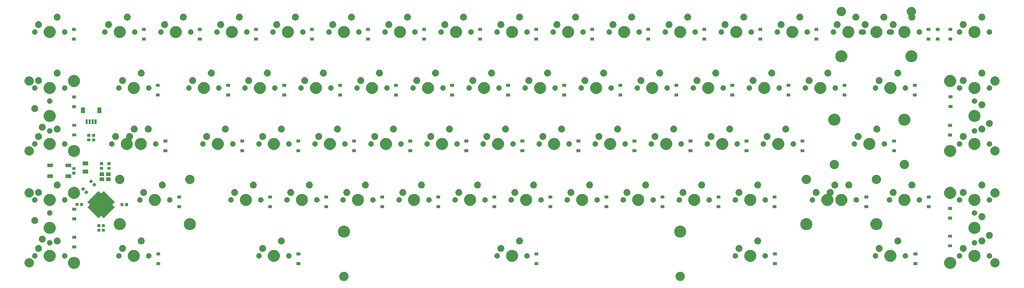
<source format=gbs>
G04 #@! TF.GenerationSoftware,KiCad,Pcbnew,(5.1.5)-3*
G04 #@! TF.CreationDate,2020-06-19T00:16:12+10:00*
G04 #@! TF.ProjectId,rei_pcb,7265695f-7063-4622-9e6b-696361645f70,rev?*
G04 #@! TF.SameCoordinates,Original*
G04 #@! TF.FileFunction,Soldermask,Bot*
G04 #@! TF.FilePolarity,Negative*
%FSLAX46Y46*%
G04 Gerber Fmt 4.6, Leading zero omitted, Abs format (unit mm)*
G04 Created by KiCad (PCBNEW (5.1.5)-3) date 2020-06-19 00:16:12*
%MOMM*%
%LPD*%
G04 APERTURE LIST*
%ADD10C,0.100000*%
G04 APERTURE END LIST*
D10*
G36*
X247957267Y-122915263D02*
G01*
X248109411Y-122945526D01*
X248228137Y-122994704D01*
X248396041Y-123064252D01*
X248396042Y-123064253D01*
X248654004Y-123236617D01*
X248873383Y-123455996D01*
X248988553Y-123628361D01*
X249045748Y-123713959D01*
X249164474Y-124000590D01*
X249225000Y-124304875D01*
X249225000Y-124615125D01*
X249164474Y-124919410D01*
X249045748Y-125206041D01*
X249045747Y-125206042D01*
X248873383Y-125464004D01*
X248654004Y-125683383D01*
X248481639Y-125798553D01*
X248396041Y-125855748D01*
X248228137Y-125925296D01*
X248109411Y-125974474D01*
X247957267Y-126004737D01*
X247805125Y-126035000D01*
X247494875Y-126035000D01*
X247342733Y-126004737D01*
X247190589Y-125974474D01*
X247071863Y-125925296D01*
X246903959Y-125855748D01*
X246818361Y-125798553D01*
X246645996Y-125683383D01*
X246426617Y-125464004D01*
X246254253Y-125206042D01*
X246254252Y-125206041D01*
X246135526Y-124919410D01*
X246075000Y-124615125D01*
X246075000Y-124304875D01*
X246135526Y-124000590D01*
X246254252Y-123713959D01*
X246311447Y-123628361D01*
X246426617Y-123455996D01*
X246645996Y-123236617D01*
X246903958Y-123064253D01*
X246903959Y-123064252D01*
X247071863Y-122994704D01*
X247190589Y-122945526D01*
X247342733Y-122915263D01*
X247494875Y-122885000D01*
X247805125Y-122885000D01*
X247957267Y-122915263D01*
G37*
G36*
X133657267Y-122915263D02*
G01*
X133809411Y-122945526D01*
X133928137Y-122994704D01*
X134096041Y-123064252D01*
X134096042Y-123064253D01*
X134354004Y-123236617D01*
X134573383Y-123455996D01*
X134688553Y-123628361D01*
X134745748Y-123713959D01*
X134864474Y-124000590D01*
X134925000Y-124304875D01*
X134925000Y-124615125D01*
X134864474Y-124919410D01*
X134745748Y-125206041D01*
X134745747Y-125206042D01*
X134573383Y-125464004D01*
X134354004Y-125683383D01*
X134181639Y-125798553D01*
X134096041Y-125855748D01*
X133928137Y-125925296D01*
X133809411Y-125974474D01*
X133657267Y-126004737D01*
X133505125Y-126035000D01*
X133194875Y-126035000D01*
X133042733Y-126004737D01*
X132890589Y-125974474D01*
X132771863Y-125925296D01*
X132603959Y-125855748D01*
X132518361Y-125798553D01*
X132345996Y-125683383D01*
X132126617Y-125464004D01*
X131954253Y-125206042D01*
X131954252Y-125206041D01*
X131835526Y-124919410D01*
X131775000Y-124615125D01*
X131775000Y-124304875D01*
X131835526Y-124000590D01*
X131954252Y-123713959D01*
X132011447Y-123628361D01*
X132126617Y-123455996D01*
X132345996Y-123236617D01*
X132603958Y-123064253D01*
X132603959Y-123064252D01*
X132771863Y-122994704D01*
X132890589Y-122945526D01*
X133042733Y-122915263D01*
X133194875Y-122885000D01*
X133505125Y-122885000D01*
X133657267Y-122915263D01*
G37*
G36*
X42188974Y-117889934D02*
G01*
X42406974Y-117980233D01*
X42561123Y-118044083D01*
X42896048Y-118267873D01*
X43180877Y-118552702D01*
X43404667Y-118887627D01*
X43404667Y-118887628D01*
X43558816Y-119259776D01*
X43637400Y-119654844D01*
X43637400Y-120057656D01*
X43558816Y-120452724D01*
X43496863Y-120602291D01*
X43404667Y-120824873D01*
X43180877Y-121159798D01*
X42896048Y-121444627D01*
X42561123Y-121668417D01*
X42406974Y-121732267D01*
X42188974Y-121822566D01*
X41793906Y-121901150D01*
X41391094Y-121901150D01*
X40996026Y-121822566D01*
X40778026Y-121732267D01*
X40623877Y-121668417D01*
X40288952Y-121444627D01*
X40004123Y-121159798D01*
X39780333Y-120824873D01*
X39688137Y-120602291D01*
X39626184Y-120452724D01*
X39547600Y-120057656D01*
X39547600Y-119654844D01*
X39626184Y-119259776D01*
X39780333Y-118887628D01*
X39780333Y-118887627D01*
X40004123Y-118552702D01*
X40288952Y-118267873D01*
X40623877Y-118044083D01*
X40778026Y-117980233D01*
X40996026Y-117889934D01*
X41391094Y-117811350D01*
X41793906Y-117811350D01*
X42188974Y-117889934D01*
G37*
G36*
X340003974Y-117889934D02*
G01*
X340221974Y-117980233D01*
X340376123Y-118044083D01*
X340711048Y-118267873D01*
X340995877Y-118552702D01*
X341219667Y-118887627D01*
X341219667Y-118887628D01*
X341373816Y-119259776D01*
X341452400Y-119654844D01*
X341452400Y-120057656D01*
X341373816Y-120452724D01*
X341311863Y-120602291D01*
X341219667Y-120824873D01*
X340995877Y-121159798D01*
X340711048Y-121444627D01*
X340376123Y-121668417D01*
X340221974Y-121732267D01*
X340003974Y-121822566D01*
X339608906Y-121901150D01*
X339206094Y-121901150D01*
X338811026Y-121822566D01*
X338593026Y-121732267D01*
X338438877Y-121668417D01*
X338103952Y-121444627D01*
X337819123Y-121159798D01*
X337595333Y-120824873D01*
X337503137Y-120602291D01*
X337441184Y-120452724D01*
X337362600Y-120057656D01*
X337362600Y-119654844D01*
X337441184Y-119259776D01*
X337595333Y-118887628D01*
X337595333Y-118887627D01*
X337819123Y-118552702D01*
X338103952Y-118267873D01*
X338438877Y-118044083D01*
X338593026Y-117980233D01*
X338811026Y-117889934D01*
X339206094Y-117811350D01*
X339608906Y-117811350D01*
X340003974Y-117889934D01*
G37*
G36*
X26659767Y-118311513D02*
G01*
X26811911Y-118341776D01*
X26868980Y-118365415D01*
X27098541Y-118460502D01*
X27098542Y-118460503D01*
X27356504Y-118632867D01*
X27575883Y-118852246D01*
X27599524Y-118887628D01*
X27748248Y-119110209D01*
X27866974Y-119396840D01*
X27927500Y-119701125D01*
X27927500Y-120011375D01*
X27866974Y-120315660D01*
X27748248Y-120602291D01*
X27748247Y-120602292D01*
X27575883Y-120860254D01*
X27356504Y-121079633D01*
X27236528Y-121159798D01*
X27098541Y-121251998D01*
X26930637Y-121321546D01*
X26811911Y-121370724D01*
X26659767Y-121400987D01*
X26507625Y-121431250D01*
X26197375Y-121431250D01*
X26045233Y-121400987D01*
X25893089Y-121370724D01*
X25774363Y-121321546D01*
X25606459Y-121251998D01*
X25468472Y-121159798D01*
X25348496Y-121079633D01*
X25129117Y-120860254D01*
X24956753Y-120602292D01*
X24956752Y-120602291D01*
X24838026Y-120315660D01*
X24777500Y-120011375D01*
X24777500Y-119701125D01*
X24838026Y-119396840D01*
X24956752Y-119110209D01*
X25105476Y-118887628D01*
X25129117Y-118852246D01*
X25348496Y-118632867D01*
X25606458Y-118460503D01*
X25606459Y-118460502D01*
X25836020Y-118365415D01*
X25893089Y-118341776D01*
X26045233Y-118311513D01*
X26197375Y-118281250D01*
X26507625Y-118281250D01*
X26659767Y-118311513D01*
G37*
G36*
X354954767Y-118311513D02*
G01*
X355106911Y-118341776D01*
X355163980Y-118365415D01*
X355393541Y-118460502D01*
X355393542Y-118460503D01*
X355651504Y-118632867D01*
X355870883Y-118852246D01*
X355894524Y-118887628D01*
X356043248Y-119110209D01*
X356161974Y-119396840D01*
X356222500Y-119701125D01*
X356222500Y-120011375D01*
X356161974Y-120315660D01*
X356043248Y-120602291D01*
X356043247Y-120602292D01*
X355870883Y-120860254D01*
X355651504Y-121079633D01*
X355531528Y-121159798D01*
X355393541Y-121251998D01*
X355225637Y-121321546D01*
X355106911Y-121370724D01*
X354954767Y-121400987D01*
X354802625Y-121431250D01*
X354492375Y-121431250D01*
X354340233Y-121400987D01*
X354188089Y-121370724D01*
X354069363Y-121321546D01*
X353901459Y-121251998D01*
X353763472Y-121159798D01*
X353643496Y-121079633D01*
X353424117Y-120860254D01*
X353251753Y-120602292D01*
X353251752Y-120602291D01*
X353133026Y-120315660D01*
X353072500Y-120011375D01*
X353072500Y-119701125D01*
X353133026Y-119396840D01*
X353251752Y-119110209D01*
X353400476Y-118887628D01*
X353424117Y-118852246D01*
X353643496Y-118632867D01*
X353901458Y-118460503D01*
X353901459Y-118460502D01*
X354131020Y-118365415D01*
X354188089Y-118341776D01*
X354340233Y-118311513D01*
X354492375Y-118281250D01*
X354802625Y-118281250D01*
X354954767Y-118311513D01*
G37*
G36*
X70882000Y-120642000D02*
G01*
X69580000Y-120642000D01*
X69580000Y-119640000D01*
X70882000Y-119640000D01*
X70882000Y-120642000D01*
G37*
G36*
X118507000Y-120642000D02*
G01*
X117205000Y-120642000D01*
X117205000Y-119640000D01*
X118507000Y-119640000D01*
X118507000Y-120642000D01*
G37*
G36*
X199406000Y-120642000D02*
G01*
X198104000Y-120642000D01*
X198104000Y-119640000D01*
X199406000Y-119640000D01*
X199406000Y-120642000D01*
G37*
G36*
X280495500Y-120642000D02*
G01*
X279193500Y-120642000D01*
X279193500Y-119640000D01*
X280495500Y-119640000D01*
X280495500Y-120642000D01*
G37*
G36*
X328247500Y-120642000D02*
G01*
X326945500Y-120642000D01*
X326945500Y-119640000D01*
X328247500Y-119640000D01*
X328247500Y-120642000D01*
G37*
G36*
X272058974Y-115508684D02*
G01*
X272276974Y-115598983D01*
X272431123Y-115662833D01*
X272766048Y-115886623D01*
X273050877Y-116171452D01*
X273274667Y-116506377D01*
X273307062Y-116584586D01*
X273428816Y-116878526D01*
X273507400Y-117273594D01*
X273507400Y-117676406D01*
X273428816Y-118071474D01*
X273377951Y-118194272D01*
X273274667Y-118443623D01*
X273050877Y-118778548D01*
X272766048Y-119063377D01*
X272431123Y-119287167D01*
X272276974Y-119351017D01*
X272058974Y-119441316D01*
X271663906Y-119519900D01*
X271261094Y-119519900D01*
X270866026Y-119441316D01*
X270648026Y-119351017D01*
X270493877Y-119287167D01*
X270158952Y-119063377D01*
X269874123Y-118778548D01*
X269650333Y-118443623D01*
X269547049Y-118194272D01*
X269496184Y-118071474D01*
X269417600Y-117676406D01*
X269417600Y-117273594D01*
X269496184Y-116878526D01*
X269617938Y-116584586D01*
X269650333Y-116506377D01*
X269874123Y-116171452D01*
X270158952Y-115886623D01*
X270493877Y-115662833D01*
X270648026Y-115598983D01*
X270866026Y-115508684D01*
X271261094Y-115430100D01*
X271663906Y-115430100D01*
X272058974Y-115508684D01*
G37*
G36*
X191096474Y-115508684D02*
G01*
X191314474Y-115598983D01*
X191468623Y-115662833D01*
X191803548Y-115886623D01*
X192088377Y-116171452D01*
X192312167Y-116506377D01*
X192344562Y-116584586D01*
X192466316Y-116878526D01*
X192544900Y-117273594D01*
X192544900Y-117676406D01*
X192466316Y-118071474D01*
X192415451Y-118194272D01*
X192312167Y-118443623D01*
X192088377Y-118778548D01*
X191803548Y-119063377D01*
X191468623Y-119287167D01*
X191314474Y-119351017D01*
X191096474Y-119441316D01*
X190701406Y-119519900D01*
X190298594Y-119519900D01*
X189903526Y-119441316D01*
X189685526Y-119351017D01*
X189531377Y-119287167D01*
X189196452Y-119063377D01*
X188911623Y-118778548D01*
X188687833Y-118443623D01*
X188584549Y-118194272D01*
X188533684Y-118071474D01*
X188455100Y-117676406D01*
X188455100Y-117273594D01*
X188533684Y-116878526D01*
X188655438Y-116584586D01*
X188687833Y-116506377D01*
X188911623Y-116171452D01*
X189196452Y-115886623D01*
X189531377Y-115662833D01*
X189685526Y-115598983D01*
X189903526Y-115508684D01*
X190298594Y-115430100D01*
X190701406Y-115430100D01*
X191096474Y-115508684D01*
G37*
G36*
X62508974Y-115508684D02*
G01*
X62726974Y-115598983D01*
X62881123Y-115662833D01*
X63216048Y-115886623D01*
X63500877Y-116171452D01*
X63724667Y-116506377D01*
X63757062Y-116584586D01*
X63878816Y-116878526D01*
X63957400Y-117273594D01*
X63957400Y-117676406D01*
X63878816Y-118071474D01*
X63827951Y-118194272D01*
X63724667Y-118443623D01*
X63500877Y-118778548D01*
X63216048Y-119063377D01*
X62881123Y-119287167D01*
X62726974Y-119351017D01*
X62508974Y-119441316D01*
X62113906Y-119519900D01*
X61711094Y-119519900D01*
X61316026Y-119441316D01*
X61098026Y-119351017D01*
X60943877Y-119287167D01*
X60608952Y-119063377D01*
X60324123Y-118778548D01*
X60100333Y-118443623D01*
X59997049Y-118194272D01*
X59946184Y-118071474D01*
X59867600Y-117676406D01*
X59867600Y-117273594D01*
X59946184Y-116878526D01*
X60067938Y-116584586D01*
X60100333Y-116506377D01*
X60324123Y-116171452D01*
X60608952Y-115886623D01*
X60943877Y-115662833D01*
X61098026Y-115598983D01*
X61316026Y-115508684D01*
X61711094Y-115430100D01*
X62113906Y-115430100D01*
X62508974Y-115508684D01*
G37*
G36*
X33933974Y-115508684D02*
G01*
X34151974Y-115598983D01*
X34306123Y-115662833D01*
X34641048Y-115886623D01*
X34925877Y-116171452D01*
X35149667Y-116506377D01*
X35182062Y-116584586D01*
X35303816Y-116878526D01*
X35382400Y-117273594D01*
X35382400Y-117676406D01*
X35303816Y-118071474D01*
X35252951Y-118194272D01*
X35149667Y-118443623D01*
X34925877Y-118778548D01*
X34641048Y-119063377D01*
X34306123Y-119287167D01*
X34151974Y-119351017D01*
X33933974Y-119441316D01*
X33538906Y-119519900D01*
X33136094Y-119519900D01*
X32741026Y-119441316D01*
X32523026Y-119351017D01*
X32368877Y-119287167D01*
X32033952Y-119063377D01*
X31749123Y-118778548D01*
X31525333Y-118443623D01*
X31422049Y-118194272D01*
X31371184Y-118071474D01*
X31292600Y-117676406D01*
X31292600Y-117273594D01*
X31371184Y-116878526D01*
X31492938Y-116584586D01*
X31525333Y-116506377D01*
X31749123Y-116171452D01*
X32033952Y-115886623D01*
X32368877Y-115662833D01*
X32523026Y-115598983D01*
X32741026Y-115508684D01*
X33136094Y-115430100D01*
X33538906Y-115430100D01*
X33933974Y-115508684D01*
G37*
G36*
X110133974Y-115508684D02*
G01*
X110351974Y-115598983D01*
X110506123Y-115662833D01*
X110841048Y-115886623D01*
X111125877Y-116171452D01*
X111349667Y-116506377D01*
X111382062Y-116584586D01*
X111503816Y-116878526D01*
X111582400Y-117273594D01*
X111582400Y-117676406D01*
X111503816Y-118071474D01*
X111452951Y-118194272D01*
X111349667Y-118443623D01*
X111125877Y-118778548D01*
X110841048Y-119063377D01*
X110506123Y-119287167D01*
X110351974Y-119351017D01*
X110133974Y-119441316D01*
X109738906Y-119519900D01*
X109336094Y-119519900D01*
X108941026Y-119441316D01*
X108723026Y-119351017D01*
X108568877Y-119287167D01*
X108233952Y-119063377D01*
X107949123Y-118778548D01*
X107725333Y-118443623D01*
X107622049Y-118194272D01*
X107571184Y-118071474D01*
X107492600Y-117676406D01*
X107492600Y-117273594D01*
X107571184Y-116878526D01*
X107692938Y-116584586D01*
X107725333Y-116506377D01*
X107949123Y-116171452D01*
X108233952Y-115886623D01*
X108568877Y-115662833D01*
X108723026Y-115598983D01*
X108941026Y-115508684D01*
X109336094Y-115430100D01*
X109738906Y-115430100D01*
X110133974Y-115508684D01*
G37*
G36*
X319683974Y-115508684D02*
G01*
X319901974Y-115598983D01*
X320056123Y-115662833D01*
X320391048Y-115886623D01*
X320675877Y-116171452D01*
X320899667Y-116506377D01*
X320932062Y-116584586D01*
X321053816Y-116878526D01*
X321132400Y-117273594D01*
X321132400Y-117676406D01*
X321053816Y-118071474D01*
X321002951Y-118194272D01*
X320899667Y-118443623D01*
X320675877Y-118778548D01*
X320391048Y-119063377D01*
X320056123Y-119287167D01*
X319901974Y-119351017D01*
X319683974Y-119441316D01*
X319288906Y-119519900D01*
X318886094Y-119519900D01*
X318491026Y-119441316D01*
X318273026Y-119351017D01*
X318118877Y-119287167D01*
X317783952Y-119063377D01*
X317499123Y-118778548D01*
X317275333Y-118443623D01*
X317172049Y-118194272D01*
X317121184Y-118071474D01*
X317042600Y-117676406D01*
X317042600Y-117273594D01*
X317121184Y-116878526D01*
X317242938Y-116584586D01*
X317275333Y-116506377D01*
X317499123Y-116171452D01*
X317783952Y-115886623D01*
X318118877Y-115662833D01*
X318273026Y-115598983D01*
X318491026Y-115508684D01*
X318886094Y-115430100D01*
X319288906Y-115430100D01*
X319683974Y-115508684D01*
G37*
G36*
X348258974Y-115508684D02*
G01*
X348476974Y-115598983D01*
X348631123Y-115662833D01*
X348966048Y-115886623D01*
X349250877Y-116171452D01*
X349474667Y-116506377D01*
X349507062Y-116584586D01*
X349628816Y-116878526D01*
X349707400Y-117273594D01*
X349707400Y-117676406D01*
X349628816Y-118071474D01*
X349577951Y-118194272D01*
X349474667Y-118443623D01*
X349250877Y-118778548D01*
X348966048Y-119063377D01*
X348631123Y-119287167D01*
X348476974Y-119351017D01*
X348258974Y-119441316D01*
X347863906Y-119519900D01*
X347461094Y-119519900D01*
X347066026Y-119441316D01*
X346848026Y-119351017D01*
X346693877Y-119287167D01*
X346358952Y-119063377D01*
X346074123Y-118778548D01*
X345850333Y-118443623D01*
X345747049Y-118194272D01*
X345696184Y-118071474D01*
X345617600Y-117676406D01*
X345617600Y-117273594D01*
X345696184Y-116878526D01*
X345817938Y-116584586D01*
X345850333Y-116506377D01*
X346074123Y-116171452D01*
X346358952Y-115886623D01*
X346693877Y-115662833D01*
X346848026Y-115598983D01*
X347066026Y-115508684D01*
X347461094Y-115430100D01*
X347863906Y-115430100D01*
X348258974Y-115508684D01*
G37*
G36*
X104727604Y-116584585D02*
G01*
X104896126Y-116654389D01*
X105047791Y-116755728D01*
X105176772Y-116884709D01*
X105278111Y-117036374D01*
X105347915Y-117204896D01*
X105383500Y-117383797D01*
X105383500Y-117566203D01*
X105347915Y-117745104D01*
X105278111Y-117913626D01*
X105176772Y-118065291D01*
X105047791Y-118194272D01*
X104896126Y-118295611D01*
X104727604Y-118365415D01*
X104548703Y-118401000D01*
X104366297Y-118401000D01*
X104187396Y-118365415D01*
X104018874Y-118295611D01*
X103867209Y-118194272D01*
X103738228Y-118065291D01*
X103636889Y-117913626D01*
X103567085Y-117745104D01*
X103531500Y-117566203D01*
X103531500Y-117383797D01*
X103567085Y-117204896D01*
X103636889Y-117036374D01*
X103738228Y-116884709D01*
X103867209Y-116755728D01*
X104018874Y-116654389D01*
X104187396Y-116584585D01*
X104366297Y-116549000D01*
X104548703Y-116549000D01*
X104727604Y-116584585D01*
G37*
G36*
X266652604Y-116584585D02*
G01*
X266821126Y-116654389D01*
X266972791Y-116755728D01*
X267101772Y-116884709D01*
X267203111Y-117036374D01*
X267272915Y-117204896D01*
X267308500Y-117383797D01*
X267308500Y-117566203D01*
X267272915Y-117745104D01*
X267203111Y-117913626D01*
X267101772Y-118065291D01*
X266972791Y-118194272D01*
X266821126Y-118295611D01*
X266652604Y-118365415D01*
X266473703Y-118401000D01*
X266291297Y-118401000D01*
X266112396Y-118365415D01*
X265943874Y-118295611D01*
X265792209Y-118194272D01*
X265663228Y-118065291D01*
X265561889Y-117913626D01*
X265492085Y-117745104D01*
X265456500Y-117566203D01*
X265456500Y-117383797D01*
X265492085Y-117204896D01*
X265561889Y-117036374D01*
X265663228Y-116884709D01*
X265792209Y-116755728D01*
X265943874Y-116654389D01*
X266112396Y-116584585D01*
X266291297Y-116549000D01*
X266473703Y-116549000D01*
X266652604Y-116584585D01*
G37*
G36*
X185690104Y-116584585D02*
G01*
X185858626Y-116654389D01*
X186010291Y-116755728D01*
X186139272Y-116884709D01*
X186240611Y-117036374D01*
X186310415Y-117204896D01*
X186346000Y-117383797D01*
X186346000Y-117566203D01*
X186310415Y-117745104D01*
X186240611Y-117913626D01*
X186139272Y-118065291D01*
X186010291Y-118194272D01*
X185858626Y-118295611D01*
X185690104Y-118365415D01*
X185511203Y-118401000D01*
X185328797Y-118401000D01*
X185149896Y-118365415D01*
X184981374Y-118295611D01*
X184829709Y-118194272D01*
X184700728Y-118065291D01*
X184599389Y-117913626D01*
X184529585Y-117745104D01*
X184494000Y-117566203D01*
X184494000Y-117383797D01*
X184529585Y-117204896D01*
X184599389Y-117036374D01*
X184700728Y-116884709D01*
X184829709Y-116755728D01*
X184981374Y-116654389D01*
X185149896Y-116584585D01*
X185328797Y-116549000D01*
X185511203Y-116549000D01*
X185690104Y-116584585D01*
G37*
G36*
X195850104Y-116584585D02*
G01*
X196018626Y-116654389D01*
X196170291Y-116755728D01*
X196299272Y-116884709D01*
X196400611Y-117036374D01*
X196470415Y-117204896D01*
X196506000Y-117383797D01*
X196506000Y-117566203D01*
X196470415Y-117745104D01*
X196400611Y-117913626D01*
X196299272Y-118065291D01*
X196170291Y-118194272D01*
X196018626Y-118295611D01*
X195850104Y-118365415D01*
X195671203Y-118401000D01*
X195488797Y-118401000D01*
X195309896Y-118365415D01*
X195141374Y-118295611D01*
X194989709Y-118194272D01*
X194860728Y-118065291D01*
X194759389Y-117913626D01*
X194689585Y-117745104D01*
X194654000Y-117566203D01*
X194654000Y-117383797D01*
X194689585Y-117204896D01*
X194759389Y-117036374D01*
X194860728Y-116884709D01*
X194989709Y-116755728D01*
X195141374Y-116654389D01*
X195309896Y-116584585D01*
X195488797Y-116549000D01*
X195671203Y-116549000D01*
X195850104Y-116584585D01*
G37*
G36*
X324437604Y-116584585D02*
G01*
X324606126Y-116654389D01*
X324757791Y-116755728D01*
X324886772Y-116884709D01*
X324988111Y-117036374D01*
X325057915Y-117204896D01*
X325093500Y-117383797D01*
X325093500Y-117566203D01*
X325057915Y-117745104D01*
X324988111Y-117913626D01*
X324886772Y-118065291D01*
X324757791Y-118194272D01*
X324606126Y-118295611D01*
X324437604Y-118365415D01*
X324258703Y-118401000D01*
X324076297Y-118401000D01*
X323897396Y-118365415D01*
X323728874Y-118295611D01*
X323577209Y-118194272D01*
X323448228Y-118065291D01*
X323346889Y-117913626D01*
X323277085Y-117745104D01*
X323241500Y-117566203D01*
X323241500Y-117383797D01*
X323277085Y-117204896D01*
X323346889Y-117036374D01*
X323448228Y-116884709D01*
X323577209Y-116755728D01*
X323728874Y-116654389D01*
X323897396Y-116584585D01*
X324076297Y-116549000D01*
X324258703Y-116549000D01*
X324437604Y-116584585D01*
G37*
G36*
X314277604Y-116584585D02*
G01*
X314446126Y-116654389D01*
X314597791Y-116755728D01*
X314726772Y-116884709D01*
X314828111Y-117036374D01*
X314897915Y-117204896D01*
X314933500Y-117383797D01*
X314933500Y-117566203D01*
X314897915Y-117745104D01*
X314828111Y-117913626D01*
X314726772Y-118065291D01*
X314597791Y-118194272D01*
X314446126Y-118295611D01*
X314277604Y-118365415D01*
X314098703Y-118401000D01*
X313916297Y-118401000D01*
X313737396Y-118365415D01*
X313568874Y-118295611D01*
X313417209Y-118194272D01*
X313288228Y-118065291D01*
X313186889Y-117913626D01*
X313117085Y-117745104D01*
X313081500Y-117566203D01*
X313081500Y-117383797D01*
X313117085Y-117204896D01*
X313186889Y-117036374D01*
X313288228Y-116884709D01*
X313417209Y-116755728D01*
X313568874Y-116654389D01*
X313737396Y-116584585D01*
X313916297Y-116549000D01*
X314098703Y-116549000D01*
X314277604Y-116584585D01*
G37*
G36*
X353012604Y-116584585D02*
G01*
X353181126Y-116654389D01*
X353332791Y-116755728D01*
X353461772Y-116884709D01*
X353563111Y-117036374D01*
X353632915Y-117204896D01*
X353668500Y-117383797D01*
X353668500Y-117566203D01*
X353632915Y-117745104D01*
X353563111Y-117913626D01*
X353461772Y-118065291D01*
X353332791Y-118194272D01*
X353181126Y-118295611D01*
X353012604Y-118365415D01*
X352833703Y-118401000D01*
X352651297Y-118401000D01*
X352472396Y-118365415D01*
X352303874Y-118295611D01*
X352152209Y-118194272D01*
X352023228Y-118065291D01*
X351921889Y-117913626D01*
X351852085Y-117745104D01*
X351816500Y-117566203D01*
X351816500Y-117383797D01*
X351852085Y-117204896D01*
X351921889Y-117036374D01*
X352023228Y-116884709D01*
X352152209Y-116755728D01*
X352303874Y-116654389D01*
X352472396Y-116584585D01*
X352651297Y-116549000D01*
X352833703Y-116549000D01*
X353012604Y-116584585D01*
G37*
G36*
X342852604Y-116584585D02*
G01*
X343021126Y-116654389D01*
X343172791Y-116755728D01*
X343301772Y-116884709D01*
X343403111Y-117036374D01*
X343472915Y-117204896D01*
X343508500Y-117383797D01*
X343508500Y-117566203D01*
X343472915Y-117745104D01*
X343403111Y-117913626D01*
X343301772Y-118065291D01*
X343172791Y-118194272D01*
X343021126Y-118295611D01*
X342852604Y-118365415D01*
X342673703Y-118401000D01*
X342491297Y-118401000D01*
X342312396Y-118365415D01*
X342143874Y-118295611D01*
X341992209Y-118194272D01*
X341863228Y-118065291D01*
X341761889Y-117913626D01*
X341692085Y-117745104D01*
X341656500Y-117566203D01*
X341656500Y-117383797D01*
X341692085Y-117204896D01*
X341761889Y-117036374D01*
X341863228Y-116884709D01*
X341992209Y-116755728D01*
X342143874Y-116654389D01*
X342312396Y-116584585D01*
X342491297Y-116549000D01*
X342673703Y-116549000D01*
X342852604Y-116584585D01*
G37*
G36*
X114887604Y-116584585D02*
G01*
X115056126Y-116654389D01*
X115207791Y-116755728D01*
X115336772Y-116884709D01*
X115438111Y-117036374D01*
X115507915Y-117204896D01*
X115543500Y-117383797D01*
X115543500Y-117566203D01*
X115507915Y-117745104D01*
X115438111Y-117913626D01*
X115336772Y-118065291D01*
X115207791Y-118194272D01*
X115056126Y-118295611D01*
X114887604Y-118365415D01*
X114708703Y-118401000D01*
X114526297Y-118401000D01*
X114347396Y-118365415D01*
X114178874Y-118295611D01*
X114027209Y-118194272D01*
X113898228Y-118065291D01*
X113796889Y-117913626D01*
X113727085Y-117745104D01*
X113691500Y-117566203D01*
X113691500Y-117383797D01*
X113727085Y-117204896D01*
X113796889Y-117036374D01*
X113898228Y-116884709D01*
X114027209Y-116755728D01*
X114178874Y-116654389D01*
X114347396Y-116584585D01*
X114526297Y-116549000D01*
X114708703Y-116549000D01*
X114887604Y-116584585D01*
G37*
G36*
X57102604Y-116584585D02*
G01*
X57271126Y-116654389D01*
X57422791Y-116755728D01*
X57551772Y-116884709D01*
X57653111Y-117036374D01*
X57722915Y-117204896D01*
X57758500Y-117383797D01*
X57758500Y-117566203D01*
X57722915Y-117745104D01*
X57653111Y-117913626D01*
X57551772Y-118065291D01*
X57422791Y-118194272D01*
X57271126Y-118295611D01*
X57102604Y-118365415D01*
X56923703Y-118401000D01*
X56741297Y-118401000D01*
X56562396Y-118365415D01*
X56393874Y-118295611D01*
X56242209Y-118194272D01*
X56113228Y-118065291D01*
X56011889Y-117913626D01*
X55942085Y-117745104D01*
X55906500Y-117566203D01*
X55906500Y-117383797D01*
X55942085Y-117204896D01*
X56011889Y-117036374D01*
X56113228Y-116884709D01*
X56242209Y-116755728D01*
X56393874Y-116654389D01*
X56562396Y-116584585D01*
X56741297Y-116549000D01*
X56923703Y-116549000D01*
X57102604Y-116584585D01*
G37*
G36*
X276812604Y-116584585D02*
G01*
X276981126Y-116654389D01*
X277132791Y-116755728D01*
X277261772Y-116884709D01*
X277363111Y-117036374D01*
X277432915Y-117204896D01*
X277468500Y-117383797D01*
X277468500Y-117566203D01*
X277432915Y-117745104D01*
X277363111Y-117913626D01*
X277261772Y-118065291D01*
X277132791Y-118194272D01*
X276981126Y-118295611D01*
X276812604Y-118365415D01*
X276633703Y-118401000D01*
X276451297Y-118401000D01*
X276272396Y-118365415D01*
X276103874Y-118295611D01*
X275952209Y-118194272D01*
X275823228Y-118065291D01*
X275721889Y-117913626D01*
X275652085Y-117745104D01*
X275616500Y-117566203D01*
X275616500Y-117383797D01*
X275652085Y-117204896D01*
X275721889Y-117036374D01*
X275823228Y-116884709D01*
X275952209Y-116755728D01*
X276103874Y-116654389D01*
X276272396Y-116584585D01*
X276451297Y-116549000D01*
X276633703Y-116549000D01*
X276812604Y-116584585D01*
G37*
G36*
X28527604Y-116584585D02*
G01*
X28696126Y-116654389D01*
X28847791Y-116755728D01*
X28976772Y-116884709D01*
X29078111Y-117036374D01*
X29147915Y-117204896D01*
X29183500Y-117383797D01*
X29183500Y-117566203D01*
X29147915Y-117745104D01*
X29078111Y-117913626D01*
X28976772Y-118065291D01*
X28847791Y-118194272D01*
X28696126Y-118295611D01*
X28527604Y-118365415D01*
X28348703Y-118401000D01*
X28166297Y-118401000D01*
X27987396Y-118365415D01*
X27818874Y-118295611D01*
X27667209Y-118194272D01*
X27538228Y-118065291D01*
X27436889Y-117913626D01*
X27367085Y-117745104D01*
X27331500Y-117566203D01*
X27331500Y-117383797D01*
X27367085Y-117204896D01*
X27436889Y-117036374D01*
X27538228Y-116884709D01*
X27667209Y-116755728D01*
X27818874Y-116654389D01*
X27987396Y-116584585D01*
X28166297Y-116549000D01*
X28348703Y-116549000D01*
X28527604Y-116584585D01*
G37*
G36*
X38687604Y-116584585D02*
G01*
X38856126Y-116654389D01*
X39007791Y-116755728D01*
X39136772Y-116884709D01*
X39238111Y-117036374D01*
X39307915Y-117204896D01*
X39343500Y-117383797D01*
X39343500Y-117566203D01*
X39307915Y-117745104D01*
X39238111Y-117913626D01*
X39136772Y-118065291D01*
X39007791Y-118194272D01*
X38856126Y-118295611D01*
X38687604Y-118365415D01*
X38508703Y-118401000D01*
X38326297Y-118401000D01*
X38147396Y-118365415D01*
X37978874Y-118295611D01*
X37827209Y-118194272D01*
X37698228Y-118065291D01*
X37596889Y-117913626D01*
X37527085Y-117745104D01*
X37491500Y-117566203D01*
X37491500Y-117383797D01*
X37527085Y-117204896D01*
X37596889Y-117036374D01*
X37698228Y-116884709D01*
X37827209Y-116755728D01*
X37978874Y-116654389D01*
X38147396Y-116584585D01*
X38326297Y-116549000D01*
X38508703Y-116549000D01*
X38687604Y-116584585D01*
G37*
G36*
X67262604Y-116584585D02*
G01*
X67431126Y-116654389D01*
X67582791Y-116755728D01*
X67711772Y-116884709D01*
X67813111Y-117036374D01*
X67882915Y-117204896D01*
X67918500Y-117383797D01*
X67918500Y-117566203D01*
X67882915Y-117745104D01*
X67813111Y-117913626D01*
X67711772Y-118065291D01*
X67582791Y-118194272D01*
X67431126Y-118295611D01*
X67262604Y-118365415D01*
X67083703Y-118401000D01*
X66901297Y-118401000D01*
X66722396Y-118365415D01*
X66553874Y-118295611D01*
X66402209Y-118194272D01*
X66273228Y-118065291D01*
X66171889Y-117913626D01*
X66102085Y-117745104D01*
X66066500Y-117566203D01*
X66066500Y-117383797D01*
X66102085Y-117204896D01*
X66171889Y-117036374D01*
X66273228Y-116884709D01*
X66402209Y-116755728D01*
X66553874Y-116654389D01*
X66722396Y-116584585D01*
X66901297Y-116549000D01*
X67083703Y-116549000D01*
X67262604Y-116584585D01*
G37*
G36*
X70882000Y-117342000D02*
G01*
X69580000Y-117342000D01*
X69580000Y-116340000D01*
X70882000Y-116340000D01*
X70882000Y-117342000D01*
G37*
G36*
X118507000Y-117342000D02*
G01*
X117205000Y-117342000D01*
X117205000Y-116340000D01*
X118507000Y-116340000D01*
X118507000Y-117342000D01*
G37*
G36*
X199406000Y-117342000D02*
G01*
X198104000Y-117342000D01*
X198104000Y-116340000D01*
X199406000Y-116340000D01*
X199406000Y-117342000D01*
G37*
G36*
X280495500Y-117342000D02*
G01*
X279193500Y-117342000D01*
X279193500Y-116340000D01*
X280495500Y-116340000D01*
X280495500Y-117342000D01*
G37*
G36*
X328247500Y-117342000D02*
G01*
X326945500Y-117342000D01*
X326945500Y-116340000D01*
X328247500Y-116340000D01*
X328247500Y-117342000D01*
G37*
G36*
X315469060Y-113774064D02*
G01*
X315620527Y-113804193D01*
X315834545Y-113892842D01*
X315834546Y-113892843D01*
X316027154Y-114021539D01*
X316190961Y-114185346D01*
X316276758Y-114313751D01*
X316319658Y-114377955D01*
X316408307Y-114591973D01*
X316453500Y-114819174D01*
X316453500Y-115050826D01*
X316408307Y-115278027D01*
X316319658Y-115492045D01*
X316319657Y-115492046D01*
X316190961Y-115684654D01*
X316027154Y-115848461D01*
X315970040Y-115886623D01*
X315834545Y-115977158D01*
X315620527Y-116065807D01*
X315469060Y-116095936D01*
X315393327Y-116111000D01*
X315161673Y-116111000D01*
X315085940Y-116095936D01*
X314934473Y-116065807D01*
X314720455Y-115977158D01*
X314584960Y-115886623D01*
X314527846Y-115848461D01*
X314364039Y-115684654D01*
X314235343Y-115492046D01*
X314235342Y-115492045D01*
X314146693Y-115278027D01*
X314101500Y-115050826D01*
X314101500Y-114819174D01*
X314146693Y-114591973D01*
X314235342Y-114377955D01*
X314278242Y-114313751D01*
X314364039Y-114185346D01*
X314527846Y-114021539D01*
X314720454Y-113892843D01*
X314720455Y-113892842D01*
X314934473Y-113804193D01*
X315085940Y-113774064D01*
X315161673Y-113759000D01*
X315393327Y-113759000D01*
X315469060Y-113774064D01*
G37*
G36*
X29719060Y-113774064D02*
G01*
X29870527Y-113804193D01*
X30084545Y-113892842D01*
X30084546Y-113892843D01*
X30277154Y-114021539D01*
X30440961Y-114185346D01*
X30526758Y-114313751D01*
X30569658Y-114377955D01*
X30658307Y-114591973D01*
X30703500Y-114819174D01*
X30703500Y-115050826D01*
X30658307Y-115278027D01*
X30569658Y-115492045D01*
X30569657Y-115492046D01*
X30440961Y-115684654D01*
X30277154Y-115848461D01*
X30220040Y-115886623D01*
X30084545Y-115977158D01*
X29870527Y-116065807D01*
X29719060Y-116095936D01*
X29643327Y-116111000D01*
X29411673Y-116111000D01*
X29335940Y-116095936D01*
X29184473Y-116065807D01*
X28970455Y-115977158D01*
X28834960Y-115886623D01*
X28777846Y-115848461D01*
X28614039Y-115684654D01*
X28485343Y-115492046D01*
X28485342Y-115492045D01*
X28396693Y-115278027D01*
X28351500Y-115050826D01*
X28351500Y-114819174D01*
X28396693Y-114591973D01*
X28485342Y-114377955D01*
X28528242Y-114313751D01*
X28614039Y-114185346D01*
X28777846Y-114021539D01*
X28970454Y-113892843D01*
X28970455Y-113892842D01*
X29184473Y-113804193D01*
X29335940Y-113774064D01*
X29411673Y-113759000D01*
X29643327Y-113759000D01*
X29719060Y-113774064D01*
G37*
G36*
X186881560Y-113774064D02*
G01*
X187033027Y-113804193D01*
X187247045Y-113892842D01*
X187247046Y-113892843D01*
X187439654Y-114021539D01*
X187603461Y-114185346D01*
X187689258Y-114313751D01*
X187732158Y-114377955D01*
X187820807Y-114591973D01*
X187866000Y-114819174D01*
X187866000Y-115050826D01*
X187820807Y-115278027D01*
X187732158Y-115492045D01*
X187732157Y-115492046D01*
X187603461Y-115684654D01*
X187439654Y-115848461D01*
X187382540Y-115886623D01*
X187247045Y-115977158D01*
X187033027Y-116065807D01*
X186881560Y-116095936D01*
X186805827Y-116111000D01*
X186574173Y-116111000D01*
X186498440Y-116095936D01*
X186346973Y-116065807D01*
X186132955Y-115977158D01*
X185997460Y-115886623D01*
X185940346Y-115848461D01*
X185776539Y-115684654D01*
X185647843Y-115492046D01*
X185647842Y-115492045D01*
X185559193Y-115278027D01*
X185514000Y-115050826D01*
X185514000Y-114819174D01*
X185559193Y-114591973D01*
X185647842Y-114377955D01*
X185690742Y-114313751D01*
X185776539Y-114185346D01*
X185940346Y-114021539D01*
X186132954Y-113892843D01*
X186132955Y-113892842D01*
X186346973Y-113804193D01*
X186498440Y-113774064D01*
X186574173Y-113759000D01*
X186805827Y-113759000D01*
X186881560Y-113774064D01*
G37*
G36*
X58294060Y-113774064D02*
G01*
X58445527Y-113804193D01*
X58659545Y-113892842D01*
X58659546Y-113892843D01*
X58852154Y-114021539D01*
X59015961Y-114185346D01*
X59101758Y-114313751D01*
X59144658Y-114377955D01*
X59233307Y-114591973D01*
X59278500Y-114819174D01*
X59278500Y-115050826D01*
X59233307Y-115278027D01*
X59144658Y-115492045D01*
X59144657Y-115492046D01*
X59015961Y-115684654D01*
X58852154Y-115848461D01*
X58795040Y-115886623D01*
X58659545Y-115977158D01*
X58445527Y-116065807D01*
X58294060Y-116095936D01*
X58218327Y-116111000D01*
X57986673Y-116111000D01*
X57910940Y-116095936D01*
X57759473Y-116065807D01*
X57545455Y-115977158D01*
X57409960Y-115886623D01*
X57352846Y-115848461D01*
X57189039Y-115684654D01*
X57060343Y-115492046D01*
X57060342Y-115492045D01*
X56971693Y-115278027D01*
X56926500Y-115050826D01*
X56926500Y-114819174D01*
X56971693Y-114591973D01*
X57060342Y-114377955D01*
X57103242Y-114313751D01*
X57189039Y-114185346D01*
X57352846Y-114021539D01*
X57545454Y-113892843D01*
X57545455Y-113892842D01*
X57759473Y-113804193D01*
X57910940Y-113774064D01*
X57986673Y-113759000D01*
X58218327Y-113759000D01*
X58294060Y-113774064D01*
G37*
G36*
X344044060Y-113774064D02*
G01*
X344195527Y-113804193D01*
X344409545Y-113892842D01*
X344409546Y-113892843D01*
X344602154Y-114021539D01*
X344765961Y-114185346D01*
X344851758Y-114313751D01*
X344894658Y-114377955D01*
X344983307Y-114591973D01*
X345028500Y-114819174D01*
X345028500Y-115050826D01*
X344983307Y-115278027D01*
X344894658Y-115492045D01*
X344894657Y-115492046D01*
X344765961Y-115684654D01*
X344602154Y-115848461D01*
X344545040Y-115886623D01*
X344409545Y-115977158D01*
X344195527Y-116065807D01*
X344044060Y-116095936D01*
X343968327Y-116111000D01*
X343736673Y-116111000D01*
X343660940Y-116095936D01*
X343509473Y-116065807D01*
X343295455Y-115977158D01*
X343159960Y-115886623D01*
X343102846Y-115848461D01*
X342939039Y-115684654D01*
X342810343Y-115492046D01*
X342810342Y-115492045D01*
X342721693Y-115278027D01*
X342676500Y-115050826D01*
X342676500Y-114819174D01*
X342721693Y-114591973D01*
X342810342Y-114377955D01*
X342853242Y-114313751D01*
X342939039Y-114185346D01*
X343102846Y-114021539D01*
X343295454Y-113892843D01*
X343295455Y-113892842D01*
X343509473Y-113804193D01*
X343660940Y-113774064D01*
X343736673Y-113759000D01*
X343968327Y-113759000D01*
X344044060Y-113774064D01*
G37*
G36*
X105919060Y-113774064D02*
G01*
X106070527Y-113804193D01*
X106284545Y-113892842D01*
X106284546Y-113892843D01*
X106477154Y-114021539D01*
X106640961Y-114185346D01*
X106726758Y-114313751D01*
X106769658Y-114377955D01*
X106858307Y-114591973D01*
X106903500Y-114819174D01*
X106903500Y-115050826D01*
X106858307Y-115278027D01*
X106769658Y-115492045D01*
X106769657Y-115492046D01*
X106640961Y-115684654D01*
X106477154Y-115848461D01*
X106420040Y-115886623D01*
X106284545Y-115977158D01*
X106070527Y-116065807D01*
X105919060Y-116095936D01*
X105843327Y-116111000D01*
X105611673Y-116111000D01*
X105535940Y-116095936D01*
X105384473Y-116065807D01*
X105170455Y-115977158D01*
X105034960Y-115886623D01*
X104977846Y-115848461D01*
X104814039Y-115684654D01*
X104685343Y-115492046D01*
X104685342Y-115492045D01*
X104596693Y-115278027D01*
X104551500Y-115050826D01*
X104551500Y-114819174D01*
X104596693Y-114591973D01*
X104685342Y-114377955D01*
X104728242Y-114313751D01*
X104814039Y-114185346D01*
X104977846Y-114021539D01*
X105170454Y-113892843D01*
X105170455Y-113892842D01*
X105384473Y-113804193D01*
X105535940Y-113774064D01*
X105611673Y-113759000D01*
X105843327Y-113759000D01*
X105919060Y-113774064D01*
G37*
G36*
X267844060Y-113774064D02*
G01*
X267995527Y-113804193D01*
X268209545Y-113892842D01*
X268209546Y-113892843D01*
X268402154Y-114021539D01*
X268565961Y-114185346D01*
X268651758Y-114313751D01*
X268694658Y-114377955D01*
X268783307Y-114591973D01*
X268828500Y-114819174D01*
X268828500Y-115050826D01*
X268783307Y-115278027D01*
X268694658Y-115492045D01*
X268694657Y-115492046D01*
X268565961Y-115684654D01*
X268402154Y-115848461D01*
X268345040Y-115886623D01*
X268209545Y-115977158D01*
X267995527Y-116065807D01*
X267844060Y-116095936D01*
X267768327Y-116111000D01*
X267536673Y-116111000D01*
X267460940Y-116095936D01*
X267309473Y-116065807D01*
X267095455Y-115977158D01*
X266959960Y-115886623D01*
X266902846Y-115848461D01*
X266739039Y-115684654D01*
X266610343Y-115492046D01*
X266610342Y-115492045D01*
X266521693Y-115278027D01*
X266476500Y-115050826D01*
X266476500Y-114819174D01*
X266521693Y-114591973D01*
X266610342Y-114377955D01*
X266653242Y-114313751D01*
X266739039Y-114185346D01*
X266902846Y-114021539D01*
X267095454Y-113892843D01*
X267095455Y-113892842D01*
X267309473Y-113804193D01*
X267460940Y-113774064D01*
X267536673Y-113759000D01*
X267768327Y-113759000D01*
X267844060Y-113774064D01*
G37*
G36*
X42307000Y-114927000D02*
G01*
X41005000Y-114927000D01*
X41005000Y-113925000D01*
X42307000Y-113925000D01*
X42307000Y-114927000D01*
G37*
G36*
X340007700Y-114571400D02*
G01*
X338705700Y-114571400D01*
X338705700Y-113569400D01*
X340007700Y-113569400D01*
X340007700Y-114571400D01*
G37*
G36*
X33607604Y-112139585D02*
G01*
X33776126Y-112209389D01*
X33927791Y-112310728D01*
X34056772Y-112439709D01*
X34158111Y-112591374D01*
X34227915Y-112759896D01*
X34263500Y-112938797D01*
X34263500Y-113121203D01*
X34227915Y-113300104D01*
X34158111Y-113468626D01*
X34056772Y-113620291D01*
X33927791Y-113749272D01*
X33776126Y-113850611D01*
X33607604Y-113920415D01*
X33428703Y-113956000D01*
X33246297Y-113956000D01*
X33067396Y-113920415D01*
X32898874Y-113850611D01*
X32747209Y-113749272D01*
X32618228Y-113620291D01*
X32516889Y-113468626D01*
X32447085Y-113300104D01*
X32411500Y-113121203D01*
X32411500Y-112938797D01*
X32447085Y-112759896D01*
X32516889Y-112591374D01*
X32618228Y-112439709D01*
X32747209Y-112310728D01*
X32898874Y-112209389D01*
X33067396Y-112139585D01*
X33246297Y-112104000D01*
X33428703Y-112104000D01*
X33607604Y-112139585D01*
G37*
G36*
X347932604Y-112139585D02*
G01*
X348101126Y-112209389D01*
X348252791Y-112310728D01*
X348381772Y-112439709D01*
X348483111Y-112591374D01*
X348552915Y-112759896D01*
X348588500Y-112938797D01*
X348588500Y-113121203D01*
X348552915Y-113300104D01*
X348483111Y-113468626D01*
X348381772Y-113620291D01*
X348252791Y-113749272D01*
X348101126Y-113850611D01*
X347932604Y-113920415D01*
X347753703Y-113956000D01*
X347571297Y-113956000D01*
X347392396Y-113920415D01*
X347223874Y-113850611D01*
X347072209Y-113749272D01*
X346943228Y-113620291D01*
X346841889Y-113468626D01*
X346772085Y-113300104D01*
X346736500Y-113121203D01*
X346736500Y-112938797D01*
X346772085Y-112759896D01*
X346841889Y-112591374D01*
X346943228Y-112439709D01*
X347072209Y-112310728D01*
X347223874Y-112209389D01*
X347392396Y-112139585D01*
X347571297Y-112104000D01*
X347753703Y-112104000D01*
X347932604Y-112139585D01*
G37*
G36*
X274194060Y-111234064D02*
G01*
X274345527Y-111264193D01*
X274559545Y-111352842D01*
X274559546Y-111352843D01*
X274752154Y-111481539D01*
X274915961Y-111645346D01*
X275001758Y-111773751D01*
X275044658Y-111837955D01*
X275133307Y-112051973D01*
X275178500Y-112279174D01*
X275178500Y-112510826D01*
X275133307Y-112738027D01*
X275044658Y-112952045D01*
X275044657Y-112952046D01*
X274915961Y-113144654D01*
X274752154Y-113308461D01*
X274623749Y-113394258D01*
X274559545Y-113437158D01*
X274345527Y-113525807D01*
X274194060Y-113555936D01*
X274118327Y-113571000D01*
X273886673Y-113571000D01*
X273810940Y-113555936D01*
X273659473Y-113525807D01*
X273445455Y-113437158D01*
X273381251Y-113394258D01*
X273252846Y-113308461D01*
X273089039Y-113144654D01*
X272960343Y-112952046D01*
X272960342Y-112952045D01*
X272871693Y-112738027D01*
X272826500Y-112510826D01*
X272826500Y-112279174D01*
X272871693Y-112051973D01*
X272960342Y-111837955D01*
X273003242Y-111773751D01*
X273089039Y-111645346D01*
X273252846Y-111481539D01*
X273445454Y-111352843D01*
X273445455Y-111352842D01*
X273659473Y-111264193D01*
X273810940Y-111234064D01*
X273886673Y-111219000D01*
X274118327Y-111219000D01*
X274194060Y-111234064D01*
G37*
G36*
X321819060Y-111234064D02*
G01*
X321970527Y-111264193D01*
X322184545Y-111352842D01*
X322184546Y-111352843D01*
X322377154Y-111481539D01*
X322540961Y-111645346D01*
X322626758Y-111773751D01*
X322669658Y-111837955D01*
X322758307Y-112051973D01*
X322803500Y-112279174D01*
X322803500Y-112510826D01*
X322758307Y-112738027D01*
X322669658Y-112952045D01*
X322669657Y-112952046D01*
X322540961Y-113144654D01*
X322377154Y-113308461D01*
X322248749Y-113394258D01*
X322184545Y-113437158D01*
X321970527Y-113525807D01*
X321819060Y-113555936D01*
X321743327Y-113571000D01*
X321511673Y-113571000D01*
X321435940Y-113555936D01*
X321284473Y-113525807D01*
X321070455Y-113437158D01*
X321006251Y-113394258D01*
X320877846Y-113308461D01*
X320714039Y-113144654D01*
X320585343Y-112952046D01*
X320585342Y-112952045D01*
X320496693Y-112738027D01*
X320451500Y-112510826D01*
X320451500Y-112279174D01*
X320496693Y-112051973D01*
X320585342Y-111837955D01*
X320628242Y-111773751D01*
X320714039Y-111645346D01*
X320877846Y-111481539D01*
X321070454Y-111352843D01*
X321070455Y-111352842D01*
X321284473Y-111264193D01*
X321435940Y-111234064D01*
X321511673Y-111219000D01*
X321743327Y-111219000D01*
X321819060Y-111234064D01*
G37*
G36*
X193231560Y-111234064D02*
G01*
X193383027Y-111264193D01*
X193597045Y-111352842D01*
X193597046Y-111352843D01*
X193789654Y-111481539D01*
X193953461Y-111645346D01*
X194039258Y-111773751D01*
X194082158Y-111837955D01*
X194170807Y-112051973D01*
X194216000Y-112279174D01*
X194216000Y-112510826D01*
X194170807Y-112738027D01*
X194082158Y-112952045D01*
X194082157Y-112952046D01*
X193953461Y-113144654D01*
X193789654Y-113308461D01*
X193661249Y-113394258D01*
X193597045Y-113437158D01*
X193383027Y-113525807D01*
X193231560Y-113555936D01*
X193155827Y-113571000D01*
X192924173Y-113571000D01*
X192848440Y-113555936D01*
X192696973Y-113525807D01*
X192482955Y-113437158D01*
X192418751Y-113394258D01*
X192290346Y-113308461D01*
X192126539Y-113144654D01*
X191997843Y-112952046D01*
X191997842Y-112952045D01*
X191909193Y-112738027D01*
X191864000Y-112510826D01*
X191864000Y-112279174D01*
X191909193Y-112051973D01*
X191997842Y-111837955D01*
X192040742Y-111773751D01*
X192126539Y-111645346D01*
X192290346Y-111481539D01*
X192482954Y-111352843D01*
X192482955Y-111352842D01*
X192696973Y-111264193D01*
X192848440Y-111234064D01*
X192924173Y-111219000D01*
X193155827Y-111219000D01*
X193231560Y-111234064D01*
G37*
G36*
X112269060Y-111234064D02*
G01*
X112420527Y-111264193D01*
X112634545Y-111352842D01*
X112634546Y-111352843D01*
X112827154Y-111481539D01*
X112990961Y-111645346D01*
X113076758Y-111773751D01*
X113119658Y-111837955D01*
X113208307Y-112051973D01*
X113253500Y-112279174D01*
X113253500Y-112510826D01*
X113208307Y-112738027D01*
X113119658Y-112952045D01*
X113119657Y-112952046D01*
X112990961Y-113144654D01*
X112827154Y-113308461D01*
X112698749Y-113394258D01*
X112634545Y-113437158D01*
X112420527Y-113525807D01*
X112269060Y-113555936D01*
X112193327Y-113571000D01*
X111961673Y-113571000D01*
X111885940Y-113555936D01*
X111734473Y-113525807D01*
X111520455Y-113437158D01*
X111456251Y-113394258D01*
X111327846Y-113308461D01*
X111164039Y-113144654D01*
X111035343Y-112952046D01*
X111035342Y-112952045D01*
X110946693Y-112738027D01*
X110901500Y-112510826D01*
X110901500Y-112279174D01*
X110946693Y-112051973D01*
X111035342Y-111837955D01*
X111078242Y-111773751D01*
X111164039Y-111645346D01*
X111327846Y-111481539D01*
X111520454Y-111352843D01*
X111520455Y-111352842D01*
X111734473Y-111264193D01*
X111885940Y-111234064D01*
X111961673Y-111219000D01*
X112193327Y-111219000D01*
X112269060Y-111234064D01*
G37*
G36*
X64644060Y-111234064D02*
G01*
X64795527Y-111264193D01*
X65009545Y-111352842D01*
X65009546Y-111352843D01*
X65202154Y-111481539D01*
X65365961Y-111645346D01*
X65451758Y-111773751D01*
X65494658Y-111837955D01*
X65583307Y-112051973D01*
X65628500Y-112279174D01*
X65628500Y-112510826D01*
X65583307Y-112738027D01*
X65494658Y-112952045D01*
X65494657Y-112952046D01*
X65365961Y-113144654D01*
X65202154Y-113308461D01*
X65073749Y-113394258D01*
X65009545Y-113437158D01*
X64795527Y-113525807D01*
X64644060Y-113555936D01*
X64568327Y-113571000D01*
X64336673Y-113571000D01*
X64260940Y-113555936D01*
X64109473Y-113525807D01*
X63895455Y-113437158D01*
X63831251Y-113394258D01*
X63702846Y-113308461D01*
X63539039Y-113144654D01*
X63410343Y-112952046D01*
X63410342Y-112952045D01*
X63321693Y-112738027D01*
X63276500Y-112510826D01*
X63276500Y-112279174D01*
X63321693Y-112051973D01*
X63410342Y-111837955D01*
X63453242Y-111773751D01*
X63539039Y-111645346D01*
X63702846Y-111481539D01*
X63895454Y-111352843D01*
X63895455Y-111352842D01*
X64109473Y-111264193D01*
X64260940Y-111234064D01*
X64336673Y-111219000D01*
X64568327Y-111219000D01*
X64644060Y-111234064D01*
G37*
G36*
X36069060Y-111234064D02*
G01*
X36220527Y-111264193D01*
X36434545Y-111352842D01*
X36434546Y-111352843D01*
X36627154Y-111481539D01*
X36790961Y-111645346D01*
X36876758Y-111773751D01*
X36919658Y-111837955D01*
X37008307Y-112051973D01*
X37053500Y-112279174D01*
X37053500Y-112510826D01*
X37008307Y-112738027D01*
X36919658Y-112952045D01*
X36919657Y-112952046D01*
X36790961Y-113144654D01*
X36627154Y-113308461D01*
X36498749Y-113394258D01*
X36434545Y-113437158D01*
X36220527Y-113525807D01*
X36069060Y-113555936D01*
X35993327Y-113571000D01*
X35761673Y-113571000D01*
X35685940Y-113555936D01*
X35534473Y-113525807D01*
X35320455Y-113437158D01*
X35256251Y-113394258D01*
X35127846Y-113308461D01*
X34964039Y-113144654D01*
X34835343Y-112952046D01*
X34835342Y-112952045D01*
X34746693Y-112738027D01*
X34701500Y-112510826D01*
X34701500Y-112279174D01*
X34746693Y-112051973D01*
X34835342Y-111837955D01*
X34878242Y-111773751D01*
X34964039Y-111645346D01*
X35127846Y-111481539D01*
X35320454Y-111352843D01*
X35320455Y-111352842D01*
X35534473Y-111264193D01*
X35685940Y-111234064D01*
X35761673Y-111219000D01*
X35993327Y-111219000D01*
X36069060Y-111234064D01*
G37*
G36*
X350394060Y-111234064D02*
G01*
X350545527Y-111264193D01*
X350759545Y-111352842D01*
X350759546Y-111352843D01*
X350952154Y-111481539D01*
X351115961Y-111645346D01*
X351201758Y-111773751D01*
X351244658Y-111837955D01*
X351333307Y-112051973D01*
X351378500Y-112279174D01*
X351378500Y-112510826D01*
X351333307Y-112738027D01*
X351244658Y-112952045D01*
X351244657Y-112952046D01*
X351115961Y-113144654D01*
X350952154Y-113308461D01*
X350823749Y-113394258D01*
X350759545Y-113437158D01*
X350545527Y-113525807D01*
X350394060Y-113555936D01*
X350318327Y-113571000D01*
X350086673Y-113571000D01*
X350010940Y-113555936D01*
X349859473Y-113525807D01*
X349645455Y-113437158D01*
X349581251Y-113394258D01*
X349452846Y-113308461D01*
X349289039Y-113144654D01*
X349160343Y-112952046D01*
X349160342Y-112952045D01*
X349071693Y-112738027D01*
X349026500Y-112510826D01*
X349026500Y-112279174D01*
X349071693Y-112051973D01*
X349160342Y-111837955D01*
X349203242Y-111773751D01*
X349289039Y-111645346D01*
X349452846Y-111481539D01*
X349645454Y-111352843D01*
X349645455Y-111352842D01*
X349859473Y-111264193D01*
X350010940Y-111234064D01*
X350086673Y-111219000D01*
X350318327Y-111219000D01*
X350394060Y-111234064D01*
G37*
G36*
X30989060Y-110599064D02*
G01*
X31140527Y-110629193D01*
X31354545Y-110717842D01*
X31354546Y-110717843D01*
X31547154Y-110846539D01*
X31710961Y-111010346D01*
X31725541Y-111032167D01*
X31839658Y-111202955D01*
X31928307Y-111416973D01*
X31973500Y-111644174D01*
X31973500Y-111875826D01*
X31928307Y-112103027D01*
X31839658Y-112317045D01*
X31839657Y-112317046D01*
X31710961Y-112509654D01*
X31547154Y-112673461D01*
X31418749Y-112759258D01*
X31354545Y-112802158D01*
X31140527Y-112890807D01*
X30989060Y-112920936D01*
X30913327Y-112936000D01*
X30681673Y-112936000D01*
X30605940Y-112920936D01*
X30454473Y-112890807D01*
X30240455Y-112802158D01*
X30176251Y-112759258D01*
X30047846Y-112673461D01*
X29884039Y-112509654D01*
X29755343Y-112317046D01*
X29755342Y-112317045D01*
X29666693Y-112103027D01*
X29621500Y-111875826D01*
X29621500Y-111644174D01*
X29666693Y-111416973D01*
X29755342Y-111202955D01*
X29869459Y-111032167D01*
X29884039Y-111010346D01*
X30047846Y-110846539D01*
X30240454Y-110717843D01*
X30240455Y-110717842D01*
X30454473Y-110629193D01*
X30605940Y-110599064D01*
X30681673Y-110584000D01*
X30913327Y-110584000D01*
X30989060Y-110599064D01*
G37*
G36*
X352934060Y-109329064D02*
G01*
X353085527Y-109359193D01*
X353299545Y-109447842D01*
X353299546Y-109447843D01*
X353492154Y-109576539D01*
X353655961Y-109740346D01*
X353741758Y-109868751D01*
X353784658Y-109932955D01*
X353873307Y-110146973D01*
X353918500Y-110374174D01*
X353918500Y-110605826D01*
X353873307Y-110833027D01*
X353784658Y-111047045D01*
X353784657Y-111047046D01*
X353655961Y-111239654D01*
X353492154Y-111403461D01*
X353363749Y-111489258D01*
X353299545Y-111532158D01*
X353085527Y-111620807D01*
X352962171Y-111645344D01*
X352858327Y-111666000D01*
X352626673Y-111666000D01*
X352522829Y-111645344D01*
X352399473Y-111620807D01*
X352185455Y-111532158D01*
X352121251Y-111489258D01*
X351992846Y-111403461D01*
X351829039Y-111239654D01*
X351700343Y-111047046D01*
X351700342Y-111047045D01*
X351611693Y-110833027D01*
X351566500Y-110605826D01*
X351566500Y-110374174D01*
X351611693Y-110146973D01*
X351700342Y-109932955D01*
X351743242Y-109868751D01*
X351829039Y-109740346D01*
X351992846Y-109576539D01*
X352185454Y-109447843D01*
X352185455Y-109447842D01*
X352399473Y-109359193D01*
X352550940Y-109329064D01*
X352626673Y-109314000D01*
X352858327Y-109314000D01*
X352934060Y-109329064D01*
G37*
G36*
X42307000Y-111627000D02*
G01*
X41005000Y-111627000D01*
X41005000Y-110625000D01*
X42307000Y-110625000D01*
X42307000Y-111627000D01*
G37*
G36*
X340007700Y-111271400D02*
G01*
X338705700Y-111271400D01*
X338705700Y-110269400D01*
X340007700Y-110269400D01*
X340007700Y-111271400D01*
G37*
G36*
X248246474Y-107253684D02*
G01*
X248464474Y-107343983D01*
X248618623Y-107407833D01*
X248953548Y-107631623D01*
X249238377Y-107916452D01*
X249462167Y-108251377D01*
X249494779Y-108330110D01*
X249616316Y-108623526D01*
X249694900Y-109018594D01*
X249694900Y-109421406D01*
X249616316Y-109816474D01*
X249574960Y-109916315D01*
X249462167Y-110188623D01*
X249238377Y-110523548D01*
X248953548Y-110808377D01*
X248618623Y-111032167D01*
X248464474Y-111096017D01*
X248246474Y-111186316D01*
X247851406Y-111264900D01*
X247448594Y-111264900D01*
X247053526Y-111186316D01*
X246835526Y-111096017D01*
X246681377Y-111032167D01*
X246346452Y-110808377D01*
X246061623Y-110523548D01*
X245837833Y-110188623D01*
X245725040Y-109916315D01*
X245683684Y-109816474D01*
X245605100Y-109421406D01*
X245605100Y-109018594D01*
X245683684Y-108623526D01*
X245805221Y-108330110D01*
X245837833Y-108251377D01*
X246061623Y-107916452D01*
X246346452Y-107631623D01*
X246681377Y-107407833D01*
X246835526Y-107343983D01*
X247053526Y-107253684D01*
X247448594Y-107175100D01*
X247851406Y-107175100D01*
X248246474Y-107253684D01*
G37*
G36*
X133946474Y-107253684D02*
G01*
X134164474Y-107343983D01*
X134318623Y-107407833D01*
X134653548Y-107631623D01*
X134938377Y-107916452D01*
X135162167Y-108251377D01*
X135194779Y-108330110D01*
X135316316Y-108623526D01*
X135394900Y-109018594D01*
X135394900Y-109421406D01*
X135316316Y-109816474D01*
X135274960Y-109916315D01*
X135162167Y-110188623D01*
X134938377Y-110523548D01*
X134653548Y-110808377D01*
X134318623Y-111032167D01*
X134164474Y-111096017D01*
X133946474Y-111186316D01*
X133551406Y-111264900D01*
X133148594Y-111264900D01*
X132753526Y-111186316D01*
X132535526Y-111096017D01*
X132381377Y-111032167D01*
X132046452Y-110808377D01*
X131761623Y-110523548D01*
X131537833Y-110188623D01*
X131425040Y-109916315D01*
X131383684Y-109816474D01*
X131305100Y-109421406D01*
X131305100Y-109018594D01*
X131383684Y-108623526D01*
X131505221Y-108330110D01*
X131537833Y-108251377D01*
X131761623Y-107916452D01*
X132046452Y-107631623D01*
X132381377Y-107407833D01*
X132535526Y-107343983D01*
X132753526Y-107253684D01*
X133148594Y-107175100D01*
X133551406Y-107175100D01*
X133946474Y-107253684D01*
G37*
G36*
X348258974Y-105983684D02*
G01*
X348476974Y-106073983D01*
X348631123Y-106137833D01*
X348966048Y-106361623D01*
X349250877Y-106646452D01*
X349474667Y-106981377D01*
X349474667Y-106981378D01*
X349628816Y-107353526D01*
X349707400Y-107748594D01*
X349707400Y-108151406D01*
X349628816Y-108546474D01*
X349596900Y-108623525D01*
X349474667Y-108918623D01*
X349250877Y-109253548D01*
X348966048Y-109538377D01*
X348631123Y-109762167D01*
X348500014Y-109816474D01*
X348258974Y-109916316D01*
X347863906Y-109994900D01*
X347461094Y-109994900D01*
X347066026Y-109916316D01*
X346824986Y-109816474D01*
X346693877Y-109762167D01*
X346358952Y-109538377D01*
X346074123Y-109253548D01*
X345850333Y-108918623D01*
X345728100Y-108623525D01*
X345696184Y-108546474D01*
X345617600Y-108151406D01*
X345617600Y-107748594D01*
X345696184Y-107353526D01*
X345850333Y-106981378D01*
X345850333Y-106981377D01*
X346074123Y-106646452D01*
X346358952Y-106361623D01*
X346693877Y-106137833D01*
X346848026Y-106073983D01*
X347066026Y-105983684D01*
X347461094Y-105905100D01*
X347863906Y-105905100D01*
X348258974Y-105983684D01*
G37*
G36*
X33933974Y-105983684D02*
G01*
X34151974Y-106073983D01*
X34306123Y-106137833D01*
X34641048Y-106361623D01*
X34925877Y-106646452D01*
X35149667Y-106981377D01*
X35149667Y-106981378D01*
X35303816Y-107353526D01*
X35382400Y-107748594D01*
X35382400Y-108151406D01*
X35303816Y-108546474D01*
X35271900Y-108623525D01*
X35149667Y-108918623D01*
X34925877Y-109253548D01*
X34641048Y-109538377D01*
X34306123Y-109762167D01*
X34175014Y-109816474D01*
X33933974Y-109916316D01*
X33538906Y-109994900D01*
X33136094Y-109994900D01*
X32741026Y-109916316D01*
X32499986Y-109816474D01*
X32368877Y-109762167D01*
X32033952Y-109538377D01*
X31749123Y-109253548D01*
X31525333Y-108918623D01*
X31403100Y-108623525D01*
X31371184Y-108546474D01*
X31292600Y-108151406D01*
X31292600Y-107748594D01*
X31371184Y-107353526D01*
X31525333Y-106981378D01*
X31525333Y-106981377D01*
X31749123Y-106646452D01*
X32033952Y-106361623D01*
X32368877Y-106137833D01*
X32523026Y-106073983D01*
X32741026Y-105983684D01*
X33136094Y-105905100D01*
X33538906Y-105905100D01*
X33933974Y-105983684D01*
G37*
G36*
X51941591Y-108253085D02*
G01*
X51975569Y-108263393D01*
X52006890Y-108280134D01*
X52034339Y-108302661D01*
X52056866Y-108330110D01*
X52073607Y-108361431D01*
X52083915Y-108395409D01*
X52088000Y-108436890D01*
X52088000Y-109038110D01*
X52083915Y-109079591D01*
X52073607Y-109113569D01*
X52056866Y-109144890D01*
X52034339Y-109172339D01*
X52006890Y-109194866D01*
X51975569Y-109211607D01*
X51941591Y-109221915D01*
X51900110Y-109226000D01*
X51223890Y-109226000D01*
X51182409Y-109221915D01*
X51148431Y-109211607D01*
X51117110Y-109194866D01*
X51089661Y-109172339D01*
X51067134Y-109144890D01*
X51050393Y-109113569D01*
X51040085Y-109079591D01*
X51036000Y-109038110D01*
X51036000Y-108436890D01*
X51040085Y-108395409D01*
X51050393Y-108361431D01*
X51067134Y-108330110D01*
X51089661Y-108302661D01*
X51117110Y-108280134D01*
X51148431Y-108263393D01*
X51182409Y-108253085D01*
X51223890Y-108249000D01*
X51900110Y-108249000D01*
X51941591Y-108253085D01*
G37*
G36*
X50417591Y-108253085D02*
G01*
X50451569Y-108263393D01*
X50482890Y-108280134D01*
X50510339Y-108302661D01*
X50532866Y-108330110D01*
X50549607Y-108361431D01*
X50559915Y-108395409D01*
X50564000Y-108436890D01*
X50564000Y-109038110D01*
X50559915Y-109079591D01*
X50549607Y-109113569D01*
X50532866Y-109144890D01*
X50510339Y-109172339D01*
X50482890Y-109194866D01*
X50451569Y-109211607D01*
X50417591Y-109221915D01*
X50376110Y-109226000D01*
X49699890Y-109226000D01*
X49658409Y-109221915D01*
X49624431Y-109211607D01*
X49593110Y-109194866D01*
X49565661Y-109172339D01*
X49543134Y-109144890D01*
X49526393Y-109113569D01*
X49516085Y-109079591D01*
X49512000Y-109038110D01*
X49512000Y-108436890D01*
X49516085Y-108395409D01*
X49526393Y-108361431D01*
X49543134Y-108330110D01*
X49565661Y-108302661D01*
X49593110Y-108280134D01*
X49624431Y-108263393D01*
X49658409Y-108253085D01*
X49699890Y-108249000D01*
X50376110Y-108249000D01*
X50417591Y-108253085D01*
G37*
G36*
X291108974Y-104713684D02*
G01*
X291326974Y-104803983D01*
X291481123Y-104867833D01*
X291816048Y-105091623D01*
X292100877Y-105376452D01*
X292324667Y-105711377D01*
X292324667Y-105711378D01*
X292478816Y-106083526D01*
X292557400Y-106478594D01*
X292557400Y-106881406D01*
X292478816Y-107276474D01*
X292446900Y-107353525D01*
X292324667Y-107648623D01*
X292100877Y-107983548D01*
X291816048Y-108268377D01*
X291481123Y-108492167D01*
X291350014Y-108546474D01*
X291108974Y-108646316D01*
X290713906Y-108724900D01*
X290311094Y-108724900D01*
X289916026Y-108646316D01*
X289674986Y-108546474D01*
X289543877Y-108492167D01*
X289208952Y-108268377D01*
X288924123Y-107983548D01*
X288700333Y-107648623D01*
X288578100Y-107353525D01*
X288546184Y-107276474D01*
X288467600Y-106881406D01*
X288467600Y-106478594D01*
X288546184Y-106083526D01*
X288700333Y-105711378D01*
X288700333Y-105711377D01*
X288924123Y-105376452D01*
X289208952Y-105091623D01*
X289543877Y-104867833D01*
X289698026Y-104803983D01*
X289916026Y-104713684D01*
X290311094Y-104635100D01*
X290713906Y-104635100D01*
X291108974Y-104713684D01*
G37*
G36*
X314921474Y-104713684D02*
G01*
X315139474Y-104803983D01*
X315293623Y-104867833D01*
X315628548Y-105091623D01*
X315913377Y-105376452D01*
X316137167Y-105711377D01*
X316137167Y-105711378D01*
X316291316Y-106083526D01*
X316369900Y-106478594D01*
X316369900Y-106881406D01*
X316291316Y-107276474D01*
X316259400Y-107353525D01*
X316137167Y-107648623D01*
X315913377Y-107983548D01*
X315628548Y-108268377D01*
X315293623Y-108492167D01*
X315162514Y-108546474D01*
X314921474Y-108646316D01*
X314526406Y-108724900D01*
X314123594Y-108724900D01*
X313728526Y-108646316D01*
X313487486Y-108546474D01*
X313356377Y-108492167D01*
X313021452Y-108268377D01*
X312736623Y-107983548D01*
X312512833Y-107648623D01*
X312390600Y-107353525D01*
X312358684Y-107276474D01*
X312280100Y-106881406D01*
X312280100Y-106478594D01*
X312358684Y-106083526D01*
X312512833Y-105711378D01*
X312512833Y-105711377D01*
X312736623Y-105376452D01*
X313021452Y-105091623D01*
X313356377Y-104867833D01*
X313510526Y-104803983D01*
X313728526Y-104713684D01*
X314123594Y-104635100D01*
X314526406Y-104635100D01*
X314921474Y-104713684D01*
G37*
G36*
X57746474Y-104713684D02*
G01*
X57964474Y-104803983D01*
X58118623Y-104867833D01*
X58453548Y-105091623D01*
X58738377Y-105376452D01*
X58962167Y-105711377D01*
X58962167Y-105711378D01*
X59116316Y-106083526D01*
X59194900Y-106478594D01*
X59194900Y-106881406D01*
X59116316Y-107276474D01*
X59084400Y-107353525D01*
X58962167Y-107648623D01*
X58738377Y-107983548D01*
X58453548Y-108268377D01*
X58118623Y-108492167D01*
X57987514Y-108546474D01*
X57746474Y-108646316D01*
X57351406Y-108724900D01*
X56948594Y-108724900D01*
X56553526Y-108646316D01*
X56312486Y-108546474D01*
X56181377Y-108492167D01*
X55846452Y-108268377D01*
X55561623Y-107983548D01*
X55337833Y-107648623D01*
X55215600Y-107353525D01*
X55183684Y-107276474D01*
X55105100Y-106881406D01*
X55105100Y-106478594D01*
X55183684Y-106083526D01*
X55337833Y-105711378D01*
X55337833Y-105711377D01*
X55561623Y-105376452D01*
X55846452Y-105091623D01*
X56181377Y-104867833D01*
X56335526Y-104803983D01*
X56553526Y-104713684D01*
X56948594Y-104635100D01*
X57351406Y-104635100D01*
X57746474Y-104713684D01*
G37*
G36*
X81558974Y-104713684D02*
G01*
X81776974Y-104803983D01*
X81931123Y-104867833D01*
X82266048Y-105091623D01*
X82550877Y-105376452D01*
X82774667Y-105711377D01*
X82774667Y-105711378D01*
X82928816Y-106083526D01*
X83007400Y-106478594D01*
X83007400Y-106881406D01*
X82928816Y-107276474D01*
X82896900Y-107353525D01*
X82774667Y-107648623D01*
X82550877Y-107983548D01*
X82266048Y-108268377D01*
X81931123Y-108492167D01*
X81800014Y-108546474D01*
X81558974Y-108646316D01*
X81163906Y-108724900D01*
X80761094Y-108724900D01*
X80366026Y-108646316D01*
X80124986Y-108546474D01*
X79993877Y-108492167D01*
X79658952Y-108268377D01*
X79374123Y-107983548D01*
X79150333Y-107648623D01*
X79028100Y-107353525D01*
X78996184Y-107276474D01*
X78917600Y-106881406D01*
X78917600Y-106478594D01*
X78996184Y-106083526D01*
X79150333Y-105711378D01*
X79150333Y-105711377D01*
X79374123Y-105376452D01*
X79658952Y-105091623D01*
X79993877Y-104867833D01*
X80148026Y-104803983D01*
X80366026Y-104713684D01*
X80761094Y-104635100D01*
X81163906Y-104635100D01*
X81558974Y-104713684D01*
G37*
G36*
X51941591Y-106678085D02*
G01*
X51975569Y-106688393D01*
X52006890Y-106705134D01*
X52034339Y-106727661D01*
X52056866Y-106755110D01*
X52073607Y-106786431D01*
X52083915Y-106820409D01*
X52088000Y-106861890D01*
X52088000Y-107463110D01*
X52083915Y-107504591D01*
X52073607Y-107538569D01*
X52056866Y-107569890D01*
X52034339Y-107597339D01*
X52006890Y-107619866D01*
X51975569Y-107636607D01*
X51941591Y-107646915D01*
X51900110Y-107651000D01*
X51223890Y-107651000D01*
X51182409Y-107646915D01*
X51148431Y-107636607D01*
X51117110Y-107619866D01*
X51089661Y-107597339D01*
X51067134Y-107569890D01*
X51050393Y-107538569D01*
X51040085Y-107504591D01*
X51036000Y-107463110D01*
X51036000Y-106861890D01*
X51040085Y-106820409D01*
X51050393Y-106786431D01*
X51067134Y-106755110D01*
X51089661Y-106727661D01*
X51117110Y-106705134D01*
X51148431Y-106688393D01*
X51182409Y-106678085D01*
X51223890Y-106674000D01*
X51900110Y-106674000D01*
X51941591Y-106678085D01*
G37*
G36*
X50417591Y-106678085D02*
G01*
X50451569Y-106688393D01*
X50482890Y-106705134D01*
X50510339Y-106727661D01*
X50532866Y-106755110D01*
X50549607Y-106786431D01*
X50559915Y-106820409D01*
X50564000Y-106861890D01*
X50564000Y-107463110D01*
X50559915Y-107504591D01*
X50549607Y-107538569D01*
X50532866Y-107569890D01*
X50510339Y-107597339D01*
X50482890Y-107619866D01*
X50451569Y-107636607D01*
X50417591Y-107646915D01*
X50376110Y-107651000D01*
X49699890Y-107651000D01*
X49658409Y-107646915D01*
X49624431Y-107636607D01*
X49593110Y-107619866D01*
X49565661Y-107597339D01*
X49543134Y-107569890D01*
X49526393Y-107538569D01*
X49516085Y-107504591D01*
X49512000Y-107463110D01*
X49512000Y-106861890D01*
X49516085Y-106820409D01*
X49526393Y-106786431D01*
X49543134Y-106755110D01*
X49565661Y-106727661D01*
X49593110Y-106705134D01*
X49624431Y-106688393D01*
X49658409Y-106678085D01*
X49699890Y-106674000D01*
X50376110Y-106674000D01*
X50417591Y-106678085D01*
G37*
G36*
X28449060Y-104249064D02*
G01*
X28600527Y-104279193D01*
X28814545Y-104367842D01*
X28814546Y-104367843D01*
X29007154Y-104496539D01*
X29170961Y-104660346D01*
X29256758Y-104788751D01*
X29299658Y-104852955D01*
X29388307Y-105066973D01*
X29433500Y-105294174D01*
X29433500Y-105525826D01*
X29388307Y-105753027D01*
X29299658Y-105967045D01*
X29299657Y-105967046D01*
X29170961Y-106159654D01*
X29007154Y-106323461D01*
X28950040Y-106361623D01*
X28814545Y-106452158D01*
X28600527Y-106540807D01*
X28449060Y-106570936D01*
X28373327Y-106586000D01*
X28141673Y-106586000D01*
X28065940Y-106570936D01*
X27914473Y-106540807D01*
X27700455Y-106452158D01*
X27564960Y-106361623D01*
X27507846Y-106323461D01*
X27344039Y-106159654D01*
X27215343Y-105967046D01*
X27215342Y-105967045D01*
X27126693Y-105753027D01*
X27081500Y-105525826D01*
X27081500Y-105294174D01*
X27126693Y-105066973D01*
X27215342Y-104852955D01*
X27258242Y-104788751D01*
X27344039Y-104660346D01*
X27507846Y-104496539D01*
X27700454Y-104367843D01*
X27700455Y-104367842D01*
X27914473Y-104279193D01*
X28065940Y-104249064D01*
X28141673Y-104234000D01*
X28373327Y-104234000D01*
X28449060Y-104249064D01*
G37*
G36*
X42307000Y-105402000D02*
G01*
X41005000Y-105402000D01*
X41005000Y-104400000D01*
X42307000Y-104400000D01*
X42307000Y-105402000D01*
G37*
G36*
X350342528Y-102968814D02*
G01*
X350545527Y-103009193D01*
X350759545Y-103097842D01*
X350822793Y-103140103D01*
X350952154Y-103226539D01*
X351115961Y-103390346D01*
X351201758Y-103518751D01*
X351244658Y-103582955D01*
X351333307Y-103796973D01*
X351350881Y-103885323D01*
X351378500Y-104024173D01*
X351378500Y-104255827D01*
X351368740Y-104304895D01*
X351333307Y-104483027D01*
X351244658Y-104697045D01*
X351244657Y-104697046D01*
X351115961Y-104889654D01*
X350952154Y-105053461D01*
X350823749Y-105139258D01*
X350759545Y-105182158D01*
X350545527Y-105270807D01*
X350394060Y-105300936D01*
X350318327Y-105316000D01*
X350086673Y-105316000D01*
X350010940Y-105300936D01*
X349859473Y-105270807D01*
X349645455Y-105182158D01*
X349581251Y-105139258D01*
X349452846Y-105053461D01*
X349289039Y-104889654D01*
X349160343Y-104697046D01*
X349160342Y-104697045D01*
X349071693Y-104483027D01*
X349036260Y-104304895D01*
X349026500Y-104255827D01*
X349026500Y-104024173D01*
X349054119Y-103885323D01*
X349071693Y-103796973D01*
X349160342Y-103582955D01*
X349203242Y-103518751D01*
X349289039Y-103390346D01*
X349452846Y-103226539D01*
X349582207Y-103140103D01*
X349645455Y-103097842D01*
X349859473Y-103009193D01*
X350062472Y-102968814D01*
X350086673Y-102964000D01*
X350318327Y-102964000D01*
X350342528Y-102968814D01*
G37*
G36*
X340007700Y-105097200D02*
G01*
X338705700Y-105097200D01*
X338705700Y-104095200D01*
X340007700Y-104095200D01*
X340007700Y-105097200D01*
G37*
G36*
X51688739Y-95355826D02*
G01*
X51693413Y-95357244D01*
X51697715Y-95359543D01*
X51706254Y-95366551D01*
X51910415Y-95570712D01*
X51917423Y-95579251D01*
X51919722Y-95583553D01*
X51921140Y-95588227D01*
X51921948Y-95596430D01*
X51926729Y-95620463D01*
X51936107Y-95643102D01*
X51949721Y-95663476D01*
X51967049Y-95680802D01*
X51987423Y-95694416D01*
X52010062Y-95703792D01*
X52034090Y-95708572D01*
X52042292Y-95709380D01*
X52046966Y-95710798D01*
X52051268Y-95713097D01*
X52059807Y-95720105D01*
X52263968Y-95924266D01*
X52270976Y-95932805D01*
X52273275Y-95937107D01*
X52274693Y-95941781D01*
X52275501Y-95949983D01*
X52280282Y-95974017D01*
X52289660Y-95996655D01*
X52303275Y-96017029D01*
X52320602Y-96034356D01*
X52340977Y-96047969D01*
X52363616Y-96057346D01*
X52387643Y-96062125D01*
X52395846Y-96062933D01*
X52400520Y-96064351D01*
X52404822Y-96066650D01*
X52413361Y-96073658D01*
X52617522Y-96277819D01*
X52624530Y-96286358D01*
X52626829Y-96290660D01*
X52628247Y-96295334D01*
X52629055Y-96303536D01*
X52633836Y-96327570D01*
X52643214Y-96350208D01*
X52656829Y-96370582D01*
X52674156Y-96387909D01*
X52694531Y-96401522D01*
X52717170Y-96410899D01*
X52741197Y-96415678D01*
X52749399Y-96416486D01*
X52754073Y-96417904D01*
X52758375Y-96420203D01*
X52766914Y-96427211D01*
X52971075Y-96631372D01*
X52978083Y-96639911D01*
X52980382Y-96644213D01*
X52981800Y-96648887D01*
X52982608Y-96657090D01*
X52987389Y-96681123D01*
X52996767Y-96703762D01*
X53010381Y-96724136D01*
X53027709Y-96741462D01*
X53048083Y-96755076D01*
X53070722Y-96764452D01*
X53094750Y-96769232D01*
X53102952Y-96770040D01*
X53107626Y-96771458D01*
X53111928Y-96773757D01*
X53120467Y-96780765D01*
X53324628Y-96984926D01*
X53331636Y-96993465D01*
X53333935Y-96997767D01*
X53335353Y-97002441D01*
X53336161Y-97010643D01*
X53340942Y-97034677D01*
X53350320Y-97057315D01*
X53363935Y-97077689D01*
X53381262Y-97095016D01*
X53401637Y-97108629D01*
X53424276Y-97118006D01*
X53448303Y-97122785D01*
X53456506Y-97123593D01*
X53461180Y-97125011D01*
X53465482Y-97127310D01*
X53474021Y-97134318D01*
X53678182Y-97338479D01*
X53685190Y-97347018D01*
X53687489Y-97351320D01*
X53688907Y-97355994D01*
X53689715Y-97364197D01*
X53694496Y-97388230D01*
X53703874Y-97410869D01*
X53717488Y-97431243D01*
X53734816Y-97448569D01*
X53755190Y-97462183D01*
X53777829Y-97471559D01*
X53801857Y-97476339D01*
X53810059Y-97477147D01*
X53814733Y-97478565D01*
X53819035Y-97480864D01*
X53827574Y-97487872D01*
X54031735Y-97692033D01*
X54038743Y-97700572D01*
X54041042Y-97704874D01*
X54042460Y-97709548D01*
X54043268Y-97717750D01*
X54048049Y-97741784D01*
X54057427Y-97764422D01*
X54071042Y-97784796D01*
X54088369Y-97802123D01*
X54108744Y-97815736D01*
X54131383Y-97825113D01*
X54155410Y-97829892D01*
X54163613Y-97830700D01*
X54168287Y-97832118D01*
X54172589Y-97834417D01*
X54181128Y-97841425D01*
X54385289Y-98045586D01*
X54392297Y-98054125D01*
X54394596Y-98058427D01*
X54396014Y-98063101D01*
X54396822Y-98071303D01*
X54401603Y-98095337D01*
X54410981Y-98117975D01*
X54424596Y-98138349D01*
X54441923Y-98155676D01*
X54462298Y-98169289D01*
X54484937Y-98178666D01*
X54508964Y-98183445D01*
X54517166Y-98184253D01*
X54521840Y-98185671D01*
X54526142Y-98187970D01*
X54534681Y-98194978D01*
X54738842Y-98399139D01*
X54745850Y-98407678D01*
X54748149Y-98411980D01*
X54749567Y-98416654D01*
X54750375Y-98424857D01*
X54755156Y-98448890D01*
X54764534Y-98471529D01*
X54778148Y-98491903D01*
X54795476Y-98509229D01*
X54815850Y-98522843D01*
X54838489Y-98532219D01*
X54862517Y-98536999D01*
X54870719Y-98537807D01*
X54875393Y-98539225D01*
X54879695Y-98541524D01*
X54888234Y-98548532D01*
X55092395Y-98752693D01*
X55099403Y-98761232D01*
X55101702Y-98765534D01*
X55103120Y-98770208D01*
X55103928Y-98778410D01*
X55108709Y-98802444D01*
X55118087Y-98825082D01*
X55131702Y-98845456D01*
X55149029Y-98862783D01*
X55169404Y-98876396D01*
X55192043Y-98885773D01*
X55216070Y-98890552D01*
X55224273Y-98891360D01*
X55228947Y-98892778D01*
X55233249Y-98895077D01*
X55241788Y-98902085D01*
X55445949Y-99106246D01*
X55452957Y-99114785D01*
X55455256Y-99119087D01*
X55456674Y-99123761D01*
X55457152Y-99128616D01*
X55456674Y-99133471D01*
X55455256Y-99138145D01*
X55452957Y-99142447D01*
X55445949Y-99150986D01*
X54672823Y-99924112D01*
X54657278Y-99943054D01*
X54645727Y-99964665D01*
X54638614Y-99988114D01*
X54636212Y-100012500D01*
X54638614Y-100036886D01*
X54645727Y-100060335D01*
X54657278Y-100081946D01*
X54672823Y-100100888D01*
X55445949Y-100874014D01*
X55452957Y-100882553D01*
X55455256Y-100886855D01*
X55456674Y-100891529D01*
X55457152Y-100896384D01*
X55456674Y-100901239D01*
X55455256Y-100905913D01*
X55452957Y-100910215D01*
X55445949Y-100918754D01*
X55241788Y-101122915D01*
X55233249Y-101129923D01*
X55228947Y-101132222D01*
X55224273Y-101133640D01*
X55216070Y-101134448D01*
X55192037Y-101139229D01*
X55169398Y-101148607D01*
X55149024Y-101162221D01*
X55131698Y-101179549D01*
X55118084Y-101199923D01*
X55108708Y-101222562D01*
X55103928Y-101246590D01*
X55103120Y-101254792D01*
X55101702Y-101259466D01*
X55099403Y-101263768D01*
X55092395Y-101272307D01*
X54888234Y-101476468D01*
X54879695Y-101483476D01*
X54875393Y-101485775D01*
X54870719Y-101487193D01*
X54862517Y-101488001D01*
X54838483Y-101492782D01*
X54815845Y-101502160D01*
X54795471Y-101515775D01*
X54778144Y-101533102D01*
X54764531Y-101553477D01*
X54755154Y-101576116D01*
X54750375Y-101600143D01*
X54749567Y-101608346D01*
X54748149Y-101613020D01*
X54745850Y-101617322D01*
X54738842Y-101625861D01*
X54534681Y-101830022D01*
X54526142Y-101837030D01*
X54521840Y-101839329D01*
X54517166Y-101840747D01*
X54508964Y-101841555D01*
X54484930Y-101846336D01*
X54462292Y-101855714D01*
X54441918Y-101869329D01*
X54424591Y-101886656D01*
X54410978Y-101907031D01*
X54401601Y-101929670D01*
X54396822Y-101953697D01*
X54396014Y-101961899D01*
X54394596Y-101966573D01*
X54392297Y-101970875D01*
X54385289Y-101979414D01*
X54181128Y-102183575D01*
X54172589Y-102190583D01*
X54168287Y-102192882D01*
X54163613Y-102194300D01*
X54155410Y-102195108D01*
X54131377Y-102199889D01*
X54108738Y-102209267D01*
X54088364Y-102222881D01*
X54071038Y-102240209D01*
X54057424Y-102260583D01*
X54048048Y-102283222D01*
X54043268Y-102307250D01*
X54042460Y-102315452D01*
X54041042Y-102320126D01*
X54038743Y-102324428D01*
X54031735Y-102332967D01*
X53827574Y-102537128D01*
X53819035Y-102544136D01*
X53814733Y-102546435D01*
X53810059Y-102547853D01*
X53801857Y-102548661D01*
X53777823Y-102553442D01*
X53755185Y-102562820D01*
X53734811Y-102576435D01*
X53717484Y-102593762D01*
X53703871Y-102614137D01*
X53694494Y-102636776D01*
X53689715Y-102660803D01*
X53688907Y-102669006D01*
X53687489Y-102673680D01*
X53685190Y-102677982D01*
X53678182Y-102686521D01*
X53474021Y-102890682D01*
X53465482Y-102897690D01*
X53461180Y-102899989D01*
X53456506Y-102901407D01*
X53448303Y-102902215D01*
X53424270Y-102906996D01*
X53401631Y-102916374D01*
X53381257Y-102929988D01*
X53363931Y-102947316D01*
X53350317Y-102967690D01*
X53340941Y-102990329D01*
X53336161Y-103014357D01*
X53335353Y-103022559D01*
X53333935Y-103027233D01*
X53331636Y-103031535D01*
X53324628Y-103040074D01*
X53120467Y-103244235D01*
X53111928Y-103251243D01*
X53107626Y-103253542D01*
X53102952Y-103254960D01*
X53094750Y-103255768D01*
X53070716Y-103260549D01*
X53048078Y-103269927D01*
X53027704Y-103283542D01*
X53010377Y-103300869D01*
X52996764Y-103321244D01*
X52987387Y-103343883D01*
X52982608Y-103367910D01*
X52981800Y-103376113D01*
X52980382Y-103380787D01*
X52978083Y-103385089D01*
X52971075Y-103393628D01*
X52766914Y-103597789D01*
X52758375Y-103604797D01*
X52754073Y-103607096D01*
X52749399Y-103608514D01*
X52741197Y-103609322D01*
X52717163Y-103614103D01*
X52694525Y-103623481D01*
X52674151Y-103637096D01*
X52656824Y-103654423D01*
X52643211Y-103674798D01*
X52633834Y-103697437D01*
X52629055Y-103721464D01*
X52628247Y-103729666D01*
X52626829Y-103734340D01*
X52624530Y-103738642D01*
X52617522Y-103747181D01*
X52413361Y-103951342D01*
X52404822Y-103958350D01*
X52400520Y-103960649D01*
X52395846Y-103962067D01*
X52387643Y-103962875D01*
X52363610Y-103967656D01*
X52340971Y-103977034D01*
X52320597Y-103990648D01*
X52303271Y-104007976D01*
X52289657Y-104028350D01*
X52280281Y-104050989D01*
X52275501Y-104075017D01*
X52274693Y-104083219D01*
X52273275Y-104087893D01*
X52270976Y-104092195D01*
X52263968Y-104100734D01*
X52059807Y-104304895D01*
X52051268Y-104311903D01*
X52046966Y-104314202D01*
X52042292Y-104315620D01*
X52034090Y-104316428D01*
X52010056Y-104321209D01*
X51987418Y-104330587D01*
X51967044Y-104344202D01*
X51949717Y-104361529D01*
X51936104Y-104381904D01*
X51926727Y-104404543D01*
X51921948Y-104428570D01*
X51921140Y-104436773D01*
X51919722Y-104441447D01*
X51917423Y-104445749D01*
X51910415Y-104454288D01*
X51706254Y-104658449D01*
X51697715Y-104665457D01*
X51693413Y-104667756D01*
X51688739Y-104669174D01*
X51683884Y-104669652D01*
X51679029Y-104669174D01*
X51674355Y-104667756D01*
X51670053Y-104665457D01*
X51661514Y-104658449D01*
X50888388Y-103885323D01*
X50869446Y-103869778D01*
X50847835Y-103858227D01*
X50824386Y-103851114D01*
X50800000Y-103848712D01*
X50775614Y-103851114D01*
X50752165Y-103858227D01*
X50730554Y-103869778D01*
X50711612Y-103885323D01*
X49938486Y-104658449D01*
X49929947Y-104665457D01*
X49925645Y-104667756D01*
X49920971Y-104669174D01*
X49916116Y-104669652D01*
X49911261Y-104669174D01*
X49906587Y-104667756D01*
X49902285Y-104665457D01*
X49893746Y-104658449D01*
X49689585Y-104454288D01*
X49682577Y-104445749D01*
X49680278Y-104441447D01*
X49678860Y-104436773D01*
X49678052Y-104428570D01*
X49673271Y-104404537D01*
X49663893Y-104381898D01*
X49650279Y-104361524D01*
X49632951Y-104344198D01*
X49612577Y-104330584D01*
X49589938Y-104321208D01*
X49565910Y-104316428D01*
X49557708Y-104315620D01*
X49553034Y-104314202D01*
X49548732Y-104311903D01*
X49540193Y-104304895D01*
X49336032Y-104100734D01*
X49329024Y-104092195D01*
X49326725Y-104087893D01*
X49325307Y-104083219D01*
X49324499Y-104075017D01*
X49319718Y-104050983D01*
X49310340Y-104028345D01*
X49296725Y-104007971D01*
X49279398Y-103990644D01*
X49259023Y-103977031D01*
X49236384Y-103967654D01*
X49212357Y-103962875D01*
X49204154Y-103962067D01*
X49199480Y-103960649D01*
X49195178Y-103958350D01*
X49186639Y-103951342D01*
X48982478Y-103747181D01*
X48975470Y-103738642D01*
X48973171Y-103734340D01*
X48971753Y-103729666D01*
X48970945Y-103721464D01*
X48966164Y-103697430D01*
X48956786Y-103674792D01*
X48943171Y-103654418D01*
X48925844Y-103637091D01*
X48905469Y-103623478D01*
X48882830Y-103614101D01*
X48858803Y-103609322D01*
X48850601Y-103608514D01*
X48845927Y-103607096D01*
X48841625Y-103604797D01*
X48833086Y-103597789D01*
X48628925Y-103393628D01*
X48621917Y-103385089D01*
X48619618Y-103380787D01*
X48618200Y-103376113D01*
X48617392Y-103367910D01*
X48612611Y-103343877D01*
X48603233Y-103321238D01*
X48589619Y-103300864D01*
X48572291Y-103283538D01*
X48551917Y-103269924D01*
X48529278Y-103260548D01*
X48505250Y-103255768D01*
X48497048Y-103254960D01*
X48492374Y-103253542D01*
X48488072Y-103251243D01*
X48479533Y-103244235D01*
X48275372Y-103040074D01*
X48268364Y-103031535D01*
X48266065Y-103027233D01*
X48264647Y-103022559D01*
X48263839Y-103014357D01*
X48259058Y-102990323D01*
X48249680Y-102967685D01*
X48236065Y-102947311D01*
X48218738Y-102929984D01*
X48198363Y-102916371D01*
X48175724Y-102906994D01*
X48151697Y-102902215D01*
X48143494Y-102901407D01*
X48138820Y-102899989D01*
X48134518Y-102897690D01*
X48125979Y-102890682D01*
X47921818Y-102686521D01*
X47914810Y-102677982D01*
X47912511Y-102673680D01*
X47911093Y-102669006D01*
X47910285Y-102660803D01*
X47905504Y-102636770D01*
X47896126Y-102614131D01*
X47882512Y-102593757D01*
X47865184Y-102576431D01*
X47844810Y-102562817D01*
X47822171Y-102553441D01*
X47798143Y-102548661D01*
X47789941Y-102547853D01*
X47785267Y-102546435D01*
X47780965Y-102544136D01*
X47772426Y-102537128D01*
X47568265Y-102332967D01*
X47561257Y-102324428D01*
X47558958Y-102320126D01*
X47557540Y-102315452D01*
X47556732Y-102307250D01*
X47551951Y-102283216D01*
X47542573Y-102260578D01*
X47528958Y-102240204D01*
X47511631Y-102222877D01*
X47491256Y-102209264D01*
X47468617Y-102199887D01*
X47444590Y-102195108D01*
X47436387Y-102194300D01*
X47431713Y-102192882D01*
X47427411Y-102190583D01*
X47418872Y-102183575D01*
X47214711Y-101979414D01*
X47207703Y-101970875D01*
X47205404Y-101966573D01*
X47203986Y-101961899D01*
X47203178Y-101953697D01*
X47198397Y-101929663D01*
X47189019Y-101907025D01*
X47175404Y-101886651D01*
X47158077Y-101869324D01*
X47137702Y-101855711D01*
X47115063Y-101846334D01*
X47091036Y-101841555D01*
X47082834Y-101840747D01*
X47078160Y-101839329D01*
X47073858Y-101837030D01*
X47065319Y-101830022D01*
X46861158Y-101625861D01*
X46854150Y-101617322D01*
X46851851Y-101613020D01*
X46850433Y-101608346D01*
X46849625Y-101600143D01*
X46844844Y-101576110D01*
X46835466Y-101553471D01*
X46821852Y-101533097D01*
X46804524Y-101515771D01*
X46784150Y-101502157D01*
X46761511Y-101492781D01*
X46737483Y-101488001D01*
X46729281Y-101487193D01*
X46724607Y-101485775D01*
X46720305Y-101483476D01*
X46711766Y-101476468D01*
X46507605Y-101272307D01*
X46500597Y-101263768D01*
X46498298Y-101259466D01*
X46496880Y-101254792D01*
X46496072Y-101246590D01*
X46491291Y-101222556D01*
X46481913Y-101199918D01*
X46468298Y-101179544D01*
X46450971Y-101162217D01*
X46430596Y-101148604D01*
X46407957Y-101139227D01*
X46383930Y-101134448D01*
X46375727Y-101133640D01*
X46371053Y-101132222D01*
X46366751Y-101129923D01*
X46358212Y-101122915D01*
X46154051Y-100918754D01*
X46147043Y-100910215D01*
X46144744Y-100905913D01*
X46143326Y-100901239D01*
X46142848Y-100896384D01*
X46143326Y-100891529D01*
X46144744Y-100886855D01*
X46147043Y-100882553D01*
X46154051Y-100874014D01*
X46927177Y-100100888D01*
X46942722Y-100081946D01*
X46954273Y-100060335D01*
X46961386Y-100036886D01*
X46963788Y-100012500D01*
X46961386Y-99988114D01*
X46954273Y-99964665D01*
X46942722Y-99943054D01*
X46927177Y-99924112D01*
X46154051Y-99150986D01*
X46147043Y-99142447D01*
X46144744Y-99138145D01*
X46143326Y-99133471D01*
X46142848Y-99128616D01*
X46143326Y-99123761D01*
X46144744Y-99119087D01*
X46147043Y-99114785D01*
X46154051Y-99106246D01*
X46358212Y-98902085D01*
X46366751Y-98895077D01*
X46371053Y-98892778D01*
X46375727Y-98891360D01*
X46383930Y-98890552D01*
X46407963Y-98885771D01*
X46430602Y-98876393D01*
X46450976Y-98862779D01*
X46468302Y-98845451D01*
X46481916Y-98825077D01*
X46491292Y-98802438D01*
X46496072Y-98778410D01*
X46496880Y-98770208D01*
X46498298Y-98765534D01*
X46500597Y-98761232D01*
X46507605Y-98752693D01*
X46711766Y-98548532D01*
X46720305Y-98541524D01*
X46724607Y-98539225D01*
X46729281Y-98537807D01*
X46737483Y-98536999D01*
X46761517Y-98532218D01*
X46784155Y-98522840D01*
X46804529Y-98509225D01*
X46821856Y-98491898D01*
X46835469Y-98471523D01*
X46844846Y-98448884D01*
X46849625Y-98424857D01*
X46850433Y-98416654D01*
X46851851Y-98411980D01*
X46854150Y-98407678D01*
X46861158Y-98399139D01*
X47065319Y-98194978D01*
X47073858Y-98187970D01*
X47078160Y-98185671D01*
X47082834Y-98184253D01*
X47091036Y-98183445D01*
X47115070Y-98178664D01*
X47137708Y-98169286D01*
X47158082Y-98155671D01*
X47175409Y-98138344D01*
X47189022Y-98117969D01*
X47198399Y-98095330D01*
X47203178Y-98071303D01*
X47203986Y-98063101D01*
X47205404Y-98058427D01*
X47207703Y-98054125D01*
X47214711Y-98045586D01*
X47418872Y-97841425D01*
X47427411Y-97834417D01*
X47431713Y-97832118D01*
X47436387Y-97830700D01*
X47444590Y-97829892D01*
X47468623Y-97825111D01*
X47491262Y-97815733D01*
X47511636Y-97802119D01*
X47528962Y-97784791D01*
X47542576Y-97764417D01*
X47551952Y-97741778D01*
X47556732Y-97717750D01*
X47557540Y-97709548D01*
X47558958Y-97704874D01*
X47561257Y-97700572D01*
X47568265Y-97692033D01*
X47772426Y-97487872D01*
X47780965Y-97480864D01*
X47785267Y-97478565D01*
X47789941Y-97477147D01*
X47798143Y-97476339D01*
X47822177Y-97471558D01*
X47844815Y-97462180D01*
X47865189Y-97448565D01*
X47882516Y-97431238D01*
X47896129Y-97410863D01*
X47905506Y-97388224D01*
X47910285Y-97364197D01*
X47911093Y-97355994D01*
X47912511Y-97351320D01*
X47914810Y-97347018D01*
X47921818Y-97338479D01*
X48125979Y-97134318D01*
X48134518Y-97127310D01*
X48138820Y-97125011D01*
X48143494Y-97123593D01*
X48151697Y-97122785D01*
X48175730Y-97118004D01*
X48198369Y-97108626D01*
X48218743Y-97095012D01*
X48236069Y-97077684D01*
X48249683Y-97057310D01*
X48259059Y-97034671D01*
X48263839Y-97010643D01*
X48264647Y-97002441D01*
X48266065Y-96997767D01*
X48268364Y-96993465D01*
X48275372Y-96984926D01*
X48479533Y-96780765D01*
X48488072Y-96773757D01*
X48492374Y-96771458D01*
X48497048Y-96770040D01*
X48505250Y-96769232D01*
X48529284Y-96764451D01*
X48551922Y-96755073D01*
X48572296Y-96741458D01*
X48589623Y-96724131D01*
X48603236Y-96703756D01*
X48612613Y-96681117D01*
X48617392Y-96657090D01*
X48618200Y-96648887D01*
X48619618Y-96644213D01*
X48621917Y-96639911D01*
X48628925Y-96631372D01*
X48833086Y-96427211D01*
X48841625Y-96420203D01*
X48845927Y-96417904D01*
X48850601Y-96416486D01*
X48858803Y-96415678D01*
X48882837Y-96410897D01*
X48905475Y-96401519D01*
X48925849Y-96387904D01*
X48943176Y-96370577D01*
X48956789Y-96350202D01*
X48966166Y-96327563D01*
X48970945Y-96303536D01*
X48971753Y-96295334D01*
X48973171Y-96290660D01*
X48975470Y-96286358D01*
X48982478Y-96277819D01*
X49186639Y-96073658D01*
X49195178Y-96066650D01*
X49199480Y-96064351D01*
X49204154Y-96062933D01*
X49212357Y-96062125D01*
X49236390Y-96057344D01*
X49259029Y-96047966D01*
X49279403Y-96034352D01*
X49296729Y-96017024D01*
X49310343Y-95996650D01*
X49319719Y-95974011D01*
X49324499Y-95949983D01*
X49325307Y-95941781D01*
X49326725Y-95937107D01*
X49329024Y-95932805D01*
X49336032Y-95924266D01*
X49540193Y-95720105D01*
X49548732Y-95713097D01*
X49553034Y-95710798D01*
X49557708Y-95709380D01*
X49565910Y-95708572D01*
X49589944Y-95703791D01*
X49612582Y-95694413D01*
X49632956Y-95680798D01*
X49650283Y-95663471D01*
X49663896Y-95643096D01*
X49673273Y-95620457D01*
X49678052Y-95596430D01*
X49678860Y-95588227D01*
X49680278Y-95583553D01*
X49682577Y-95579251D01*
X49689585Y-95570712D01*
X49893746Y-95366551D01*
X49902285Y-95359543D01*
X49906587Y-95357244D01*
X49911261Y-95355826D01*
X49916116Y-95355348D01*
X49920971Y-95355826D01*
X49925645Y-95357244D01*
X49929947Y-95359543D01*
X49938486Y-95366551D01*
X50711612Y-96139677D01*
X50730554Y-96155222D01*
X50752165Y-96166773D01*
X50775614Y-96173886D01*
X50800000Y-96176288D01*
X50824386Y-96173886D01*
X50847835Y-96166773D01*
X50869446Y-96155222D01*
X50888388Y-96139677D01*
X51661514Y-95366551D01*
X51670053Y-95359543D01*
X51674355Y-95357244D01*
X51679029Y-95355826D01*
X51683884Y-95355348D01*
X51688739Y-95355826D01*
G37*
G36*
X33607604Y-101979585D02*
G01*
X33776126Y-102049389D01*
X33927791Y-102150728D01*
X34056772Y-102279709D01*
X34158111Y-102431374D01*
X34227915Y-102599896D01*
X34263500Y-102778797D01*
X34263500Y-102961203D01*
X34227915Y-103140104D01*
X34158111Y-103308626D01*
X34056772Y-103460291D01*
X33927791Y-103589272D01*
X33776126Y-103690611D01*
X33607604Y-103760415D01*
X33428703Y-103796000D01*
X33246297Y-103796000D01*
X33067396Y-103760415D01*
X32898874Y-103690611D01*
X32747209Y-103589272D01*
X32618228Y-103460291D01*
X32516889Y-103308626D01*
X32447085Y-103140104D01*
X32411500Y-102961203D01*
X32411500Y-102778797D01*
X32447085Y-102599896D01*
X32516889Y-102431374D01*
X32618228Y-102279709D01*
X32747209Y-102150728D01*
X32898874Y-102049389D01*
X33067396Y-101979585D01*
X33246297Y-101944000D01*
X33428703Y-101944000D01*
X33607604Y-101979585D01*
G37*
G36*
X347932604Y-101979585D02*
G01*
X348101126Y-102049389D01*
X348252791Y-102150728D01*
X348381772Y-102279709D01*
X348483111Y-102431374D01*
X348552915Y-102599896D01*
X348588500Y-102778797D01*
X348588500Y-102961203D01*
X348552915Y-103140104D01*
X348483111Y-103308626D01*
X348381772Y-103460291D01*
X348252791Y-103589272D01*
X348101126Y-103690611D01*
X347932604Y-103760415D01*
X347753703Y-103796000D01*
X347571297Y-103796000D01*
X347392396Y-103760415D01*
X347223874Y-103690611D01*
X347072209Y-103589272D01*
X346943228Y-103460291D01*
X346841889Y-103308626D01*
X346772085Y-103140104D01*
X346736500Y-102961203D01*
X346736500Y-102778797D01*
X346772085Y-102599896D01*
X346841889Y-102431374D01*
X346943228Y-102279709D01*
X347072209Y-102150728D01*
X347223874Y-102049389D01*
X347392396Y-101979585D01*
X347571297Y-101944000D01*
X347753703Y-101944000D01*
X347932604Y-101979585D01*
G37*
G36*
X42307000Y-102102000D02*
G01*
X41005000Y-102102000D01*
X41005000Y-101100000D01*
X42307000Y-101100000D01*
X42307000Y-102102000D01*
G37*
G36*
X340007700Y-101797200D02*
G01*
X338705700Y-101797200D01*
X338705700Y-100795200D01*
X340007700Y-100795200D01*
X340007700Y-101797200D01*
G37*
G36*
X332751000Y-101251000D02*
G01*
X331449000Y-101251000D01*
X331449000Y-100249000D01*
X332751000Y-100249000D01*
X332751000Y-101251000D01*
G37*
G36*
X166051000Y-101251000D02*
G01*
X164749000Y-101251000D01*
X164749000Y-100249000D01*
X166051000Y-100249000D01*
X166051000Y-101251000D01*
G37*
G36*
X204151000Y-101251000D02*
G01*
X202849000Y-101251000D01*
X202849000Y-100249000D01*
X204151000Y-100249000D01*
X204151000Y-101251000D01*
G37*
G36*
X223201000Y-101251000D02*
G01*
X221899000Y-101251000D01*
X221899000Y-100249000D01*
X223201000Y-100249000D01*
X223201000Y-101251000D01*
G37*
G36*
X311547000Y-101251000D02*
G01*
X310245000Y-101251000D01*
X310245000Y-100249000D01*
X311547000Y-100249000D01*
X311547000Y-101251000D01*
G37*
G36*
X280351000Y-101251000D02*
G01*
X279049000Y-101251000D01*
X279049000Y-100249000D01*
X280351000Y-100249000D01*
X280351000Y-101251000D01*
G37*
G36*
X242251000Y-101251000D02*
G01*
X240949000Y-101251000D01*
X240949000Y-100249000D01*
X242251000Y-100249000D01*
X242251000Y-101251000D01*
G37*
G36*
X261301000Y-101251000D02*
G01*
X259999000Y-101251000D01*
X259999000Y-100249000D01*
X261301000Y-100249000D01*
X261301000Y-101251000D01*
G37*
G36*
X147001000Y-101251000D02*
G01*
X145699000Y-101251000D01*
X145699000Y-100249000D01*
X147001000Y-100249000D01*
X147001000Y-101251000D01*
G37*
G36*
X108901000Y-101251000D02*
G01*
X107599000Y-101251000D01*
X107599000Y-100249000D01*
X108901000Y-100249000D01*
X108901000Y-101251000D01*
G37*
G36*
X127951000Y-101251000D02*
G01*
X126649000Y-101251000D01*
X126649000Y-100249000D01*
X127951000Y-100249000D01*
X127951000Y-101251000D01*
G37*
G36*
X77994000Y-101251000D02*
G01*
X76692000Y-101251000D01*
X76692000Y-100249000D01*
X77994000Y-100249000D01*
X77994000Y-101251000D01*
G37*
G36*
X185101000Y-101251000D02*
G01*
X183799000Y-101251000D01*
X183799000Y-100249000D01*
X185101000Y-100249000D01*
X185101000Y-101251000D01*
G37*
G36*
X59803591Y-99490585D02*
G01*
X59837569Y-99500893D01*
X59868890Y-99517634D01*
X59896339Y-99540161D01*
X59918866Y-99567610D01*
X59935607Y-99598931D01*
X59945915Y-99632909D01*
X59950000Y-99674390D01*
X59950000Y-100350610D01*
X59945915Y-100392091D01*
X59935607Y-100426069D01*
X59918866Y-100457390D01*
X59896339Y-100484839D01*
X59868890Y-100507366D01*
X59837569Y-100524107D01*
X59803591Y-100534415D01*
X59762110Y-100538500D01*
X59160890Y-100538500D01*
X59119409Y-100534415D01*
X59085431Y-100524107D01*
X59054110Y-100507366D01*
X59026661Y-100484839D01*
X59004134Y-100457390D01*
X58987393Y-100426069D01*
X58977085Y-100392091D01*
X58973000Y-100350610D01*
X58973000Y-99674390D01*
X58977085Y-99632909D01*
X58987393Y-99598931D01*
X59004134Y-99567610D01*
X59026661Y-99540161D01*
X59054110Y-99517634D01*
X59085431Y-99500893D01*
X59119409Y-99490585D01*
X59160890Y-99486500D01*
X59762110Y-99486500D01*
X59803591Y-99490585D01*
G37*
G36*
X58228591Y-99490585D02*
G01*
X58262569Y-99500893D01*
X58293890Y-99517634D01*
X58321339Y-99540161D01*
X58343866Y-99567610D01*
X58360607Y-99598931D01*
X58370915Y-99632909D01*
X58375000Y-99674390D01*
X58375000Y-100350610D01*
X58370915Y-100392091D01*
X58360607Y-100426069D01*
X58343866Y-100457390D01*
X58321339Y-100484839D01*
X58293890Y-100507366D01*
X58262569Y-100524107D01*
X58228591Y-100534415D01*
X58187110Y-100538500D01*
X57585890Y-100538500D01*
X57544409Y-100534415D01*
X57510431Y-100524107D01*
X57479110Y-100507366D01*
X57451661Y-100484839D01*
X57429134Y-100457390D01*
X57412393Y-100426069D01*
X57402085Y-100392091D01*
X57398000Y-100350610D01*
X57398000Y-99674390D01*
X57402085Y-99632909D01*
X57412393Y-99598931D01*
X57429134Y-99567610D01*
X57451661Y-99540161D01*
X57479110Y-99517634D01*
X57510431Y-99500893D01*
X57544409Y-99490585D01*
X57585890Y-99486500D01*
X58187110Y-99486500D01*
X58228591Y-99490585D01*
G37*
G36*
X44500091Y-99427085D02*
G01*
X44534069Y-99437393D01*
X44565390Y-99454134D01*
X44592839Y-99476661D01*
X44615366Y-99504110D01*
X44632107Y-99535431D01*
X44642415Y-99569409D01*
X44646500Y-99610890D01*
X44646500Y-100287110D01*
X44642415Y-100328591D01*
X44632107Y-100362569D01*
X44615366Y-100393890D01*
X44592839Y-100421339D01*
X44565390Y-100443866D01*
X44534069Y-100460607D01*
X44500091Y-100470915D01*
X44458610Y-100475000D01*
X43857390Y-100475000D01*
X43815909Y-100470915D01*
X43781931Y-100460607D01*
X43750610Y-100443866D01*
X43723161Y-100421339D01*
X43700634Y-100393890D01*
X43683893Y-100362569D01*
X43673585Y-100328591D01*
X43669500Y-100287110D01*
X43669500Y-99610890D01*
X43673585Y-99569409D01*
X43683893Y-99535431D01*
X43700634Y-99504110D01*
X43723161Y-99476661D01*
X43750610Y-99454134D01*
X43781931Y-99437393D01*
X43815909Y-99427085D01*
X43857390Y-99423000D01*
X44458610Y-99423000D01*
X44500091Y-99427085D01*
G37*
G36*
X42925091Y-99427085D02*
G01*
X42959069Y-99437393D01*
X42990390Y-99454134D01*
X43017839Y-99476661D01*
X43040366Y-99504110D01*
X43057107Y-99535431D01*
X43067415Y-99569409D01*
X43071500Y-99610890D01*
X43071500Y-100287110D01*
X43067415Y-100328591D01*
X43057107Y-100362569D01*
X43040366Y-100393890D01*
X43017839Y-100421339D01*
X42990390Y-100443866D01*
X42959069Y-100460607D01*
X42925091Y-100470915D01*
X42883610Y-100475000D01*
X42282390Y-100475000D01*
X42240909Y-100470915D01*
X42206931Y-100460607D01*
X42175610Y-100443866D01*
X42148161Y-100421339D01*
X42125634Y-100393890D01*
X42108893Y-100362569D01*
X42098585Y-100328591D01*
X42094500Y-100287110D01*
X42094500Y-99610890D01*
X42098585Y-99569409D01*
X42108893Y-99535431D01*
X42125634Y-99504110D01*
X42148161Y-99476661D01*
X42175610Y-99454134D01*
X42206931Y-99437393D01*
X42240909Y-99427085D01*
X42282390Y-99423000D01*
X42883610Y-99423000D01*
X42925091Y-99427085D01*
G37*
G36*
X195858974Y-96458684D02*
G01*
X196072593Y-96547168D01*
X196231123Y-96612833D01*
X196566048Y-96836623D01*
X196850877Y-97121452D01*
X197074667Y-97456377D01*
X197116853Y-97558224D01*
X197228816Y-97828526D01*
X197307400Y-98223594D01*
X197307400Y-98626406D01*
X197228816Y-99021474D01*
X197138517Y-99239474D01*
X197074667Y-99393623D01*
X196850877Y-99728548D01*
X196566048Y-100013377D01*
X196231123Y-100237167D01*
X196129298Y-100279344D01*
X195858974Y-100391316D01*
X195463906Y-100469900D01*
X195061094Y-100469900D01*
X194666026Y-100391316D01*
X194395702Y-100279344D01*
X194293877Y-100237167D01*
X193958952Y-100013377D01*
X193674123Y-99728548D01*
X193450333Y-99393623D01*
X193386483Y-99239474D01*
X193296184Y-99021474D01*
X193217600Y-98626406D01*
X193217600Y-98223594D01*
X193296184Y-97828526D01*
X193408147Y-97558224D01*
X193450333Y-97456377D01*
X193674123Y-97121452D01*
X193958952Y-96836623D01*
X194293877Y-96612833D01*
X194452407Y-96547168D01*
X194666026Y-96458684D01*
X195061094Y-96380100D01*
X195463906Y-96380100D01*
X195858974Y-96458684D01*
G37*
G36*
X69652724Y-96458684D02*
G01*
X69866343Y-96547168D01*
X70024873Y-96612833D01*
X70359798Y-96836623D01*
X70644627Y-97121452D01*
X70868417Y-97456377D01*
X70910603Y-97558224D01*
X71022566Y-97828526D01*
X71101150Y-98223594D01*
X71101150Y-98626406D01*
X71022566Y-99021474D01*
X70932267Y-99239474D01*
X70868417Y-99393623D01*
X70644627Y-99728548D01*
X70359798Y-100013377D01*
X70024873Y-100237167D01*
X69923048Y-100279344D01*
X69652724Y-100391316D01*
X69257656Y-100469900D01*
X68854844Y-100469900D01*
X68459776Y-100391316D01*
X68189452Y-100279344D01*
X68087627Y-100237167D01*
X67752702Y-100013377D01*
X67467873Y-99728548D01*
X67244083Y-99393623D01*
X67180233Y-99239474D01*
X67089934Y-99021474D01*
X67011350Y-98626406D01*
X67011350Y-98223594D01*
X67089934Y-97828526D01*
X67201897Y-97558224D01*
X67244083Y-97456377D01*
X67467873Y-97121452D01*
X67752702Y-96836623D01*
X68087627Y-96612833D01*
X68246157Y-96547168D01*
X68459776Y-96458684D01*
X68854844Y-96380100D01*
X69257656Y-96380100D01*
X69652724Y-96458684D01*
G37*
G36*
X233958974Y-96458684D02*
G01*
X234172593Y-96547168D01*
X234331123Y-96612833D01*
X234666048Y-96836623D01*
X234950877Y-97121452D01*
X235174667Y-97456377D01*
X235216853Y-97558224D01*
X235328816Y-97828526D01*
X235407400Y-98223594D01*
X235407400Y-98626406D01*
X235328816Y-99021474D01*
X235238517Y-99239474D01*
X235174667Y-99393623D01*
X234950877Y-99728548D01*
X234666048Y-100013377D01*
X234331123Y-100237167D01*
X234229298Y-100279344D01*
X233958974Y-100391316D01*
X233563906Y-100469900D01*
X233161094Y-100469900D01*
X232766026Y-100391316D01*
X232495702Y-100279344D01*
X232393877Y-100237167D01*
X232058952Y-100013377D01*
X231774123Y-99728548D01*
X231550333Y-99393623D01*
X231486483Y-99239474D01*
X231396184Y-99021474D01*
X231317600Y-98626406D01*
X231317600Y-98223594D01*
X231396184Y-97828526D01*
X231508147Y-97558224D01*
X231550333Y-97456377D01*
X231774123Y-97121452D01*
X232058952Y-96836623D01*
X232393877Y-96612833D01*
X232552407Y-96547168D01*
X232766026Y-96458684D01*
X233161094Y-96380100D01*
X233563906Y-96380100D01*
X233958974Y-96458684D01*
G37*
G36*
X138708974Y-96458684D02*
G01*
X138922593Y-96547168D01*
X139081123Y-96612833D01*
X139416048Y-96836623D01*
X139700877Y-97121452D01*
X139924667Y-97456377D01*
X139966853Y-97558224D01*
X140078816Y-97828526D01*
X140157400Y-98223594D01*
X140157400Y-98626406D01*
X140078816Y-99021474D01*
X139988517Y-99239474D01*
X139924667Y-99393623D01*
X139700877Y-99728548D01*
X139416048Y-100013377D01*
X139081123Y-100237167D01*
X138979298Y-100279344D01*
X138708974Y-100391316D01*
X138313906Y-100469900D01*
X137911094Y-100469900D01*
X137516026Y-100391316D01*
X137245702Y-100279344D01*
X137143877Y-100237167D01*
X136808952Y-100013377D01*
X136524123Y-99728548D01*
X136300333Y-99393623D01*
X136236483Y-99239474D01*
X136146184Y-99021474D01*
X136067600Y-98626406D01*
X136067600Y-98223594D01*
X136146184Y-97828526D01*
X136258147Y-97558224D01*
X136300333Y-97456377D01*
X136524123Y-97121452D01*
X136808952Y-96836623D01*
X137143877Y-96612833D01*
X137302407Y-96547168D01*
X137516026Y-96458684D01*
X137911094Y-96380100D01*
X138313906Y-96380100D01*
X138708974Y-96458684D01*
G37*
G36*
X214908974Y-96458684D02*
G01*
X215122593Y-96547168D01*
X215281123Y-96612833D01*
X215616048Y-96836623D01*
X215900877Y-97121452D01*
X216124667Y-97456377D01*
X216166853Y-97558224D01*
X216278816Y-97828526D01*
X216357400Y-98223594D01*
X216357400Y-98626406D01*
X216278816Y-99021474D01*
X216188517Y-99239474D01*
X216124667Y-99393623D01*
X215900877Y-99728548D01*
X215616048Y-100013377D01*
X215281123Y-100237167D01*
X215179298Y-100279344D01*
X214908974Y-100391316D01*
X214513906Y-100469900D01*
X214111094Y-100469900D01*
X213716026Y-100391316D01*
X213445702Y-100279344D01*
X213343877Y-100237167D01*
X213008952Y-100013377D01*
X212724123Y-99728548D01*
X212500333Y-99393623D01*
X212436483Y-99239474D01*
X212346184Y-99021474D01*
X212267600Y-98626406D01*
X212267600Y-98223594D01*
X212346184Y-97828526D01*
X212458147Y-97558224D01*
X212500333Y-97456377D01*
X212724123Y-97121452D01*
X213008952Y-96836623D01*
X213343877Y-96612833D01*
X213502407Y-96547168D01*
X213716026Y-96458684D01*
X214111094Y-96380100D01*
X214513906Y-96380100D01*
X214908974Y-96458684D01*
G37*
G36*
X119658974Y-96458684D02*
G01*
X119872593Y-96547168D01*
X120031123Y-96612833D01*
X120366048Y-96836623D01*
X120650877Y-97121452D01*
X120874667Y-97456377D01*
X120916853Y-97558224D01*
X121028816Y-97828526D01*
X121107400Y-98223594D01*
X121107400Y-98626406D01*
X121028816Y-99021474D01*
X120938517Y-99239474D01*
X120874667Y-99393623D01*
X120650877Y-99728548D01*
X120366048Y-100013377D01*
X120031123Y-100237167D01*
X119929298Y-100279344D01*
X119658974Y-100391316D01*
X119263906Y-100469900D01*
X118861094Y-100469900D01*
X118466026Y-100391316D01*
X118195702Y-100279344D01*
X118093877Y-100237167D01*
X117758952Y-100013377D01*
X117474123Y-99728548D01*
X117250333Y-99393623D01*
X117186483Y-99239474D01*
X117096184Y-99021474D01*
X117017600Y-98626406D01*
X117017600Y-98223594D01*
X117096184Y-97828526D01*
X117208147Y-97558224D01*
X117250333Y-97456377D01*
X117474123Y-97121452D01*
X117758952Y-96836623D01*
X118093877Y-96612833D01*
X118252407Y-96547168D01*
X118466026Y-96458684D01*
X118861094Y-96380100D01*
X119263906Y-96380100D01*
X119658974Y-96458684D01*
G37*
G36*
X33933974Y-96458684D02*
G01*
X34147593Y-96547168D01*
X34306123Y-96612833D01*
X34641048Y-96836623D01*
X34925877Y-97121452D01*
X35149667Y-97456377D01*
X35191853Y-97558224D01*
X35303816Y-97828526D01*
X35382400Y-98223594D01*
X35382400Y-98626406D01*
X35303816Y-99021474D01*
X35213517Y-99239474D01*
X35149667Y-99393623D01*
X34925877Y-99728548D01*
X34641048Y-100013377D01*
X34306123Y-100237167D01*
X34204298Y-100279344D01*
X33933974Y-100391316D01*
X33538906Y-100469900D01*
X33136094Y-100469900D01*
X32741026Y-100391316D01*
X32470702Y-100279344D01*
X32368877Y-100237167D01*
X32033952Y-100013377D01*
X31749123Y-99728548D01*
X31525333Y-99393623D01*
X31461483Y-99239474D01*
X31371184Y-99021474D01*
X31292600Y-98626406D01*
X31292600Y-98223594D01*
X31371184Y-97828526D01*
X31483147Y-97558224D01*
X31525333Y-97456377D01*
X31749123Y-97121452D01*
X32033952Y-96836623D01*
X32368877Y-96612833D01*
X32527407Y-96547168D01*
X32741026Y-96458684D01*
X33136094Y-96380100D01*
X33538906Y-96380100D01*
X33933974Y-96458684D01*
G37*
G36*
X253008974Y-96458684D02*
G01*
X253222593Y-96547168D01*
X253381123Y-96612833D01*
X253716048Y-96836623D01*
X254000877Y-97121452D01*
X254224667Y-97456377D01*
X254266853Y-97558224D01*
X254378816Y-97828526D01*
X254457400Y-98223594D01*
X254457400Y-98626406D01*
X254378816Y-99021474D01*
X254288517Y-99239474D01*
X254224667Y-99393623D01*
X254000877Y-99728548D01*
X253716048Y-100013377D01*
X253381123Y-100237167D01*
X253279298Y-100279344D01*
X253008974Y-100391316D01*
X252613906Y-100469900D01*
X252211094Y-100469900D01*
X251816026Y-100391316D01*
X251545702Y-100279344D01*
X251443877Y-100237167D01*
X251108952Y-100013377D01*
X250824123Y-99728548D01*
X250600333Y-99393623D01*
X250536483Y-99239474D01*
X250446184Y-99021474D01*
X250367600Y-98626406D01*
X250367600Y-98223594D01*
X250446184Y-97828526D01*
X250558147Y-97558224D01*
X250600333Y-97456377D01*
X250824123Y-97121452D01*
X251108952Y-96836623D01*
X251443877Y-96612833D01*
X251602407Y-96547168D01*
X251816026Y-96458684D01*
X252211094Y-96380100D01*
X252613906Y-96380100D01*
X253008974Y-96458684D01*
G37*
G36*
X272058974Y-96458684D02*
G01*
X272272593Y-96547168D01*
X272431123Y-96612833D01*
X272766048Y-96836623D01*
X273050877Y-97121452D01*
X273274667Y-97456377D01*
X273316853Y-97558224D01*
X273428816Y-97828526D01*
X273507400Y-98223594D01*
X273507400Y-98626406D01*
X273428816Y-99021474D01*
X273338517Y-99239474D01*
X273274667Y-99393623D01*
X273050877Y-99728548D01*
X272766048Y-100013377D01*
X272431123Y-100237167D01*
X272329298Y-100279344D01*
X272058974Y-100391316D01*
X271663906Y-100469900D01*
X271261094Y-100469900D01*
X270866026Y-100391316D01*
X270595702Y-100279344D01*
X270493877Y-100237167D01*
X270158952Y-100013377D01*
X269874123Y-99728548D01*
X269650333Y-99393623D01*
X269586483Y-99239474D01*
X269496184Y-99021474D01*
X269417600Y-98626406D01*
X269417600Y-98223594D01*
X269496184Y-97828526D01*
X269608147Y-97558224D01*
X269650333Y-97456377D01*
X269874123Y-97121452D01*
X270158952Y-96836623D01*
X270493877Y-96612833D01*
X270652407Y-96547168D01*
X270866026Y-96458684D01*
X271261094Y-96380100D01*
X271663906Y-96380100D01*
X272058974Y-96458684D01*
G37*
G36*
X100608974Y-96458684D02*
G01*
X100822593Y-96547168D01*
X100981123Y-96612833D01*
X101316048Y-96836623D01*
X101600877Y-97121452D01*
X101824667Y-97456377D01*
X101866853Y-97558224D01*
X101978816Y-97828526D01*
X102057400Y-98223594D01*
X102057400Y-98626406D01*
X101978816Y-99021474D01*
X101888517Y-99239474D01*
X101824667Y-99393623D01*
X101600877Y-99728548D01*
X101316048Y-100013377D01*
X100981123Y-100237167D01*
X100879298Y-100279344D01*
X100608974Y-100391316D01*
X100213906Y-100469900D01*
X99811094Y-100469900D01*
X99416026Y-100391316D01*
X99145702Y-100279344D01*
X99043877Y-100237167D01*
X98708952Y-100013377D01*
X98424123Y-99728548D01*
X98200333Y-99393623D01*
X98136483Y-99239474D01*
X98046184Y-99021474D01*
X97967600Y-98626406D01*
X97967600Y-98223594D01*
X98046184Y-97828526D01*
X98158147Y-97558224D01*
X98200333Y-97456377D01*
X98424123Y-97121452D01*
X98708952Y-96836623D01*
X99043877Y-96612833D01*
X99202407Y-96547168D01*
X99416026Y-96458684D01*
X99811094Y-96380100D01*
X100213906Y-96380100D01*
X100608974Y-96458684D01*
G37*
G36*
X303015224Y-96458684D02*
G01*
X303228843Y-96547168D01*
X303387373Y-96612833D01*
X303722298Y-96836623D01*
X304007127Y-97121452D01*
X304230917Y-97456377D01*
X304273103Y-97558224D01*
X304385066Y-97828526D01*
X304463650Y-98223594D01*
X304463650Y-98626406D01*
X304385066Y-99021474D01*
X304294767Y-99239474D01*
X304230917Y-99393623D01*
X304007127Y-99728548D01*
X303722298Y-100013377D01*
X303387373Y-100237167D01*
X303285548Y-100279344D01*
X303015224Y-100391316D01*
X302620156Y-100469900D01*
X302217344Y-100469900D01*
X301822276Y-100391316D01*
X301551952Y-100279344D01*
X301450127Y-100237167D01*
X301115202Y-100013377D01*
X300830373Y-99728548D01*
X300606583Y-99393623D01*
X300542733Y-99239474D01*
X300452434Y-99021474D01*
X300373850Y-98626406D01*
X300373850Y-98223594D01*
X300452434Y-97828526D01*
X300564397Y-97558224D01*
X300606583Y-97456377D01*
X300830373Y-97121452D01*
X301115202Y-96836623D01*
X301450127Y-96612833D01*
X301608657Y-96547168D01*
X301822276Y-96458684D01*
X302217344Y-96380100D01*
X302620156Y-96380100D01*
X303015224Y-96458684D01*
G37*
G36*
X157758974Y-96458684D02*
G01*
X157972593Y-96547168D01*
X158131123Y-96612833D01*
X158466048Y-96836623D01*
X158750877Y-97121452D01*
X158974667Y-97456377D01*
X159016853Y-97558224D01*
X159128816Y-97828526D01*
X159207400Y-98223594D01*
X159207400Y-98626406D01*
X159128816Y-99021474D01*
X159038517Y-99239474D01*
X158974667Y-99393623D01*
X158750877Y-99728548D01*
X158466048Y-100013377D01*
X158131123Y-100237167D01*
X158029298Y-100279344D01*
X157758974Y-100391316D01*
X157363906Y-100469900D01*
X156961094Y-100469900D01*
X156566026Y-100391316D01*
X156295702Y-100279344D01*
X156193877Y-100237167D01*
X155858952Y-100013377D01*
X155574123Y-99728548D01*
X155350333Y-99393623D01*
X155286483Y-99239474D01*
X155196184Y-99021474D01*
X155117600Y-98626406D01*
X155117600Y-98223594D01*
X155196184Y-97828526D01*
X155308147Y-97558224D01*
X155350333Y-97456377D01*
X155574123Y-97121452D01*
X155858952Y-96836623D01*
X156193877Y-96612833D01*
X156352407Y-96547168D01*
X156566026Y-96458684D01*
X156961094Y-96380100D01*
X157363906Y-96380100D01*
X157758974Y-96458684D01*
G37*
G36*
X324446474Y-96458684D02*
G01*
X324660093Y-96547168D01*
X324818623Y-96612833D01*
X325153548Y-96836623D01*
X325438377Y-97121452D01*
X325662167Y-97456377D01*
X325704353Y-97558224D01*
X325816316Y-97828526D01*
X325894900Y-98223594D01*
X325894900Y-98626406D01*
X325816316Y-99021474D01*
X325726017Y-99239474D01*
X325662167Y-99393623D01*
X325438377Y-99728548D01*
X325153548Y-100013377D01*
X324818623Y-100237167D01*
X324716798Y-100279344D01*
X324446474Y-100391316D01*
X324051406Y-100469900D01*
X323648594Y-100469900D01*
X323253526Y-100391316D01*
X322983202Y-100279344D01*
X322881377Y-100237167D01*
X322546452Y-100013377D01*
X322261623Y-99728548D01*
X322037833Y-99393623D01*
X321973983Y-99239474D01*
X321883684Y-99021474D01*
X321805100Y-98626406D01*
X321805100Y-98223594D01*
X321883684Y-97828526D01*
X321995647Y-97558224D01*
X322037833Y-97456377D01*
X322261623Y-97121452D01*
X322546452Y-96836623D01*
X322881377Y-96612833D01*
X323039907Y-96547168D01*
X323253526Y-96458684D01*
X323648594Y-96380100D01*
X324051406Y-96380100D01*
X324446474Y-96458684D01*
G37*
G36*
X348258974Y-96458684D02*
G01*
X348472593Y-96547168D01*
X348631123Y-96612833D01*
X348966048Y-96836623D01*
X349250877Y-97121452D01*
X349474667Y-97456377D01*
X349516853Y-97558224D01*
X349628816Y-97828526D01*
X349707400Y-98223594D01*
X349707400Y-98626406D01*
X349628816Y-99021474D01*
X349538517Y-99239474D01*
X349474667Y-99393623D01*
X349250877Y-99728548D01*
X348966048Y-100013377D01*
X348631123Y-100237167D01*
X348529298Y-100279344D01*
X348258974Y-100391316D01*
X347863906Y-100469900D01*
X347461094Y-100469900D01*
X347066026Y-100391316D01*
X346795702Y-100279344D01*
X346693877Y-100237167D01*
X346358952Y-100013377D01*
X346074123Y-99728548D01*
X345850333Y-99393623D01*
X345786483Y-99239474D01*
X345696184Y-99021474D01*
X345617600Y-98626406D01*
X345617600Y-98223594D01*
X345696184Y-97828526D01*
X345808147Y-97558224D01*
X345850333Y-97456377D01*
X346074123Y-97121452D01*
X346358952Y-96836623D01*
X346693877Y-96612833D01*
X346852407Y-96547168D01*
X347066026Y-96458684D01*
X347461094Y-96380100D01*
X347863906Y-96380100D01*
X348258974Y-96458684D01*
G37*
G36*
X176808974Y-96458684D02*
G01*
X177022593Y-96547168D01*
X177181123Y-96612833D01*
X177516048Y-96836623D01*
X177800877Y-97121452D01*
X178024667Y-97456377D01*
X178066853Y-97558224D01*
X178178816Y-97828526D01*
X178257400Y-98223594D01*
X178257400Y-98626406D01*
X178178816Y-99021474D01*
X178088517Y-99239474D01*
X178024667Y-99393623D01*
X177800877Y-99728548D01*
X177516048Y-100013377D01*
X177181123Y-100237167D01*
X177079298Y-100279344D01*
X176808974Y-100391316D01*
X176413906Y-100469900D01*
X176011094Y-100469900D01*
X175616026Y-100391316D01*
X175345702Y-100279344D01*
X175243877Y-100237167D01*
X174908952Y-100013377D01*
X174624123Y-99728548D01*
X174400333Y-99393623D01*
X174336483Y-99239474D01*
X174246184Y-99021474D01*
X174167600Y-98626406D01*
X174167600Y-98223594D01*
X174246184Y-97828526D01*
X174358147Y-97558224D01*
X174400333Y-97456377D01*
X174624123Y-97121452D01*
X174908952Y-96836623D01*
X175243877Y-96612833D01*
X175402407Y-96547168D01*
X175616026Y-96458684D01*
X176011094Y-96380100D01*
X176413906Y-96380100D01*
X176808974Y-96458684D01*
G37*
G36*
X298751156Y-94714287D02*
G01*
X298951777Y-94754193D01*
X299165795Y-94842842D01*
X299165796Y-94842843D01*
X299358404Y-94971539D01*
X299522211Y-95135346D01*
X299606970Y-95262198D01*
X299650908Y-95327955D01*
X299739557Y-95541973D01*
X299759673Y-95643102D01*
X299784750Y-95769173D01*
X299784750Y-96000827D01*
X299772557Y-96062125D01*
X299739557Y-96228027D01*
X299650908Y-96442045D01*
X299614640Y-96496324D01*
X299522211Y-96634654D01*
X299358404Y-96798461D01*
X299304223Y-96834663D01*
X299223218Y-96888789D01*
X299204281Y-96904330D01*
X299188736Y-96923272D01*
X299177184Y-96944882D01*
X299170071Y-96968331D01*
X299167669Y-96992717D01*
X299170071Y-97017103D01*
X299177184Y-97040552D01*
X299188735Y-97062163D01*
X299204275Y-97081100D01*
X299244627Y-97121452D01*
X299468417Y-97456377D01*
X299510603Y-97558224D01*
X299622566Y-97828526D01*
X299701150Y-98223594D01*
X299701150Y-98626406D01*
X299622566Y-99021474D01*
X299532267Y-99239474D01*
X299468417Y-99393623D01*
X299244627Y-99728548D01*
X298959798Y-100013377D01*
X298624873Y-100237167D01*
X298523048Y-100279344D01*
X298252724Y-100391316D01*
X297857656Y-100469900D01*
X297454844Y-100469900D01*
X297059776Y-100391316D01*
X296789452Y-100279344D01*
X296687627Y-100237167D01*
X296352702Y-100013377D01*
X296067873Y-99728548D01*
X295844083Y-99393623D01*
X295780233Y-99239474D01*
X295689934Y-99021474D01*
X295611350Y-98626406D01*
X295611350Y-98223594D01*
X295689934Y-97828526D01*
X295801897Y-97558224D01*
X295844083Y-97456377D01*
X296067873Y-97121452D01*
X296352702Y-96836623D01*
X296687627Y-96612833D01*
X296846157Y-96547168D01*
X297059776Y-96458684D01*
X297384996Y-96393994D01*
X297408445Y-96386881D01*
X297430056Y-96375330D01*
X297448998Y-96359785D01*
X297464543Y-96340843D01*
X297476094Y-96319232D01*
X297483207Y-96295783D01*
X297485609Y-96271397D01*
X297483207Y-96247011D01*
X297478886Y-96232766D01*
X297474382Y-96210122D01*
X297444943Y-96062125D01*
X297432750Y-96000827D01*
X297432750Y-95769173D01*
X297457827Y-95643102D01*
X297477943Y-95541973D01*
X297566592Y-95327955D01*
X297610530Y-95262198D01*
X297695289Y-95135346D01*
X297859096Y-94971539D01*
X298051704Y-94842843D01*
X298051705Y-94842842D01*
X298265723Y-94754193D01*
X298466344Y-94714287D01*
X298492923Y-94709000D01*
X298724577Y-94709000D01*
X298751156Y-94714287D01*
G37*
G36*
X257762604Y-97534585D02*
G01*
X257931126Y-97604389D01*
X258082791Y-97705728D01*
X258211772Y-97834709D01*
X258313111Y-97986374D01*
X258382915Y-98154896D01*
X258418500Y-98333797D01*
X258418500Y-98516203D01*
X258382915Y-98695104D01*
X258313111Y-98863626D01*
X258211772Y-99015291D01*
X258082791Y-99144272D01*
X257931126Y-99245611D01*
X257762604Y-99315415D01*
X257583703Y-99351000D01*
X257401297Y-99351000D01*
X257222396Y-99315415D01*
X257053874Y-99245611D01*
X256902209Y-99144272D01*
X256773228Y-99015291D01*
X256671889Y-98863626D01*
X256602085Y-98695104D01*
X256566500Y-98516203D01*
X256566500Y-98333797D01*
X256602085Y-98154896D01*
X256671889Y-97986374D01*
X256773228Y-97834709D01*
X256902209Y-97705728D01*
X257053874Y-97604389D01*
X257222396Y-97534585D01*
X257401297Y-97499000D01*
X257583703Y-97499000D01*
X257762604Y-97534585D01*
G37*
G36*
X247602604Y-97534585D02*
G01*
X247771126Y-97604389D01*
X247922791Y-97705728D01*
X248051772Y-97834709D01*
X248153111Y-97986374D01*
X248222915Y-98154896D01*
X248258500Y-98333797D01*
X248258500Y-98516203D01*
X248222915Y-98695104D01*
X248153111Y-98863626D01*
X248051772Y-99015291D01*
X247922791Y-99144272D01*
X247771126Y-99245611D01*
X247602604Y-99315415D01*
X247423703Y-99351000D01*
X247241297Y-99351000D01*
X247062396Y-99315415D01*
X246893874Y-99245611D01*
X246742209Y-99144272D01*
X246613228Y-99015291D01*
X246511889Y-98863626D01*
X246442085Y-98695104D01*
X246406500Y-98516203D01*
X246406500Y-98333797D01*
X246442085Y-98154896D01*
X246511889Y-97986374D01*
X246613228Y-97834709D01*
X246742209Y-97705728D01*
X246893874Y-97604389D01*
X247062396Y-97534585D01*
X247241297Y-97499000D01*
X247423703Y-97499000D01*
X247602604Y-97534585D01*
G37*
G36*
X307768854Y-97534585D02*
G01*
X307937376Y-97604389D01*
X308089041Y-97705728D01*
X308218022Y-97834709D01*
X308319361Y-97986374D01*
X308389165Y-98154896D01*
X308424750Y-98333797D01*
X308424750Y-98516203D01*
X308389165Y-98695104D01*
X308319361Y-98863626D01*
X308218022Y-99015291D01*
X308089041Y-99144272D01*
X307937376Y-99245611D01*
X307768854Y-99315415D01*
X307589953Y-99351000D01*
X307407547Y-99351000D01*
X307228646Y-99315415D01*
X307060124Y-99245611D01*
X306908459Y-99144272D01*
X306779478Y-99015291D01*
X306678139Y-98863626D01*
X306608335Y-98695104D01*
X306572750Y-98516203D01*
X306572750Y-98333797D01*
X306608335Y-98154896D01*
X306678139Y-97986374D01*
X306779478Y-97834709D01*
X306908459Y-97705728D01*
X307060124Y-97604389D01*
X307228646Y-97534585D01*
X307407547Y-97499000D01*
X307589953Y-97499000D01*
X307768854Y-97534585D01*
G37*
G36*
X329200104Y-97534585D02*
G01*
X329368626Y-97604389D01*
X329520291Y-97705728D01*
X329649272Y-97834709D01*
X329750611Y-97986374D01*
X329820415Y-98154896D01*
X329856000Y-98333797D01*
X329856000Y-98516203D01*
X329820415Y-98695104D01*
X329750611Y-98863626D01*
X329649272Y-99015291D01*
X329520291Y-99144272D01*
X329368626Y-99245611D01*
X329200104Y-99315415D01*
X329021203Y-99351000D01*
X328838797Y-99351000D01*
X328659896Y-99315415D01*
X328491374Y-99245611D01*
X328339709Y-99144272D01*
X328210728Y-99015291D01*
X328109389Y-98863626D01*
X328039585Y-98695104D01*
X328004000Y-98516203D01*
X328004000Y-98333797D01*
X328039585Y-98154896D01*
X328109389Y-97986374D01*
X328210728Y-97834709D01*
X328339709Y-97705728D01*
X328491374Y-97604389D01*
X328659896Y-97534585D01*
X328838797Y-97499000D01*
X329021203Y-97499000D01*
X329200104Y-97534585D01*
G37*
G36*
X342852604Y-97534585D02*
G01*
X343021126Y-97604389D01*
X343172791Y-97705728D01*
X343301772Y-97834709D01*
X343403111Y-97986374D01*
X343472915Y-98154896D01*
X343508500Y-98333797D01*
X343508500Y-98516203D01*
X343472915Y-98695104D01*
X343403111Y-98863626D01*
X343301772Y-99015291D01*
X343172791Y-99144272D01*
X343021126Y-99245611D01*
X342852604Y-99315415D01*
X342673703Y-99351000D01*
X342491297Y-99351000D01*
X342312396Y-99315415D01*
X342143874Y-99245611D01*
X341992209Y-99144272D01*
X341863228Y-99015291D01*
X341761889Y-98863626D01*
X341692085Y-98695104D01*
X341656500Y-98516203D01*
X341656500Y-98333797D01*
X341692085Y-98154896D01*
X341761889Y-97986374D01*
X341863228Y-97834709D01*
X341992209Y-97705728D01*
X342143874Y-97604389D01*
X342312396Y-97534585D01*
X342491297Y-97499000D01*
X342673703Y-97499000D01*
X342852604Y-97534585D01*
G37*
G36*
X353012604Y-97534585D02*
G01*
X353181126Y-97604389D01*
X353332791Y-97705728D01*
X353461772Y-97834709D01*
X353563111Y-97986374D01*
X353632915Y-98154896D01*
X353668500Y-98333797D01*
X353668500Y-98516203D01*
X353632915Y-98695104D01*
X353563111Y-98863626D01*
X353461772Y-99015291D01*
X353332791Y-99144272D01*
X353181126Y-99245611D01*
X353012604Y-99315415D01*
X352833703Y-99351000D01*
X352651297Y-99351000D01*
X352472396Y-99315415D01*
X352303874Y-99245611D01*
X352152209Y-99144272D01*
X352023228Y-99015291D01*
X351921889Y-98863626D01*
X351852085Y-98695104D01*
X351816500Y-98516203D01*
X351816500Y-98333797D01*
X351852085Y-98154896D01*
X351921889Y-97986374D01*
X352023228Y-97834709D01*
X352152209Y-97705728D01*
X352303874Y-97604389D01*
X352472396Y-97534585D01*
X352651297Y-97499000D01*
X352833703Y-97499000D01*
X353012604Y-97534585D01*
G37*
G36*
X266652604Y-97534585D02*
G01*
X266821126Y-97604389D01*
X266972791Y-97705728D01*
X267101772Y-97834709D01*
X267203111Y-97986374D01*
X267272915Y-98154896D01*
X267308500Y-98333797D01*
X267308500Y-98516203D01*
X267272915Y-98695104D01*
X267203111Y-98863626D01*
X267101772Y-99015291D01*
X266972791Y-99144272D01*
X266821126Y-99245611D01*
X266652604Y-99315415D01*
X266473703Y-99351000D01*
X266291297Y-99351000D01*
X266112396Y-99315415D01*
X265943874Y-99245611D01*
X265792209Y-99144272D01*
X265663228Y-99015291D01*
X265561889Y-98863626D01*
X265492085Y-98695104D01*
X265456500Y-98516203D01*
X265456500Y-98333797D01*
X265492085Y-98154896D01*
X265561889Y-97986374D01*
X265663228Y-97834709D01*
X265792209Y-97705728D01*
X265943874Y-97604389D01*
X266112396Y-97534585D01*
X266291297Y-97499000D01*
X266473703Y-97499000D01*
X266652604Y-97534585D01*
G37*
G36*
X292846354Y-97534585D02*
G01*
X293014876Y-97604389D01*
X293166541Y-97705728D01*
X293295522Y-97834709D01*
X293396861Y-97986374D01*
X293466665Y-98154896D01*
X293502250Y-98333797D01*
X293502250Y-98516203D01*
X293466665Y-98695104D01*
X293396861Y-98863626D01*
X293295522Y-99015291D01*
X293166541Y-99144272D01*
X293014876Y-99245611D01*
X292846354Y-99315415D01*
X292667453Y-99351000D01*
X292485047Y-99351000D01*
X292306146Y-99315415D01*
X292137624Y-99245611D01*
X291985959Y-99144272D01*
X291856978Y-99015291D01*
X291755639Y-98863626D01*
X291685835Y-98695104D01*
X291650250Y-98516203D01*
X291650250Y-98333797D01*
X291685835Y-98154896D01*
X291755639Y-97986374D01*
X291856978Y-97834709D01*
X291985959Y-97705728D01*
X292137624Y-97604389D01*
X292306146Y-97534585D01*
X292485047Y-97499000D01*
X292667453Y-97499000D01*
X292846354Y-97534585D01*
G37*
G36*
X181562604Y-97534585D02*
G01*
X181731126Y-97604389D01*
X181882791Y-97705728D01*
X182011772Y-97834709D01*
X182113111Y-97986374D01*
X182182915Y-98154896D01*
X182218500Y-98333797D01*
X182218500Y-98516203D01*
X182182915Y-98695104D01*
X182113111Y-98863626D01*
X182011772Y-99015291D01*
X181882791Y-99144272D01*
X181731126Y-99245611D01*
X181562604Y-99315415D01*
X181383703Y-99351000D01*
X181201297Y-99351000D01*
X181022396Y-99315415D01*
X180853874Y-99245611D01*
X180702209Y-99144272D01*
X180573228Y-99015291D01*
X180471889Y-98863626D01*
X180402085Y-98695104D01*
X180366500Y-98516203D01*
X180366500Y-98333797D01*
X180402085Y-98154896D01*
X180471889Y-97986374D01*
X180573228Y-97834709D01*
X180702209Y-97705728D01*
X180853874Y-97604389D01*
X181022396Y-97534585D01*
X181201297Y-97499000D01*
X181383703Y-97499000D01*
X181562604Y-97534585D01*
G37*
G36*
X200612604Y-97534585D02*
G01*
X200781126Y-97604389D01*
X200932791Y-97705728D01*
X201061772Y-97834709D01*
X201163111Y-97986374D01*
X201232915Y-98154896D01*
X201268500Y-98333797D01*
X201268500Y-98516203D01*
X201232915Y-98695104D01*
X201163111Y-98863626D01*
X201061772Y-99015291D01*
X200932791Y-99144272D01*
X200781126Y-99245611D01*
X200612604Y-99315415D01*
X200433703Y-99351000D01*
X200251297Y-99351000D01*
X200072396Y-99315415D01*
X199903874Y-99245611D01*
X199752209Y-99144272D01*
X199623228Y-99015291D01*
X199521889Y-98863626D01*
X199452085Y-98695104D01*
X199416500Y-98516203D01*
X199416500Y-98333797D01*
X199452085Y-98154896D01*
X199521889Y-97986374D01*
X199623228Y-97834709D01*
X199752209Y-97705728D01*
X199903874Y-97604389D01*
X200072396Y-97534585D01*
X200251297Y-97499000D01*
X200433703Y-97499000D01*
X200612604Y-97534585D01*
G37*
G36*
X190452604Y-97534585D02*
G01*
X190621126Y-97604389D01*
X190772791Y-97705728D01*
X190901772Y-97834709D01*
X191003111Y-97986374D01*
X191072915Y-98154896D01*
X191108500Y-98333797D01*
X191108500Y-98516203D01*
X191072915Y-98695104D01*
X191003111Y-98863626D01*
X190901772Y-99015291D01*
X190772791Y-99144272D01*
X190621126Y-99245611D01*
X190452604Y-99315415D01*
X190273703Y-99351000D01*
X190091297Y-99351000D01*
X189912396Y-99315415D01*
X189743874Y-99245611D01*
X189592209Y-99144272D01*
X189463228Y-99015291D01*
X189361889Y-98863626D01*
X189292085Y-98695104D01*
X189256500Y-98516203D01*
X189256500Y-98333797D01*
X189292085Y-98154896D01*
X189361889Y-97986374D01*
X189463228Y-97834709D01*
X189592209Y-97705728D01*
X189743874Y-97604389D01*
X189912396Y-97534585D01*
X190091297Y-97499000D01*
X190273703Y-97499000D01*
X190452604Y-97534585D01*
G37*
G36*
X95202604Y-97534585D02*
G01*
X95371126Y-97604389D01*
X95522791Y-97705728D01*
X95651772Y-97834709D01*
X95753111Y-97986374D01*
X95822915Y-98154896D01*
X95858500Y-98333797D01*
X95858500Y-98516203D01*
X95822915Y-98695104D01*
X95753111Y-98863626D01*
X95651772Y-99015291D01*
X95522791Y-99144272D01*
X95371126Y-99245611D01*
X95202604Y-99315415D01*
X95023703Y-99351000D01*
X94841297Y-99351000D01*
X94662396Y-99315415D01*
X94493874Y-99245611D01*
X94342209Y-99144272D01*
X94213228Y-99015291D01*
X94111889Y-98863626D01*
X94042085Y-98695104D01*
X94006500Y-98516203D01*
X94006500Y-98333797D01*
X94042085Y-98154896D01*
X94111889Y-97986374D01*
X94213228Y-97834709D01*
X94342209Y-97705728D01*
X94493874Y-97604389D01*
X94662396Y-97534585D01*
X94841297Y-97499000D01*
X95023703Y-97499000D01*
X95202604Y-97534585D01*
G37*
G36*
X171402604Y-97534585D02*
G01*
X171571126Y-97604389D01*
X171722791Y-97705728D01*
X171851772Y-97834709D01*
X171953111Y-97986374D01*
X172022915Y-98154896D01*
X172058500Y-98333797D01*
X172058500Y-98516203D01*
X172022915Y-98695104D01*
X171953111Y-98863626D01*
X171851772Y-99015291D01*
X171722791Y-99144272D01*
X171571126Y-99245611D01*
X171402604Y-99315415D01*
X171223703Y-99351000D01*
X171041297Y-99351000D01*
X170862396Y-99315415D01*
X170693874Y-99245611D01*
X170542209Y-99144272D01*
X170413228Y-99015291D01*
X170311889Y-98863626D01*
X170242085Y-98695104D01*
X170206500Y-98516203D01*
X170206500Y-98333797D01*
X170242085Y-98154896D01*
X170311889Y-97986374D01*
X170413228Y-97834709D01*
X170542209Y-97705728D01*
X170693874Y-97604389D01*
X170862396Y-97534585D01*
X171041297Y-97499000D01*
X171223703Y-97499000D01*
X171402604Y-97534585D01*
G37*
G36*
X162512604Y-97534585D02*
G01*
X162681126Y-97604389D01*
X162832791Y-97705728D01*
X162961772Y-97834709D01*
X163063111Y-97986374D01*
X163132915Y-98154896D01*
X163168500Y-98333797D01*
X163168500Y-98516203D01*
X163132915Y-98695104D01*
X163063111Y-98863626D01*
X162961772Y-99015291D01*
X162832791Y-99144272D01*
X162681126Y-99245611D01*
X162512604Y-99315415D01*
X162333703Y-99351000D01*
X162151297Y-99351000D01*
X161972396Y-99315415D01*
X161803874Y-99245611D01*
X161652209Y-99144272D01*
X161523228Y-99015291D01*
X161421889Y-98863626D01*
X161352085Y-98695104D01*
X161316500Y-98516203D01*
X161316500Y-98333797D01*
X161352085Y-98154896D01*
X161421889Y-97986374D01*
X161523228Y-97834709D01*
X161652209Y-97705728D01*
X161803874Y-97604389D01*
X161972396Y-97534585D01*
X162151297Y-97499000D01*
X162333703Y-97499000D01*
X162512604Y-97534585D01*
G37*
G36*
X152352604Y-97534585D02*
G01*
X152521126Y-97604389D01*
X152672791Y-97705728D01*
X152801772Y-97834709D01*
X152903111Y-97986374D01*
X152972915Y-98154896D01*
X153008500Y-98333797D01*
X153008500Y-98516203D01*
X152972915Y-98695104D01*
X152903111Y-98863626D01*
X152801772Y-99015291D01*
X152672791Y-99144272D01*
X152521126Y-99245611D01*
X152352604Y-99315415D01*
X152173703Y-99351000D01*
X151991297Y-99351000D01*
X151812396Y-99315415D01*
X151643874Y-99245611D01*
X151492209Y-99144272D01*
X151363228Y-99015291D01*
X151261889Y-98863626D01*
X151192085Y-98695104D01*
X151156500Y-98516203D01*
X151156500Y-98333797D01*
X151192085Y-98154896D01*
X151261889Y-97986374D01*
X151363228Y-97834709D01*
X151492209Y-97705728D01*
X151643874Y-97604389D01*
X151812396Y-97534585D01*
X151991297Y-97499000D01*
X152173703Y-97499000D01*
X152352604Y-97534585D01*
G37*
G36*
X105362604Y-97534585D02*
G01*
X105531126Y-97604389D01*
X105682791Y-97705728D01*
X105811772Y-97834709D01*
X105913111Y-97986374D01*
X105982915Y-98154896D01*
X106018500Y-98333797D01*
X106018500Y-98516203D01*
X105982915Y-98695104D01*
X105913111Y-98863626D01*
X105811772Y-99015291D01*
X105682791Y-99144272D01*
X105531126Y-99245611D01*
X105362604Y-99315415D01*
X105183703Y-99351000D01*
X105001297Y-99351000D01*
X104822396Y-99315415D01*
X104653874Y-99245611D01*
X104502209Y-99144272D01*
X104373228Y-99015291D01*
X104271889Y-98863626D01*
X104202085Y-98695104D01*
X104166500Y-98516203D01*
X104166500Y-98333797D01*
X104202085Y-98154896D01*
X104271889Y-97986374D01*
X104373228Y-97834709D01*
X104502209Y-97705728D01*
X104653874Y-97604389D01*
X104822396Y-97534585D01*
X105001297Y-97499000D01*
X105183703Y-97499000D01*
X105362604Y-97534585D01*
G37*
G36*
X228552604Y-97534585D02*
G01*
X228721126Y-97604389D01*
X228872791Y-97705728D01*
X229001772Y-97834709D01*
X229103111Y-97986374D01*
X229172915Y-98154896D01*
X229208500Y-98333797D01*
X229208500Y-98516203D01*
X229172915Y-98695104D01*
X229103111Y-98863626D01*
X229001772Y-99015291D01*
X228872791Y-99144272D01*
X228721126Y-99245611D01*
X228552604Y-99315415D01*
X228373703Y-99351000D01*
X228191297Y-99351000D01*
X228012396Y-99315415D01*
X227843874Y-99245611D01*
X227692209Y-99144272D01*
X227563228Y-99015291D01*
X227461889Y-98863626D01*
X227392085Y-98695104D01*
X227356500Y-98516203D01*
X227356500Y-98333797D01*
X227392085Y-98154896D01*
X227461889Y-97986374D01*
X227563228Y-97834709D01*
X227692209Y-97705728D01*
X227843874Y-97604389D01*
X228012396Y-97534585D01*
X228191297Y-97499000D01*
X228373703Y-97499000D01*
X228552604Y-97534585D01*
G37*
G36*
X143462604Y-97534585D02*
G01*
X143631126Y-97604389D01*
X143782791Y-97705728D01*
X143911772Y-97834709D01*
X144013111Y-97986374D01*
X144082915Y-98154896D01*
X144118500Y-98333797D01*
X144118500Y-98516203D01*
X144082915Y-98695104D01*
X144013111Y-98863626D01*
X143911772Y-99015291D01*
X143782791Y-99144272D01*
X143631126Y-99245611D01*
X143462604Y-99315415D01*
X143283703Y-99351000D01*
X143101297Y-99351000D01*
X142922396Y-99315415D01*
X142753874Y-99245611D01*
X142602209Y-99144272D01*
X142473228Y-99015291D01*
X142371889Y-98863626D01*
X142302085Y-98695104D01*
X142266500Y-98516203D01*
X142266500Y-98333797D01*
X142302085Y-98154896D01*
X142371889Y-97986374D01*
X142473228Y-97834709D01*
X142602209Y-97705728D01*
X142753874Y-97604389D01*
X142922396Y-97534585D01*
X143101297Y-97499000D01*
X143283703Y-97499000D01*
X143462604Y-97534585D01*
G37*
G36*
X133302604Y-97534585D02*
G01*
X133471126Y-97604389D01*
X133622791Y-97705728D01*
X133751772Y-97834709D01*
X133853111Y-97986374D01*
X133922915Y-98154896D01*
X133958500Y-98333797D01*
X133958500Y-98516203D01*
X133922915Y-98695104D01*
X133853111Y-98863626D01*
X133751772Y-99015291D01*
X133622791Y-99144272D01*
X133471126Y-99245611D01*
X133302604Y-99315415D01*
X133123703Y-99351000D01*
X132941297Y-99351000D01*
X132762396Y-99315415D01*
X132593874Y-99245611D01*
X132442209Y-99144272D01*
X132313228Y-99015291D01*
X132211889Y-98863626D01*
X132142085Y-98695104D01*
X132106500Y-98516203D01*
X132106500Y-98333797D01*
X132142085Y-98154896D01*
X132211889Y-97986374D01*
X132313228Y-97834709D01*
X132442209Y-97705728D01*
X132593874Y-97604389D01*
X132762396Y-97534585D01*
X132941297Y-97499000D01*
X133123703Y-97499000D01*
X133302604Y-97534585D01*
G37*
G36*
X64246354Y-97534585D02*
G01*
X64414876Y-97604389D01*
X64566541Y-97705728D01*
X64695522Y-97834709D01*
X64796861Y-97986374D01*
X64866665Y-98154896D01*
X64902250Y-98333797D01*
X64902250Y-98516203D01*
X64866665Y-98695104D01*
X64796861Y-98863626D01*
X64695522Y-99015291D01*
X64566541Y-99144272D01*
X64414876Y-99245611D01*
X64246354Y-99315415D01*
X64067453Y-99351000D01*
X63885047Y-99351000D01*
X63706146Y-99315415D01*
X63537624Y-99245611D01*
X63385959Y-99144272D01*
X63256978Y-99015291D01*
X63155639Y-98863626D01*
X63085835Y-98695104D01*
X63050250Y-98516203D01*
X63050250Y-98333797D01*
X63085835Y-98154896D01*
X63155639Y-97986374D01*
X63256978Y-97834709D01*
X63385959Y-97705728D01*
X63537624Y-97604389D01*
X63706146Y-97534585D01*
X63885047Y-97499000D01*
X64067453Y-97499000D01*
X64246354Y-97534585D01*
G37*
G36*
X114252604Y-97534585D02*
G01*
X114421126Y-97604389D01*
X114572791Y-97705728D01*
X114701772Y-97834709D01*
X114803111Y-97986374D01*
X114872915Y-98154896D01*
X114908500Y-98333797D01*
X114908500Y-98516203D01*
X114872915Y-98695104D01*
X114803111Y-98863626D01*
X114701772Y-99015291D01*
X114572791Y-99144272D01*
X114421126Y-99245611D01*
X114252604Y-99315415D01*
X114073703Y-99351000D01*
X113891297Y-99351000D01*
X113712396Y-99315415D01*
X113543874Y-99245611D01*
X113392209Y-99144272D01*
X113263228Y-99015291D01*
X113161889Y-98863626D01*
X113092085Y-98695104D01*
X113056500Y-98516203D01*
X113056500Y-98333797D01*
X113092085Y-98154896D01*
X113161889Y-97986374D01*
X113263228Y-97834709D01*
X113392209Y-97705728D01*
X113543874Y-97604389D01*
X113712396Y-97534585D01*
X113891297Y-97499000D01*
X114073703Y-97499000D01*
X114252604Y-97534585D01*
G37*
G36*
X124412604Y-97534585D02*
G01*
X124581126Y-97604389D01*
X124732791Y-97705728D01*
X124861772Y-97834709D01*
X124963111Y-97986374D01*
X125032915Y-98154896D01*
X125068500Y-98333797D01*
X125068500Y-98516203D01*
X125032915Y-98695104D01*
X124963111Y-98863626D01*
X124861772Y-99015291D01*
X124732791Y-99144272D01*
X124581126Y-99245611D01*
X124412604Y-99315415D01*
X124233703Y-99351000D01*
X124051297Y-99351000D01*
X123872396Y-99315415D01*
X123703874Y-99245611D01*
X123552209Y-99144272D01*
X123423228Y-99015291D01*
X123321889Y-98863626D01*
X123252085Y-98695104D01*
X123216500Y-98516203D01*
X123216500Y-98333797D01*
X123252085Y-98154896D01*
X123321889Y-97986374D01*
X123423228Y-97834709D01*
X123552209Y-97705728D01*
X123703874Y-97604389D01*
X123872396Y-97534585D01*
X124051297Y-97499000D01*
X124233703Y-97499000D01*
X124412604Y-97534585D01*
G37*
G36*
X74406354Y-97534585D02*
G01*
X74574876Y-97604389D01*
X74726541Y-97705728D01*
X74855522Y-97834709D01*
X74956861Y-97986374D01*
X75026665Y-98154896D01*
X75062250Y-98333797D01*
X75062250Y-98516203D01*
X75026665Y-98695104D01*
X74956861Y-98863626D01*
X74855522Y-99015291D01*
X74726541Y-99144272D01*
X74574876Y-99245611D01*
X74406354Y-99315415D01*
X74227453Y-99351000D01*
X74045047Y-99351000D01*
X73866146Y-99315415D01*
X73697624Y-99245611D01*
X73545959Y-99144272D01*
X73416978Y-99015291D01*
X73315639Y-98863626D01*
X73245835Y-98695104D01*
X73210250Y-98516203D01*
X73210250Y-98333797D01*
X73245835Y-98154896D01*
X73315639Y-97986374D01*
X73416978Y-97834709D01*
X73545959Y-97705728D01*
X73697624Y-97604389D01*
X73866146Y-97534585D01*
X74045047Y-97499000D01*
X74227453Y-97499000D01*
X74406354Y-97534585D01*
G37*
G36*
X28527604Y-97534585D02*
G01*
X28696126Y-97604389D01*
X28847791Y-97705728D01*
X28976772Y-97834709D01*
X29078111Y-97986374D01*
X29147915Y-98154896D01*
X29183500Y-98333797D01*
X29183500Y-98516203D01*
X29147915Y-98695104D01*
X29078111Y-98863626D01*
X28976772Y-99015291D01*
X28847791Y-99144272D01*
X28696126Y-99245611D01*
X28527604Y-99315415D01*
X28348703Y-99351000D01*
X28166297Y-99351000D01*
X27987396Y-99315415D01*
X27818874Y-99245611D01*
X27667209Y-99144272D01*
X27538228Y-99015291D01*
X27436889Y-98863626D01*
X27367085Y-98695104D01*
X27331500Y-98516203D01*
X27331500Y-98333797D01*
X27367085Y-98154896D01*
X27436889Y-97986374D01*
X27538228Y-97834709D01*
X27667209Y-97705728D01*
X27818874Y-97604389D01*
X27987396Y-97534585D01*
X28166297Y-97499000D01*
X28348703Y-97499000D01*
X28527604Y-97534585D01*
G37*
G36*
X38687604Y-97534585D02*
G01*
X38856126Y-97604389D01*
X39007791Y-97705728D01*
X39136772Y-97834709D01*
X39238111Y-97986374D01*
X39307915Y-98154896D01*
X39343500Y-98333797D01*
X39343500Y-98516203D01*
X39307915Y-98695104D01*
X39238111Y-98863626D01*
X39136772Y-99015291D01*
X39007791Y-99144272D01*
X38856126Y-99245611D01*
X38687604Y-99315415D01*
X38508703Y-99351000D01*
X38326297Y-99351000D01*
X38147396Y-99315415D01*
X37978874Y-99245611D01*
X37827209Y-99144272D01*
X37698228Y-99015291D01*
X37596889Y-98863626D01*
X37527085Y-98695104D01*
X37491500Y-98516203D01*
X37491500Y-98333797D01*
X37527085Y-98154896D01*
X37596889Y-97986374D01*
X37698228Y-97834709D01*
X37827209Y-97705728D01*
X37978874Y-97604389D01*
X38147396Y-97534585D01*
X38326297Y-97499000D01*
X38508703Y-97499000D01*
X38687604Y-97534585D01*
G37*
G36*
X276812604Y-97534585D02*
G01*
X276981126Y-97604389D01*
X277132791Y-97705728D01*
X277261772Y-97834709D01*
X277363111Y-97986374D01*
X277432915Y-98154896D01*
X277468500Y-98333797D01*
X277468500Y-98516203D01*
X277432915Y-98695104D01*
X277363111Y-98863626D01*
X277261772Y-99015291D01*
X277132791Y-99144272D01*
X276981126Y-99245611D01*
X276812604Y-99315415D01*
X276633703Y-99351000D01*
X276451297Y-99351000D01*
X276272396Y-99315415D01*
X276103874Y-99245611D01*
X275952209Y-99144272D01*
X275823228Y-99015291D01*
X275721889Y-98863626D01*
X275652085Y-98695104D01*
X275616500Y-98516203D01*
X275616500Y-98333797D01*
X275652085Y-98154896D01*
X275721889Y-97986374D01*
X275823228Y-97834709D01*
X275952209Y-97705728D01*
X276103874Y-97604389D01*
X276272396Y-97534585D01*
X276451297Y-97499000D01*
X276633703Y-97499000D01*
X276812604Y-97534585D01*
G37*
G36*
X319040104Y-97534585D02*
G01*
X319208626Y-97604389D01*
X319360291Y-97705728D01*
X319489272Y-97834709D01*
X319590611Y-97986374D01*
X319660415Y-98154896D01*
X319696000Y-98333797D01*
X319696000Y-98516203D01*
X319660415Y-98695104D01*
X319590611Y-98863626D01*
X319489272Y-99015291D01*
X319360291Y-99144272D01*
X319208626Y-99245611D01*
X319040104Y-99315415D01*
X318861203Y-99351000D01*
X318678797Y-99351000D01*
X318499896Y-99315415D01*
X318331374Y-99245611D01*
X318179709Y-99144272D01*
X318050728Y-99015291D01*
X317949389Y-98863626D01*
X317879585Y-98695104D01*
X317844000Y-98516203D01*
X317844000Y-98333797D01*
X317879585Y-98154896D01*
X317949389Y-97986374D01*
X318050728Y-97834709D01*
X318179709Y-97705728D01*
X318331374Y-97604389D01*
X318499896Y-97534585D01*
X318678797Y-97499000D01*
X318861203Y-97499000D01*
X319040104Y-97534585D01*
G37*
G36*
X209502604Y-97534585D02*
G01*
X209671126Y-97604389D01*
X209822791Y-97705728D01*
X209951772Y-97834709D01*
X210053111Y-97986374D01*
X210122915Y-98154896D01*
X210158500Y-98333797D01*
X210158500Y-98516203D01*
X210122915Y-98695104D01*
X210053111Y-98863626D01*
X209951772Y-99015291D01*
X209822791Y-99144272D01*
X209671126Y-99245611D01*
X209502604Y-99315415D01*
X209323703Y-99351000D01*
X209141297Y-99351000D01*
X208962396Y-99315415D01*
X208793874Y-99245611D01*
X208642209Y-99144272D01*
X208513228Y-99015291D01*
X208411889Y-98863626D01*
X208342085Y-98695104D01*
X208306500Y-98516203D01*
X208306500Y-98333797D01*
X208342085Y-98154896D01*
X208411889Y-97986374D01*
X208513228Y-97834709D01*
X208642209Y-97705728D01*
X208793874Y-97604389D01*
X208962396Y-97534585D01*
X209141297Y-97499000D01*
X209323703Y-97499000D01*
X209502604Y-97534585D01*
G37*
G36*
X238712604Y-97534585D02*
G01*
X238881126Y-97604389D01*
X239032791Y-97705728D01*
X239161772Y-97834709D01*
X239263111Y-97986374D01*
X239332915Y-98154896D01*
X239368500Y-98333797D01*
X239368500Y-98516203D01*
X239332915Y-98695104D01*
X239263111Y-98863626D01*
X239161772Y-99015291D01*
X239032791Y-99144272D01*
X238881126Y-99245611D01*
X238712604Y-99315415D01*
X238533703Y-99351000D01*
X238351297Y-99351000D01*
X238172396Y-99315415D01*
X238003874Y-99245611D01*
X237852209Y-99144272D01*
X237723228Y-99015291D01*
X237621889Y-98863626D01*
X237552085Y-98695104D01*
X237516500Y-98516203D01*
X237516500Y-98333797D01*
X237552085Y-98154896D01*
X237621889Y-97986374D01*
X237723228Y-97834709D01*
X237852209Y-97705728D01*
X238003874Y-97604389D01*
X238172396Y-97534585D01*
X238351297Y-97499000D01*
X238533703Y-97499000D01*
X238712604Y-97534585D01*
G37*
G36*
X219662604Y-97534585D02*
G01*
X219831126Y-97604389D01*
X219982791Y-97705728D01*
X220111772Y-97834709D01*
X220213111Y-97986374D01*
X220282915Y-98154896D01*
X220318500Y-98333797D01*
X220318500Y-98516203D01*
X220282915Y-98695104D01*
X220213111Y-98863626D01*
X220111772Y-99015291D01*
X219982791Y-99144272D01*
X219831126Y-99245611D01*
X219662604Y-99315415D01*
X219483703Y-99351000D01*
X219301297Y-99351000D01*
X219122396Y-99315415D01*
X218953874Y-99245611D01*
X218802209Y-99144272D01*
X218673228Y-99015291D01*
X218571889Y-98863626D01*
X218502085Y-98695104D01*
X218466500Y-98516203D01*
X218466500Y-98333797D01*
X218502085Y-98154896D01*
X218571889Y-97986374D01*
X218673228Y-97834709D01*
X218802209Y-97705728D01*
X218953874Y-97604389D01*
X219122396Y-97534585D01*
X219301297Y-97499000D01*
X219483703Y-97499000D01*
X219662604Y-97534585D01*
G37*
G36*
X42188974Y-94077434D02*
G01*
X42360552Y-94148504D01*
X42561123Y-94231583D01*
X42896048Y-94455373D01*
X43180877Y-94740202D01*
X43404667Y-95075127D01*
X43454694Y-95195904D01*
X43558816Y-95447276D01*
X43637400Y-95842344D01*
X43637400Y-96245156D01*
X43558816Y-96640224D01*
X43488626Y-96809677D01*
X43404667Y-97012373D01*
X43180877Y-97347298D01*
X42896048Y-97632127D01*
X42561123Y-97855917D01*
X42465988Y-97895323D01*
X42188974Y-98010066D01*
X41793906Y-98088650D01*
X41391094Y-98088650D01*
X40996026Y-98010066D01*
X40719012Y-97895323D01*
X40623877Y-97855917D01*
X40288952Y-97632127D01*
X40004123Y-97347298D01*
X39780333Y-97012373D01*
X39696374Y-96809677D01*
X39626184Y-96640224D01*
X39547600Y-96245156D01*
X39547600Y-95842344D01*
X39626184Y-95447276D01*
X39730306Y-95195904D01*
X39780333Y-95075127D01*
X40004123Y-94740202D01*
X40288952Y-94455373D01*
X40623877Y-94231583D01*
X40824448Y-94148504D01*
X40996026Y-94077434D01*
X41391094Y-93998850D01*
X41793906Y-93998850D01*
X42188974Y-94077434D01*
G37*
G36*
X340003974Y-94077434D02*
G01*
X340175552Y-94148504D01*
X340376123Y-94231583D01*
X340711048Y-94455373D01*
X340995877Y-94740202D01*
X341219667Y-95075127D01*
X341269694Y-95195904D01*
X341373816Y-95447276D01*
X341452400Y-95842344D01*
X341452400Y-96245156D01*
X341373816Y-96640224D01*
X341303626Y-96809677D01*
X341219667Y-97012373D01*
X340995877Y-97347298D01*
X340711048Y-97632127D01*
X340376123Y-97855917D01*
X340280988Y-97895323D01*
X340003974Y-98010066D01*
X339608906Y-98088650D01*
X339206094Y-98088650D01*
X338811026Y-98010066D01*
X338534012Y-97895323D01*
X338438877Y-97855917D01*
X338103952Y-97632127D01*
X337819123Y-97347298D01*
X337595333Y-97012373D01*
X337511374Y-96809677D01*
X337441184Y-96640224D01*
X337362600Y-96245156D01*
X337362600Y-95842344D01*
X337441184Y-95447276D01*
X337545306Y-95195904D01*
X337595333Y-95075127D01*
X337819123Y-94740202D01*
X338103952Y-94455373D01*
X338438877Y-94231583D01*
X338639448Y-94148504D01*
X338811026Y-94077434D01*
X339206094Y-93998850D01*
X339608906Y-93998850D01*
X340003974Y-94077434D01*
G37*
G36*
X280351000Y-97951000D02*
G01*
X279049000Y-97951000D01*
X279049000Y-96949000D01*
X280351000Y-96949000D01*
X280351000Y-97951000D01*
G37*
G36*
X108901000Y-97951000D02*
G01*
X107599000Y-97951000D01*
X107599000Y-96949000D01*
X108901000Y-96949000D01*
X108901000Y-97951000D01*
G37*
G36*
X77994000Y-97951000D02*
G01*
X76692000Y-97951000D01*
X76692000Y-96949000D01*
X77994000Y-96949000D01*
X77994000Y-97951000D01*
G37*
G36*
X147001000Y-97951000D02*
G01*
X145699000Y-97951000D01*
X145699000Y-96949000D01*
X147001000Y-96949000D01*
X147001000Y-97951000D01*
G37*
G36*
X311547000Y-97951000D02*
G01*
X310245000Y-97951000D01*
X310245000Y-96949000D01*
X311547000Y-96949000D01*
X311547000Y-97951000D01*
G37*
G36*
X185101000Y-97951000D02*
G01*
X183799000Y-97951000D01*
X183799000Y-96949000D01*
X185101000Y-96949000D01*
X185101000Y-97951000D01*
G37*
G36*
X261301000Y-97951000D02*
G01*
X259999000Y-97951000D01*
X259999000Y-96949000D01*
X261301000Y-96949000D01*
X261301000Y-97951000D01*
G37*
G36*
X166051000Y-97951000D02*
G01*
X164749000Y-97951000D01*
X164749000Y-96949000D01*
X166051000Y-96949000D01*
X166051000Y-97951000D01*
G37*
G36*
X242251000Y-97951000D02*
G01*
X240949000Y-97951000D01*
X240949000Y-96949000D01*
X242251000Y-96949000D01*
X242251000Y-97951000D01*
G37*
G36*
X223201000Y-97951000D02*
G01*
X221899000Y-97951000D01*
X221899000Y-96949000D01*
X223201000Y-96949000D01*
X223201000Y-97951000D01*
G37*
G36*
X204151000Y-97951000D02*
G01*
X202849000Y-97951000D01*
X202849000Y-96949000D01*
X204151000Y-96949000D01*
X204151000Y-97951000D01*
G37*
G36*
X332751000Y-97951000D02*
G01*
X331449000Y-97951000D01*
X331449000Y-96949000D01*
X332751000Y-96949000D01*
X332751000Y-97951000D01*
G37*
G36*
X127951000Y-97951000D02*
G01*
X126649000Y-97951000D01*
X126649000Y-96949000D01*
X127951000Y-96949000D01*
X127951000Y-97951000D01*
G37*
G36*
X354929188Y-94493925D02*
G01*
X355106911Y-94529276D01*
X355212870Y-94573166D01*
X355393541Y-94648002D01*
X355429485Y-94672019D01*
X355651504Y-94820367D01*
X355870883Y-95039746D01*
X355964038Y-95179163D01*
X356043248Y-95297709D01*
X356083739Y-95395463D01*
X356161974Y-95584339D01*
X356186685Y-95708572D01*
X356222500Y-95888625D01*
X356222500Y-96198875D01*
X356196902Y-96327563D01*
X356161974Y-96503161D01*
X356125082Y-96592225D01*
X356043248Y-96789791D01*
X356013265Y-96834663D01*
X355870883Y-97047754D01*
X355651504Y-97267133D01*
X355506237Y-97364197D01*
X355393541Y-97439498D01*
X355293674Y-97480864D01*
X355106911Y-97558224D01*
X355030153Y-97573492D01*
X354802625Y-97618750D01*
X354492375Y-97618750D01*
X354264847Y-97573492D01*
X354188089Y-97558224D01*
X354001326Y-97480864D01*
X353901459Y-97439498D01*
X353788763Y-97364197D01*
X353643496Y-97267133D01*
X353424117Y-97047754D01*
X353281735Y-96834663D01*
X353251752Y-96789791D01*
X353169918Y-96592225D01*
X353133026Y-96503161D01*
X353098098Y-96327563D01*
X353072500Y-96198875D01*
X353072500Y-95888625D01*
X353108315Y-95708572D01*
X353133026Y-95584339D01*
X353211261Y-95395463D01*
X353251752Y-95297709D01*
X353330962Y-95179163D01*
X353424117Y-95039746D01*
X353643496Y-94820367D01*
X353865515Y-94672019D01*
X353901459Y-94648002D01*
X354082130Y-94573166D01*
X354188089Y-94529276D01*
X354365812Y-94493925D01*
X354492375Y-94468750D01*
X354802625Y-94468750D01*
X354929188Y-94493925D01*
G37*
G36*
X26634188Y-94493925D02*
G01*
X26811911Y-94529276D01*
X26917870Y-94573166D01*
X27098541Y-94648002D01*
X27134485Y-94672019D01*
X27356504Y-94820367D01*
X27575883Y-95039746D01*
X27669038Y-95179163D01*
X27748248Y-95297709D01*
X27788739Y-95395463D01*
X27866974Y-95584339D01*
X27891685Y-95708572D01*
X27927500Y-95888625D01*
X27927500Y-96198875D01*
X27901902Y-96327563D01*
X27866974Y-96503161D01*
X27830082Y-96592225D01*
X27748248Y-96789791D01*
X27718265Y-96834663D01*
X27575883Y-97047754D01*
X27356504Y-97267133D01*
X27211237Y-97364197D01*
X27098541Y-97439498D01*
X26998674Y-97480864D01*
X26811911Y-97558224D01*
X26735153Y-97573492D01*
X26507625Y-97618750D01*
X26197375Y-97618750D01*
X25969847Y-97573492D01*
X25893089Y-97558224D01*
X25706326Y-97480864D01*
X25606459Y-97439498D01*
X25493763Y-97364197D01*
X25348496Y-97267133D01*
X25129117Y-97047754D01*
X24986735Y-96834663D01*
X24956752Y-96789791D01*
X24874918Y-96592225D01*
X24838026Y-96503161D01*
X24803098Y-96327563D01*
X24777500Y-96198875D01*
X24777500Y-95888625D01*
X24813315Y-95708572D01*
X24838026Y-95584339D01*
X24916261Y-95395463D01*
X24956752Y-95297709D01*
X25035962Y-95179163D01*
X25129117Y-95039746D01*
X25348496Y-94820367D01*
X25570515Y-94672019D01*
X25606459Y-94648002D01*
X25787130Y-94573166D01*
X25893089Y-94529276D01*
X26070812Y-94493925D01*
X26197375Y-94468750D01*
X26507625Y-94468750D01*
X26634188Y-94493925D01*
G37*
G36*
X293988656Y-94714287D02*
G01*
X294189277Y-94754193D01*
X294403295Y-94842842D01*
X294403296Y-94842843D01*
X294595904Y-94971539D01*
X294759711Y-95135346D01*
X294844470Y-95262198D01*
X294888408Y-95327955D01*
X294977057Y-95541973D01*
X294997173Y-95643102D01*
X295022250Y-95769173D01*
X295022250Y-96000827D01*
X295010057Y-96062125D01*
X294977057Y-96228027D01*
X294888408Y-96442045D01*
X294852140Y-96496324D01*
X294759711Y-96634654D01*
X294595904Y-96798461D01*
X294538790Y-96836623D01*
X294403295Y-96927158D01*
X294189277Y-97015807D01*
X294037810Y-97045936D01*
X293962077Y-97061000D01*
X293730423Y-97061000D01*
X293654690Y-97045936D01*
X293503223Y-97015807D01*
X293289205Y-96927158D01*
X293153710Y-96836623D01*
X293096596Y-96798461D01*
X292932789Y-96634654D01*
X292840360Y-96496324D01*
X292804092Y-96442045D01*
X292715443Y-96228027D01*
X292682443Y-96062125D01*
X292670250Y-96000827D01*
X292670250Y-95769173D01*
X292695327Y-95643102D01*
X292715443Y-95541973D01*
X292804092Y-95327955D01*
X292848030Y-95262198D01*
X292932789Y-95135346D01*
X293096596Y-94971539D01*
X293289204Y-94842843D01*
X293289205Y-94842842D01*
X293503223Y-94754193D01*
X293703844Y-94714287D01*
X293730423Y-94709000D01*
X293962077Y-94709000D01*
X293988656Y-94714287D01*
G37*
G36*
X134444906Y-94714287D02*
G01*
X134645527Y-94754193D01*
X134859545Y-94842842D01*
X134859546Y-94842843D01*
X135052154Y-94971539D01*
X135215961Y-95135346D01*
X135300720Y-95262198D01*
X135344658Y-95327955D01*
X135433307Y-95541973D01*
X135453423Y-95643102D01*
X135478500Y-95769173D01*
X135478500Y-96000827D01*
X135466307Y-96062125D01*
X135433307Y-96228027D01*
X135344658Y-96442045D01*
X135308390Y-96496324D01*
X135215961Y-96634654D01*
X135052154Y-96798461D01*
X134995040Y-96836623D01*
X134859545Y-96927158D01*
X134645527Y-97015807D01*
X134494060Y-97045936D01*
X134418327Y-97061000D01*
X134186673Y-97061000D01*
X134110940Y-97045936D01*
X133959473Y-97015807D01*
X133745455Y-96927158D01*
X133609960Y-96836623D01*
X133552846Y-96798461D01*
X133389039Y-96634654D01*
X133296610Y-96496324D01*
X133260342Y-96442045D01*
X133171693Y-96228027D01*
X133138693Y-96062125D01*
X133126500Y-96000827D01*
X133126500Y-95769173D01*
X133151577Y-95643102D01*
X133171693Y-95541973D01*
X133260342Y-95327955D01*
X133304280Y-95262198D01*
X133389039Y-95135346D01*
X133552846Y-94971539D01*
X133745454Y-94842843D01*
X133745455Y-94842842D01*
X133959473Y-94754193D01*
X134160094Y-94714287D01*
X134186673Y-94709000D01*
X134418327Y-94709000D01*
X134444906Y-94714287D01*
G37*
G36*
X115394906Y-94714287D02*
G01*
X115595527Y-94754193D01*
X115809545Y-94842842D01*
X115809546Y-94842843D01*
X116002154Y-94971539D01*
X116165961Y-95135346D01*
X116250720Y-95262198D01*
X116294658Y-95327955D01*
X116383307Y-95541973D01*
X116403423Y-95643102D01*
X116428500Y-95769173D01*
X116428500Y-96000827D01*
X116416307Y-96062125D01*
X116383307Y-96228027D01*
X116294658Y-96442045D01*
X116258390Y-96496324D01*
X116165961Y-96634654D01*
X116002154Y-96798461D01*
X115945040Y-96836623D01*
X115809545Y-96927158D01*
X115595527Y-97015807D01*
X115444060Y-97045936D01*
X115368327Y-97061000D01*
X115136673Y-97061000D01*
X115060940Y-97045936D01*
X114909473Y-97015807D01*
X114695455Y-96927158D01*
X114559960Y-96836623D01*
X114502846Y-96798461D01*
X114339039Y-96634654D01*
X114246610Y-96496324D01*
X114210342Y-96442045D01*
X114121693Y-96228027D01*
X114088693Y-96062125D01*
X114076500Y-96000827D01*
X114076500Y-95769173D01*
X114101577Y-95643102D01*
X114121693Y-95541973D01*
X114210342Y-95327955D01*
X114254280Y-95262198D01*
X114339039Y-95135346D01*
X114502846Y-94971539D01*
X114695454Y-94842843D01*
X114695455Y-94842842D01*
X114909473Y-94754193D01*
X115110094Y-94714287D01*
X115136673Y-94709000D01*
X115368327Y-94709000D01*
X115394906Y-94714287D01*
G37*
G36*
X210644906Y-94714287D02*
G01*
X210845527Y-94754193D01*
X211059545Y-94842842D01*
X211059546Y-94842843D01*
X211252154Y-94971539D01*
X211415961Y-95135346D01*
X211500720Y-95262198D01*
X211544658Y-95327955D01*
X211633307Y-95541973D01*
X211653423Y-95643102D01*
X211678500Y-95769173D01*
X211678500Y-96000827D01*
X211666307Y-96062125D01*
X211633307Y-96228027D01*
X211544658Y-96442045D01*
X211508390Y-96496324D01*
X211415961Y-96634654D01*
X211252154Y-96798461D01*
X211195040Y-96836623D01*
X211059545Y-96927158D01*
X210845527Y-97015807D01*
X210694060Y-97045936D01*
X210618327Y-97061000D01*
X210386673Y-97061000D01*
X210310940Y-97045936D01*
X210159473Y-97015807D01*
X209945455Y-96927158D01*
X209809960Y-96836623D01*
X209752846Y-96798461D01*
X209589039Y-96634654D01*
X209496610Y-96496324D01*
X209460342Y-96442045D01*
X209371693Y-96228027D01*
X209338693Y-96062125D01*
X209326500Y-96000827D01*
X209326500Y-95769173D01*
X209351577Y-95643102D01*
X209371693Y-95541973D01*
X209460342Y-95327955D01*
X209504280Y-95262198D01*
X209589039Y-95135346D01*
X209752846Y-94971539D01*
X209945454Y-94842843D01*
X209945455Y-94842842D01*
X210159473Y-94754193D01*
X210360094Y-94714287D01*
X210386673Y-94709000D01*
X210618327Y-94709000D01*
X210644906Y-94714287D01*
G37*
G36*
X229694906Y-94714287D02*
G01*
X229895527Y-94754193D01*
X230109545Y-94842842D01*
X230109546Y-94842843D01*
X230302154Y-94971539D01*
X230465961Y-95135346D01*
X230550720Y-95262198D01*
X230594658Y-95327955D01*
X230683307Y-95541973D01*
X230703423Y-95643102D01*
X230728500Y-95769173D01*
X230728500Y-96000827D01*
X230716307Y-96062125D01*
X230683307Y-96228027D01*
X230594658Y-96442045D01*
X230558390Y-96496324D01*
X230465961Y-96634654D01*
X230302154Y-96798461D01*
X230245040Y-96836623D01*
X230109545Y-96927158D01*
X229895527Y-97015807D01*
X229744060Y-97045936D01*
X229668327Y-97061000D01*
X229436673Y-97061000D01*
X229360940Y-97045936D01*
X229209473Y-97015807D01*
X228995455Y-96927158D01*
X228859960Y-96836623D01*
X228802846Y-96798461D01*
X228639039Y-96634654D01*
X228546610Y-96496324D01*
X228510342Y-96442045D01*
X228421693Y-96228027D01*
X228388693Y-96062125D01*
X228376500Y-96000827D01*
X228376500Y-95769173D01*
X228401577Y-95643102D01*
X228421693Y-95541973D01*
X228510342Y-95327955D01*
X228554280Y-95262198D01*
X228639039Y-95135346D01*
X228802846Y-94971539D01*
X228995454Y-94842843D01*
X228995455Y-94842842D01*
X229209473Y-94754193D01*
X229410094Y-94714287D01*
X229436673Y-94709000D01*
X229668327Y-94709000D01*
X229694906Y-94714287D01*
G37*
G36*
X65388656Y-94714287D02*
G01*
X65589277Y-94754193D01*
X65803295Y-94842842D01*
X65803296Y-94842843D01*
X65995904Y-94971539D01*
X66159711Y-95135346D01*
X66244470Y-95262198D01*
X66288408Y-95327955D01*
X66377057Y-95541973D01*
X66397173Y-95643102D01*
X66422250Y-95769173D01*
X66422250Y-96000827D01*
X66410057Y-96062125D01*
X66377057Y-96228027D01*
X66288408Y-96442045D01*
X66252140Y-96496324D01*
X66159711Y-96634654D01*
X65995904Y-96798461D01*
X65938790Y-96836623D01*
X65803295Y-96927158D01*
X65589277Y-97015807D01*
X65437810Y-97045936D01*
X65362077Y-97061000D01*
X65130423Y-97061000D01*
X65054690Y-97045936D01*
X64903223Y-97015807D01*
X64689205Y-96927158D01*
X64553710Y-96836623D01*
X64496596Y-96798461D01*
X64332789Y-96634654D01*
X64240360Y-96496324D01*
X64204092Y-96442045D01*
X64115443Y-96228027D01*
X64082443Y-96062125D01*
X64070250Y-96000827D01*
X64070250Y-95769173D01*
X64095327Y-95643102D01*
X64115443Y-95541973D01*
X64204092Y-95327955D01*
X64248030Y-95262198D01*
X64332789Y-95135346D01*
X64496596Y-94971539D01*
X64689204Y-94842843D01*
X64689205Y-94842842D01*
X64903223Y-94754193D01*
X65103844Y-94714287D01*
X65130423Y-94709000D01*
X65362077Y-94709000D01*
X65388656Y-94714287D01*
G37*
G36*
X153494906Y-94714287D02*
G01*
X153695527Y-94754193D01*
X153909545Y-94842842D01*
X153909546Y-94842843D01*
X154102154Y-94971539D01*
X154265961Y-95135346D01*
X154350720Y-95262198D01*
X154394658Y-95327955D01*
X154483307Y-95541973D01*
X154503423Y-95643102D01*
X154528500Y-95769173D01*
X154528500Y-96000827D01*
X154516307Y-96062125D01*
X154483307Y-96228027D01*
X154394658Y-96442045D01*
X154358390Y-96496324D01*
X154265961Y-96634654D01*
X154102154Y-96798461D01*
X154045040Y-96836623D01*
X153909545Y-96927158D01*
X153695527Y-97015807D01*
X153544060Y-97045936D01*
X153468327Y-97061000D01*
X153236673Y-97061000D01*
X153160940Y-97045936D01*
X153009473Y-97015807D01*
X152795455Y-96927158D01*
X152659960Y-96836623D01*
X152602846Y-96798461D01*
X152439039Y-96634654D01*
X152346610Y-96496324D01*
X152310342Y-96442045D01*
X152221693Y-96228027D01*
X152188693Y-96062125D01*
X152176500Y-96000827D01*
X152176500Y-95769173D01*
X152201577Y-95643102D01*
X152221693Y-95541973D01*
X152310342Y-95327955D01*
X152354280Y-95262198D01*
X152439039Y-95135346D01*
X152602846Y-94971539D01*
X152795454Y-94842843D01*
X152795455Y-94842842D01*
X153009473Y-94754193D01*
X153210094Y-94714287D01*
X153236673Y-94709000D01*
X153468327Y-94709000D01*
X153494906Y-94714287D01*
G37*
G36*
X248744906Y-94714287D02*
G01*
X248945527Y-94754193D01*
X249159545Y-94842842D01*
X249159546Y-94842843D01*
X249352154Y-94971539D01*
X249515961Y-95135346D01*
X249600720Y-95262198D01*
X249644658Y-95327955D01*
X249733307Y-95541973D01*
X249753423Y-95643102D01*
X249778500Y-95769173D01*
X249778500Y-96000827D01*
X249766307Y-96062125D01*
X249733307Y-96228027D01*
X249644658Y-96442045D01*
X249608390Y-96496324D01*
X249515961Y-96634654D01*
X249352154Y-96798461D01*
X249295040Y-96836623D01*
X249159545Y-96927158D01*
X248945527Y-97015807D01*
X248794060Y-97045936D01*
X248718327Y-97061000D01*
X248486673Y-97061000D01*
X248410940Y-97045936D01*
X248259473Y-97015807D01*
X248045455Y-96927158D01*
X247909960Y-96836623D01*
X247852846Y-96798461D01*
X247689039Y-96634654D01*
X247596610Y-96496324D01*
X247560342Y-96442045D01*
X247471693Y-96228027D01*
X247438693Y-96062125D01*
X247426500Y-96000827D01*
X247426500Y-95769173D01*
X247451577Y-95643102D01*
X247471693Y-95541973D01*
X247560342Y-95327955D01*
X247604280Y-95262198D01*
X247689039Y-95135346D01*
X247852846Y-94971539D01*
X248045454Y-94842843D01*
X248045455Y-94842842D01*
X248259473Y-94754193D01*
X248460094Y-94714287D01*
X248486673Y-94709000D01*
X248718327Y-94709000D01*
X248744906Y-94714287D01*
G37*
G36*
X191594906Y-94714287D02*
G01*
X191795527Y-94754193D01*
X192009545Y-94842842D01*
X192009546Y-94842843D01*
X192202154Y-94971539D01*
X192365961Y-95135346D01*
X192450720Y-95262198D01*
X192494658Y-95327955D01*
X192583307Y-95541973D01*
X192603423Y-95643102D01*
X192628500Y-95769173D01*
X192628500Y-96000827D01*
X192616307Y-96062125D01*
X192583307Y-96228027D01*
X192494658Y-96442045D01*
X192458390Y-96496324D01*
X192365961Y-96634654D01*
X192202154Y-96798461D01*
X192145040Y-96836623D01*
X192009545Y-96927158D01*
X191795527Y-97015807D01*
X191644060Y-97045936D01*
X191568327Y-97061000D01*
X191336673Y-97061000D01*
X191260940Y-97045936D01*
X191109473Y-97015807D01*
X190895455Y-96927158D01*
X190759960Y-96836623D01*
X190702846Y-96798461D01*
X190539039Y-96634654D01*
X190446610Y-96496324D01*
X190410342Y-96442045D01*
X190321693Y-96228027D01*
X190288693Y-96062125D01*
X190276500Y-96000827D01*
X190276500Y-95769173D01*
X190301577Y-95643102D01*
X190321693Y-95541973D01*
X190410342Y-95327955D01*
X190454280Y-95262198D01*
X190539039Y-95135346D01*
X190702846Y-94971539D01*
X190895454Y-94842843D01*
X190895455Y-94842842D01*
X191109473Y-94754193D01*
X191310094Y-94714287D01*
X191336673Y-94709000D01*
X191568327Y-94709000D01*
X191594906Y-94714287D01*
G37*
G36*
X172544906Y-94714287D02*
G01*
X172745527Y-94754193D01*
X172959545Y-94842842D01*
X172959546Y-94842843D01*
X173152154Y-94971539D01*
X173315961Y-95135346D01*
X173400720Y-95262198D01*
X173444658Y-95327955D01*
X173533307Y-95541973D01*
X173553423Y-95643102D01*
X173578500Y-95769173D01*
X173578500Y-96000827D01*
X173566307Y-96062125D01*
X173533307Y-96228027D01*
X173444658Y-96442045D01*
X173408390Y-96496324D01*
X173315961Y-96634654D01*
X173152154Y-96798461D01*
X173095040Y-96836623D01*
X172959545Y-96927158D01*
X172745527Y-97015807D01*
X172594060Y-97045936D01*
X172518327Y-97061000D01*
X172286673Y-97061000D01*
X172210940Y-97045936D01*
X172059473Y-97015807D01*
X171845455Y-96927158D01*
X171709960Y-96836623D01*
X171652846Y-96798461D01*
X171489039Y-96634654D01*
X171396610Y-96496324D01*
X171360342Y-96442045D01*
X171271693Y-96228027D01*
X171238693Y-96062125D01*
X171226500Y-96000827D01*
X171226500Y-95769173D01*
X171251577Y-95643102D01*
X171271693Y-95541973D01*
X171360342Y-95327955D01*
X171404280Y-95262198D01*
X171489039Y-95135346D01*
X171652846Y-94971539D01*
X171845454Y-94842843D01*
X171845455Y-94842842D01*
X172059473Y-94754193D01*
X172260094Y-94714287D01*
X172286673Y-94709000D01*
X172518327Y-94709000D01*
X172544906Y-94714287D01*
G37*
G36*
X320182406Y-94714287D02*
G01*
X320383027Y-94754193D01*
X320597045Y-94842842D01*
X320597046Y-94842843D01*
X320789654Y-94971539D01*
X320953461Y-95135346D01*
X321038220Y-95262198D01*
X321082158Y-95327955D01*
X321170807Y-95541973D01*
X321190923Y-95643102D01*
X321216000Y-95769173D01*
X321216000Y-96000827D01*
X321203807Y-96062125D01*
X321170807Y-96228027D01*
X321082158Y-96442045D01*
X321045890Y-96496324D01*
X320953461Y-96634654D01*
X320789654Y-96798461D01*
X320732540Y-96836623D01*
X320597045Y-96927158D01*
X320383027Y-97015807D01*
X320231560Y-97045936D01*
X320155827Y-97061000D01*
X319924173Y-97061000D01*
X319848440Y-97045936D01*
X319696973Y-97015807D01*
X319482955Y-96927158D01*
X319347460Y-96836623D01*
X319290346Y-96798461D01*
X319126539Y-96634654D01*
X319034110Y-96496324D01*
X318997842Y-96442045D01*
X318909193Y-96228027D01*
X318876193Y-96062125D01*
X318864000Y-96000827D01*
X318864000Y-95769173D01*
X318889077Y-95643102D01*
X318909193Y-95541973D01*
X318997842Y-95327955D01*
X319041780Y-95262198D01*
X319126539Y-95135346D01*
X319290346Y-94971539D01*
X319482954Y-94842843D01*
X319482955Y-94842842D01*
X319696973Y-94754193D01*
X319897594Y-94714287D01*
X319924173Y-94709000D01*
X320155827Y-94709000D01*
X320182406Y-94714287D01*
G37*
G36*
X267794906Y-94714287D02*
G01*
X267995527Y-94754193D01*
X268209545Y-94842842D01*
X268209546Y-94842843D01*
X268402154Y-94971539D01*
X268565961Y-95135346D01*
X268650720Y-95262198D01*
X268694658Y-95327955D01*
X268783307Y-95541973D01*
X268803423Y-95643102D01*
X268828500Y-95769173D01*
X268828500Y-96000827D01*
X268816307Y-96062125D01*
X268783307Y-96228027D01*
X268694658Y-96442045D01*
X268658390Y-96496324D01*
X268565961Y-96634654D01*
X268402154Y-96798461D01*
X268345040Y-96836623D01*
X268209545Y-96927158D01*
X267995527Y-97015807D01*
X267844060Y-97045936D01*
X267768327Y-97061000D01*
X267536673Y-97061000D01*
X267460940Y-97045936D01*
X267309473Y-97015807D01*
X267095455Y-96927158D01*
X266959960Y-96836623D01*
X266902846Y-96798461D01*
X266739039Y-96634654D01*
X266646610Y-96496324D01*
X266610342Y-96442045D01*
X266521693Y-96228027D01*
X266488693Y-96062125D01*
X266476500Y-96000827D01*
X266476500Y-95769173D01*
X266501577Y-95643102D01*
X266521693Y-95541973D01*
X266610342Y-95327955D01*
X266654280Y-95262198D01*
X266739039Y-95135346D01*
X266902846Y-94971539D01*
X267095454Y-94842843D01*
X267095455Y-94842842D01*
X267309473Y-94754193D01*
X267510094Y-94714287D01*
X267536673Y-94709000D01*
X267768327Y-94709000D01*
X267794906Y-94714287D01*
G37*
G36*
X96344906Y-94714287D02*
G01*
X96545527Y-94754193D01*
X96759545Y-94842842D01*
X96759546Y-94842843D01*
X96952154Y-94971539D01*
X97115961Y-95135346D01*
X97200720Y-95262198D01*
X97244658Y-95327955D01*
X97333307Y-95541973D01*
X97353423Y-95643102D01*
X97378500Y-95769173D01*
X97378500Y-96000827D01*
X97366307Y-96062125D01*
X97333307Y-96228027D01*
X97244658Y-96442045D01*
X97208390Y-96496324D01*
X97115961Y-96634654D01*
X96952154Y-96798461D01*
X96895040Y-96836623D01*
X96759545Y-96927158D01*
X96545527Y-97015807D01*
X96394060Y-97045936D01*
X96318327Y-97061000D01*
X96086673Y-97061000D01*
X96010940Y-97045936D01*
X95859473Y-97015807D01*
X95645455Y-96927158D01*
X95509960Y-96836623D01*
X95452846Y-96798461D01*
X95289039Y-96634654D01*
X95196610Y-96496324D01*
X95160342Y-96442045D01*
X95071693Y-96228027D01*
X95038693Y-96062125D01*
X95026500Y-96000827D01*
X95026500Y-95769173D01*
X95051577Y-95643102D01*
X95071693Y-95541973D01*
X95160342Y-95327955D01*
X95204280Y-95262198D01*
X95289039Y-95135346D01*
X95452846Y-94971539D01*
X95645454Y-94842843D01*
X95645455Y-94842842D01*
X95859473Y-94754193D01*
X96060094Y-94714287D01*
X96086673Y-94709000D01*
X96318327Y-94709000D01*
X96344906Y-94714287D01*
G37*
G36*
X343994906Y-94714287D02*
G01*
X344195527Y-94754193D01*
X344409545Y-94842842D01*
X344409546Y-94842843D01*
X344602154Y-94971539D01*
X344765961Y-95135346D01*
X344850720Y-95262198D01*
X344894658Y-95327955D01*
X344983307Y-95541973D01*
X345003423Y-95643102D01*
X345028500Y-95769173D01*
X345028500Y-96000827D01*
X345016307Y-96062125D01*
X344983307Y-96228027D01*
X344894658Y-96442045D01*
X344858390Y-96496324D01*
X344765961Y-96634654D01*
X344602154Y-96798461D01*
X344545040Y-96836623D01*
X344409545Y-96927158D01*
X344195527Y-97015807D01*
X344044060Y-97045936D01*
X343968327Y-97061000D01*
X343736673Y-97061000D01*
X343660940Y-97045936D01*
X343509473Y-97015807D01*
X343295455Y-96927158D01*
X343159960Y-96836623D01*
X343102846Y-96798461D01*
X342939039Y-96634654D01*
X342846610Y-96496324D01*
X342810342Y-96442045D01*
X342721693Y-96228027D01*
X342688693Y-96062125D01*
X342676500Y-96000827D01*
X342676500Y-95769173D01*
X342701577Y-95643102D01*
X342721693Y-95541973D01*
X342810342Y-95327955D01*
X342854280Y-95262198D01*
X342939039Y-95135346D01*
X343102846Y-94971539D01*
X343295454Y-94842843D01*
X343295455Y-94842842D01*
X343509473Y-94754193D01*
X343710094Y-94714287D01*
X343736673Y-94709000D01*
X343968327Y-94709000D01*
X343994906Y-94714287D01*
G37*
G36*
X29669906Y-94714287D02*
G01*
X29870527Y-94754193D01*
X30084545Y-94842842D01*
X30084546Y-94842843D01*
X30277154Y-94971539D01*
X30440961Y-95135346D01*
X30525720Y-95262198D01*
X30569658Y-95327955D01*
X30658307Y-95541973D01*
X30678423Y-95643102D01*
X30703500Y-95769173D01*
X30703500Y-96000827D01*
X30691307Y-96062125D01*
X30658307Y-96228027D01*
X30569658Y-96442045D01*
X30533390Y-96496324D01*
X30440961Y-96634654D01*
X30277154Y-96798461D01*
X30220040Y-96836623D01*
X30084545Y-96927158D01*
X29870527Y-97015807D01*
X29719060Y-97045936D01*
X29643327Y-97061000D01*
X29411673Y-97061000D01*
X29335940Y-97045936D01*
X29184473Y-97015807D01*
X28970455Y-96927158D01*
X28834960Y-96836623D01*
X28777846Y-96798461D01*
X28614039Y-96634654D01*
X28521610Y-96496324D01*
X28485342Y-96442045D01*
X28396693Y-96228027D01*
X28363693Y-96062125D01*
X28351500Y-96000827D01*
X28351500Y-95769173D01*
X28376577Y-95643102D01*
X28396693Y-95541973D01*
X28485342Y-95327955D01*
X28529280Y-95262198D01*
X28614039Y-95135346D01*
X28777846Y-94971539D01*
X28970454Y-94842843D01*
X28970455Y-94842842D01*
X29184473Y-94754193D01*
X29385094Y-94714287D01*
X29411673Y-94709000D01*
X29643327Y-94709000D01*
X29669906Y-94714287D01*
G37*
G36*
X45862455Y-95168855D02*
G01*
X45896433Y-95179163D01*
X45927754Y-95195904D01*
X45959968Y-95222342D01*
X45999819Y-95262193D01*
X45999825Y-95262198D01*
X46345246Y-95607619D01*
X46345251Y-95607625D01*
X46385102Y-95647476D01*
X46411540Y-95679690D01*
X46428281Y-95711011D01*
X46438589Y-95744989D01*
X46442069Y-95780330D01*
X46438589Y-95815671D01*
X46428281Y-95849649D01*
X46411540Y-95880970D01*
X46385102Y-95913184D01*
X46345251Y-95953035D01*
X46345246Y-95953041D01*
X45946791Y-96351496D01*
X45946785Y-96351501D01*
X45906934Y-96391352D01*
X45874720Y-96417790D01*
X45843399Y-96434531D01*
X45809421Y-96444839D01*
X45774080Y-96448319D01*
X45738739Y-96444839D01*
X45704761Y-96434531D01*
X45673440Y-96417790D01*
X45641226Y-96391352D01*
X45601375Y-96351501D01*
X45601369Y-96351496D01*
X45255948Y-96006075D01*
X45255943Y-96006069D01*
X45216092Y-95966218D01*
X45189654Y-95934004D01*
X45172913Y-95902683D01*
X45162605Y-95868705D01*
X45159125Y-95833364D01*
X45162605Y-95798023D01*
X45172913Y-95764045D01*
X45189654Y-95732724D01*
X45216092Y-95700510D01*
X45255943Y-95660659D01*
X45255948Y-95660653D01*
X45654403Y-95262198D01*
X45654409Y-95262193D01*
X45694260Y-95222342D01*
X45726474Y-95195904D01*
X45757795Y-95179163D01*
X45791773Y-95168855D01*
X45827114Y-95165375D01*
X45862455Y-95168855D01*
G37*
G36*
X44748761Y-94055161D02*
G01*
X44782739Y-94065469D01*
X44814060Y-94082210D01*
X44846274Y-94108648D01*
X44886125Y-94148499D01*
X44886131Y-94148504D01*
X45231552Y-94493925D01*
X45231557Y-94493931D01*
X45271408Y-94533782D01*
X45297846Y-94565996D01*
X45314587Y-94597317D01*
X45324895Y-94631295D01*
X45328375Y-94666636D01*
X45324895Y-94701977D01*
X45314587Y-94735955D01*
X45297846Y-94767276D01*
X45271408Y-94799490D01*
X45231557Y-94839341D01*
X45231552Y-94839347D01*
X44833097Y-95237802D01*
X44833091Y-95237807D01*
X44793240Y-95277658D01*
X44761026Y-95304096D01*
X44729705Y-95320837D01*
X44695727Y-95331145D01*
X44660386Y-95334625D01*
X44625045Y-95331145D01*
X44591067Y-95320837D01*
X44559746Y-95304096D01*
X44527532Y-95277658D01*
X44487681Y-95237807D01*
X44487675Y-95237802D01*
X44142254Y-94892381D01*
X44142249Y-94892375D01*
X44102398Y-94852524D01*
X44075960Y-94820310D01*
X44059219Y-94788989D01*
X44048911Y-94755011D01*
X44045431Y-94719670D01*
X44048911Y-94684329D01*
X44059219Y-94650351D01*
X44075960Y-94619030D01*
X44102398Y-94586816D01*
X44142249Y-94546965D01*
X44142254Y-94546959D01*
X44540709Y-94148504D01*
X44540715Y-94148499D01*
X44580566Y-94108648D01*
X44612780Y-94082210D01*
X44644101Y-94065469D01*
X44678079Y-94055161D01*
X44713420Y-94051681D01*
X44748761Y-94055161D01*
G37*
G36*
X178915729Y-92178429D02*
G01*
X179095527Y-92214193D01*
X179309545Y-92302842D01*
X179373749Y-92345742D01*
X179502154Y-92431539D01*
X179665961Y-92595346D01*
X179718082Y-92673351D01*
X179794658Y-92787955D01*
X179883307Y-93001973D01*
X179928500Y-93229174D01*
X179928500Y-93460826D01*
X179883307Y-93688027D01*
X179794658Y-93902045D01*
X179794657Y-93902046D01*
X179665961Y-94094654D01*
X179502154Y-94258461D01*
X179373749Y-94344258D01*
X179309545Y-94387158D01*
X179095527Y-94475807D01*
X179004441Y-94493925D01*
X178868327Y-94521000D01*
X178636673Y-94521000D01*
X178500559Y-94493925D01*
X178409473Y-94475807D01*
X178195455Y-94387158D01*
X178131251Y-94344258D01*
X178002846Y-94258461D01*
X177839039Y-94094654D01*
X177710343Y-93902046D01*
X177710342Y-93902045D01*
X177621693Y-93688027D01*
X177576500Y-93460826D01*
X177576500Y-93229174D01*
X177621693Y-93001973D01*
X177710342Y-92787955D01*
X177786918Y-92673351D01*
X177839039Y-92595346D01*
X178002846Y-92431539D01*
X178131251Y-92345742D01*
X178195455Y-92302842D01*
X178409473Y-92214193D01*
X178589271Y-92178429D01*
X178636673Y-92169000D01*
X178868327Y-92169000D01*
X178915729Y-92178429D01*
G37*
G36*
X255115729Y-92178429D02*
G01*
X255295527Y-92214193D01*
X255509545Y-92302842D01*
X255573749Y-92345742D01*
X255702154Y-92431539D01*
X255865961Y-92595346D01*
X255918082Y-92673351D01*
X255994658Y-92787955D01*
X256083307Y-93001973D01*
X256128500Y-93229174D01*
X256128500Y-93460826D01*
X256083307Y-93688027D01*
X255994658Y-93902045D01*
X255994657Y-93902046D01*
X255865961Y-94094654D01*
X255702154Y-94258461D01*
X255573749Y-94344258D01*
X255509545Y-94387158D01*
X255295527Y-94475807D01*
X255204441Y-94493925D01*
X255068327Y-94521000D01*
X254836673Y-94521000D01*
X254700559Y-94493925D01*
X254609473Y-94475807D01*
X254395455Y-94387158D01*
X254331251Y-94344258D01*
X254202846Y-94258461D01*
X254039039Y-94094654D01*
X253910343Y-93902046D01*
X253910342Y-93902045D01*
X253821693Y-93688027D01*
X253776500Y-93460826D01*
X253776500Y-93229174D01*
X253821693Y-93001973D01*
X253910342Y-92787955D01*
X253986918Y-92673351D01*
X254039039Y-92595346D01*
X254202846Y-92431539D01*
X254331251Y-92345742D01*
X254395455Y-92302842D01*
X254609473Y-92214193D01*
X254789271Y-92178429D01*
X254836673Y-92169000D01*
X255068327Y-92169000D01*
X255115729Y-92178429D01*
G37*
G36*
X159865729Y-92178429D02*
G01*
X160045527Y-92214193D01*
X160259545Y-92302842D01*
X160323749Y-92345742D01*
X160452154Y-92431539D01*
X160615961Y-92595346D01*
X160668082Y-92673351D01*
X160744658Y-92787955D01*
X160833307Y-93001973D01*
X160878500Y-93229174D01*
X160878500Y-93460826D01*
X160833307Y-93688027D01*
X160744658Y-93902045D01*
X160744657Y-93902046D01*
X160615961Y-94094654D01*
X160452154Y-94258461D01*
X160323749Y-94344258D01*
X160259545Y-94387158D01*
X160045527Y-94475807D01*
X159954441Y-94493925D01*
X159818327Y-94521000D01*
X159586673Y-94521000D01*
X159450559Y-94493925D01*
X159359473Y-94475807D01*
X159145455Y-94387158D01*
X159081251Y-94344258D01*
X158952846Y-94258461D01*
X158789039Y-94094654D01*
X158660343Y-93902046D01*
X158660342Y-93902045D01*
X158571693Y-93688027D01*
X158526500Y-93460826D01*
X158526500Y-93229174D01*
X158571693Y-93001973D01*
X158660342Y-92787955D01*
X158736918Y-92673351D01*
X158789039Y-92595346D01*
X158952846Y-92431539D01*
X159081251Y-92345742D01*
X159145455Y-92302842D01*
X159359473Y-92214193D01*
X159539271Y-92178429D01*
X159586673Y-92169000D01*
X159818327Y-92169000D01*
X159865729Y-92178429D01*
G37*
G36*
X236065729Y-92178429D02*
G01*
X236245527Y-92214193D01*
X236459545Y-92302842D01*
X236523749Y-92345742D01*
X236652154Y-92431539D01*
X236815961Y-92595346D01*
X236868082Y-92673351D01*
X236944658Y-92787955D01*
X237033307Y-93001973D01*
X237078500Y-93229174D01*
X237078500Y-93460826D01*
X237033307Y-93688027D01*
X236944658Y-93902045D01*
X236944657Y-93902046D01*
X236815961Y-94094654D01*
X236652154Y-94258461D01*
X236523749Y-94344258D01*
X236459545Y-94387158D01*
X236245527Y-94475807D01*
X236154441Y-94493925D01*
X236018327Y-94521000D01*
X235786673Y-94521000D01*
X235650559Y-94493925D01*
X235559473Y-94475807D01*
X235345455Y-94387158D01*
X235281251Y-94344258D01*
X235152846Y-94258461D01*
X234989039Y-94094654D01*
X234860343Y-93902046D01*
X234860342Y-93902045D01*
X234771693Y-93688027D01*
X234726500Y-93460826D01*
X234726500Y-93229174D01*
X234771693Y-93001973D01*
X234860342Y-92787955D01*
X234936918Y-92673351D01*
X234989039Y-92595346D01*
X235152846Y-92431539D01*
X235281251Y-92345742D01*
X235345455Y-92302842D01*
X235559473Y-92214193D01*
X235739271Y-92178429D01*
X235786673Y-92169000D01*
X236018327Y-92169000D01*
X236065729Y-92178429D01*
G37*
G36*
X217015729Y-92178429D02*
G01*
X217195527Y-92214193D01*
X217409545Y-92302842D01*
X217473749Y-92345742D01*
X217602154Y-92431539D01*
X217765961Y-92595346D01*
X217818082Y-92673351D01*
X217894658Y-92787955D01*
X217983307Y-93001973D01*
X218028500Y-93229174D01*
X218028500Y-93460826D01*
X217983307Y-93688027D01*
X217894658Y-93902045D01*
X217894657Y-93902046D01*
X217765961Y-94094654D01*
X217602154Y-94258461D01*
X217473749Y-94344258D01*
X217409545Y-94387158D01*
X217195527Y-94475807D01*
X217104441Y-94493925D01*
X216968327Y-94521000D01*
X216736673Y-94521000D01*
X216600559Y-94493925D01*
X216509473Y-94475807D01*
X216295455Y-94387158D01*
X216231251Y-94344258D01*
X216102846Y-94258461D01*
X215939039Y-94094654D01*
X215810343Y-93902046D01*
X215810342Y-93902045D01*
X215721693Y-93688027D01*
X215676500Y-93460826D01*
X215676500Y-93229174D01*
X215721693Y-93001973D01*
X215810342Y-92787955D01*
X215886918Y-92673351D01*
X215939039Y-92595346D01*
X216102846Y-92431539D01*
X216231251Y-92345742D01*
X216295455Y-92302842D01*
X216509473Y-92214193D01*
X216689271Y-92178429D01*
X216736673Y-92169000D01*
X216968327Y-92169000D01*
X217015729Y-92178429D01*
G37*
G36*
X121765729Y-92178429D02*
G01*
X121945527Y-92214193D01*
X122159545Y-92302842D01*
X122223749Y-92345742D01*
X122352154Y-92431539D01*
X122515961Y-92595346D01*
X122568082Y-92673351D01*
X122644658Y-92787955D01*
X122733307Y-93001973D01*
X122778500Y-93229174D01*
X122778500Y-93460826D01*
X122733307Y-93688027D01*
X122644658Y-93902045D01*
X122644657Y-93902046D01*
X122515961Y-94094654D01*
X122352154Y-94258461D01*
X122223749Y-94344258D01*
X122159545Y-94387158D01*
X121945527Y-94475807D01*
X121854441Y-94493925D01*
X121718327Y-94521000D01*
X121486673Y-94521000D01*
X121350559Y-94493925D01*
X121259473Y-94475807D01*
X121045455Y-94387158D01*
X120981251Y-94344258D01*
X120852846Y-94258461D01*
X120689039Y-94094654D01*
X120560343Y-93902046D01*
X120560342Y-93902045D01*
X120471693Y-93688027D01*
X120426500Y-93460826D01*
X120426500Y-93229174D01*
X120471693Y-93001973D01*
X120560342Y-92787955D01*
X120636918Y-92673351D01*
X120689039Y-92595346D01*
X120852846Y-92431539D01*
X120981251Y-92345742D01*
X121045455Y-92302842D01*
X121259473Y-92214193D01*
X121439271Y-92178429D01*
X121486673Y-92169000D01*
X121718327Y-92169000D01*
X121765729Y-92178429D01*
G37*
G36*
X36040729Y-92178429D02*
G01*
X36220527Y-92214193D01*
X36434545Y-92302842D01*
X36498749Y-92345742D01*
X36627154Y-92431539D01*
X36790961Y-92595346D01*
X36843082Y-92673351D01*
X36919658Y-92787955D01*
X37008307Y-93001973D01*
X37053500Y-93229174D01*
X37053500Y-93460826D01*
X37008307Y-93688027D01*
X36919658Y-93902045D01*
X36919657Y-93902046D01*
X36790961Y-94094654D01*
X36627154Y-94258461D01*
X36498749Y-94344258D01*
X36434545Y-94387158D01*
X36220527Y-94475807D01*
X36129441Y-94493925D01*
X35993327Y-94521000D01*
X35761673Y-94521000D01*
X35625559Y-94493925D01*
X35534473Y-94475807D01*
X35320455Y-94387158D01*
X35256251Y-94344258D01*
X35127846Y-94258461D01*
X34964039Y-94094654D01*
X34835343Y-93902046D01*
X34835342Y-93902045D01*
X34746693Y-93688027D01*
X34701500Y-93460826D01*
X34701500Y-93229174D01*
X34746693Y-93001973D01*
X34835342Y-92787955D01*
X34911918Y-92673351D01*
X34964039Y-92595346D01*
X35127846Y-92431539D01*
X35256251Y-92345742D01*
X35320455Y-92302842D01*
X35534473Y-92214193D01*
X35714271Y-92178429D01*
X35761673Y-92169000D01*
X35993327Y-92169000D01*
X36040729Y-92178429D01*
G37*
G36*
X71759479Y-92178429D02*
G01*
X71939277Y-92214193D01*
X72153295Y-92302842D01*
X72217499Y-92345742D01*
X72345904Y-92431539D01*
X72509711Y-92595346D01*
X72561832Y-92673351D01*
X72638408Y-92787955D01*
X72727057Y-93001973D01*
X72772250Y-93229174D01*
X72772250Y-93460826D01*
X72727057Y-93688027D01*
X72638408Y-93902045D01*
X72638407Y-93902046D01*
X72509711Y-94094654D01*
X72345904Y-94258461D01*
X72217499Y-94344258D01*
X72153295Y-94387158D01*
X71939277Y-94475807D01*
X71848191Y-94493925D01*
X71712077Y-94521000D01*
X71480423Y-94521000D01*
X71344309Y-94493925D01*
X71253223Y-94475807D01*
X71039205Y-94387158D01*
X70975001Y-94344258D01*
X70846596Y-94258461D01*
X70682789Y-94094654D01*
X70554093Y-93902046D01*
X70554092Y-93902045D01*
X70465443Y-93688027D01*
X70420250Y-93460826D01*
X70420250Y-93229174D01*
X70465443Y-93001973D01*
X70554092Y-92787955D01*
X70630668Y-92673351D01*
X70682789Y-92595346D01*
X70846596Y-92431539D01*
X70975001Y-92345742D01*
X71039205Y-92302842D01*
X71253223Y-92214193D01*
X71433021Y-92178429D01*
X71480423Y-92169000D01*
X71712077Y-92169000D01*
X71759479Y-92178429D01*
G37*
G36*
X305121979Y-92178429D02*
G01*
X305301777Y-92214193D01*
X305515795Y-92302842D01*
X305579999Y-92345742D01*
X305708404Y-92431539D01*
X305872211Y-92595346D01*
X305924332Y-92673351D01*
X306000908Y-92787955D01*
X306089557Y-93001973D01*
X306134750Y-93229174D01*
X306134750Y-93460826D01*
X306089557Y-93688027D01*
X306000908Y-93902045D01*
X306000907Y-93902046D01*
X305872211Y-94094654D01*
X305708404Y-94258461D01*
X305579999Y-94344258D01*
X305515795Y-94387158D01*
X305301777Y-94475807D01*
X305210691Y-94493925D01*
X305074577Y-94521000D01*
X304842923Y-94521000D01*
X304706809Y-94493925D01*
X304615723Y-94475807D01*
X304401705Y-94387158D01*
X304337501Y-94344258D01*
X304209096Y-94258461D01*
X304045289Y-94094654D01*
X303916593Y-93902046D01*
X303916592Y-93902045D01*
X303827943Y-93688027D01*
X303782750Y-93460826D01*
X303782750Y-93229174D01*
X303827943Y-93001973D01*
X303916592Y-92787955D01*
X303993168Y-92673351D01*
X304045289Y-92595346D01*
X304209096Y-92431539D01*
X304337501Y-92345742D01*
X304401705Y-92302842D01*
X304615723Y-92214193D01*
X304795521Y-92178429D01*
X304842923Y-92169000D01*
X305074577Y-92169000D01*
X305121979Y-92178429D01*
G37*
G36*
X326553229Y-92178429D02*
G01*
X326733027Y-92214193D01*
X326947045Y-92302842D01*
X327011249Y-92345742D01*
X327139654Y-92431539D01*
X327303461Y-92595346D01*
X327355582Y-92673351D01*
X327432158Y-92787955D01*
X327520807Y-93001973D01*
X327566000Y-93229174D01*
X327566000Y-93460826D01*
X327520807Y-93688027D01*
X327432158Y-93902045D01*
X327432157Y-93902046D01*
X327303461Y-94094654D01*
X327139654Y-94258461D01*
X327011249Y-94344258D01*
X326947045Y-94387158D01*
X326733027Y-94475807D01*
X326641941Y-94493925D01*
X326505827Y-94521000D01*
X326274173Y-94521000D01*
X326138059Y-94493925D01*
X326046973Y-94475807D01*
X325832955Y-94387158D01*
X325768751Y-94344258D01*
X325640346Y-94258461D01*
X325476539Y-94094654D01*
X325347843Y-93902046D01*
X325347842Y-93902045D01*
X325259193Y-93688027D01*
X325214000Y-93460826D01*
X325214000Y-93229174D01*
X325259193Y-93001973D01*
X325347842Y-92787955D01*
X325424418Y-92673351D01*
X325476539Y-92595346D01*
X325640346Y-92431539D01*
X325768751Y-92345742D01*
X325832955Y-92302842D01*
X326046973Y-92214193D01*
X326226771Y-92178429D01*
X326274173Y-92169000D01*
X326505827Y-92169000D01*
X326553229Y-92178429D01*
G37*
G36*
X350365729Y-92178429D02*
G01*
X350545527Y-92214193D01*
X350759545Y-92302842D01*
X350823749Y-92345742D01*
X350952154Y-92431539D01*
X351115961Y-92595346D01*
X351168082Y-92673351D01*
X351244658Y-92787955D01*
X351333307Y-93001973D01*
X351378500Y-93229174D01*
X351378500Y-93460826D01*
X351333307Y-93688027D01*
X351244658Y-93902045D01*
X351244657Y-93902046D01*
X351115961Y-94094654D01*
X350952154Y-94258461D01*
X350823749Y-94344258D01*
X350759545Y-94387158D01*
X350545527Y-94475807D01*
X350454441Y-94493925D01*
X350318327Y-94521000D01*
X350086673Y-94521000D01*
X349950559Y-94493925D01*
X349859473Y-94475807D01*
X349645455Y-94387158D01*
X349581251Y-94344258D01*
X349452846Y-94258461D01*
X349289039Y-94094654D01*
X349160343Y-93902046D01*
X349160342Y-93902045D01*
X349071693Y-93688027D01*
X349026500Y-93460826D01*
X349026500Y-93229174D01*
X349071693Y-93001973D01*
X349160342Y-92787955D01*
X349236918Y-92673351D01*
X349289039Y-92595346D01*
X349452846Y-92431539D01*
X349581251Y-92345742D01*
X349645455Y-92302842D01*
X349859473Y-92214193D01*
X350039271Y-92178429D01*
X350086673Y-92169000D01*
X350318327Y-92169000D01*
X350365729Y-92178429D01*
G37*
G36*
X140815729Y-92178429D02*
G01*
X140995527Y-92214193D01*
X141209545Y-92302842D01*
X141273749Y-92345742D01*
X141402154Y-92431539D01*
X141565961Y-92595346D01*
X141618082Y-92673351D01*
X141694658Y-92787955D01*
X141783307Y-93001973D01*
X141828500Y-93229174D01*
X141828500Y-93460826D01*
X141783307Y-93688027D01*
X141694658Y-93902045D01*
X141694657Y-93902046D01*
X141565961Y-94094654D01*
X141402154Y-94258461D01*
X141273749Y-94344258D01*
X141209545Y-94387158D01*
X140995527Y-94475807D01*
X140904441Y-94493925D01*
X140768327Y-94521000D01*
X140536673Y-94521000D01*
X140400559Y-94493925D01*
X140309473Y-94475807D01*
X140095455Y-94387158D01*
X140031251Y-94344258D01*
X139902846Y-94258461D01*
X139739039Y-94094654D01*
X139610343Y-93902046D01*
X139610342Y-93902045D01*
X139521693Y-93688027D01*
X139476500Y-93460826D01*
X139476500Y-93229174D01*
X139521693Y-93001973D01*
X139610342Y-92787955D01*
X139686918Y-92673351D01*
X139739039Y-92595346D01*
X139902846Y-92431539D01*
X140031251Y-92345742D01*
X140095455Y-92302842D01*
X140309473Y-92214193D01*
X140489271Y-92178429D01*
X140536673Y-92169000D01*
X140768327Y-92169000D01*
X140815729Y-92178429D01*
G37*
G36*
X197965729Y-92178429D02*
G01*
X198145527Y-92214193D01*
X198359545Y-92302842D01*
X198423749Y-92345742D01*
X198552154Y-92431539D01*
X198715961Y-92595346D01*
X198768082Y-92673351D01*
X198844658Y-92787955D01*
X198933307Y-93001973D01*
X198978500Y-93229174D01*
X198978500Y-93460826D01*
X198933307Y-93688027D01*
X198844658Y-93902045D01*
X198844657Y-93902046D01*
X198715961Y-94094654D01*
X198552154Y-94258461D01*
X198423749Y-94344258D01*
X198359545Y-94387158D01*
X198145527Y-94475807D01*
X198054441Y-94493925D01*
X197918327Y-94521000D01*
X197686673Y-94521000D01*
X197550559Y-94493925D01*
X197459473Y-94475807D01*
X197245455Y-94387158D01*
X197181251Y-94344258D01*
X197052846Y-94258461D01*
X196889039Y-94094654D01*
X196760343Y-93902046D01*
X196760342Y-93902045D01*
X196671693Y-93688027D01*
X196626500Y-93460826D01*
X196626500Y-93229174D01*
X196671693Y-93001973D01*
X196760342Y-92787955D01*
X196836918Y-92673351D01*
X196889039Y-92595346D01*
X197052846Y-92431539D01*
X197181251Y-92345742D01*
X197245455Y-92302842D01*
X197459473Y-92214193D01*
X197639271Y-92178429D01*
X197686673Y-92169000D01*
X197918327Y-92169000D01*
X197965729Y-92178429D01*
G37*
G36*
X274165729Y-92178429D02*
G01*
X274345527Y-92214193D01*
X274559545Y-92302842D01*
X274623749Y-92345742D01*
X274752154Y-92431539D01*
X274915961Y-92595346D01*
X274968082Y-92673351D01*
X275044658Y-92787955D01*
X275133307Y-93001973D01*
X275178500Y-93229174D01*
X275178500Y-93460826D01*
X275133307Y-93688027D01*
X275044658Y-93902045D01*
X275044657Y-93902046D01*
X274915961Y-94094654D01*
X274752154Y-94258461D01*
X274623749Y-94344258D01*
X274559545Y-94387158D01*
X274345527Y-94475807D01*
X274254441Y-94493925D01*
X274118327Y-94521000D01*
X273886673Y-94521000D01*
X273750559Y-94493925D01*
X273659473Y-94475807D01*
X273445455Y-94387158D01*
X273381251Y-94344258D01*
X273252846Y-94258461D01*
X273089039Y-94094654D01*
X272960343Y-93902046D01*
X272960342Y-93902045D01*
X272871693Y-93688027D01*
X272826500Y-93460826D01*
X272826500Y-93229174D01*
X272871693Y-93001973D01*
X272960342Y-92787955D01*
X273036918Y-92673351D01*
X273089039Y-92595346D01*
X273252846Y-92431539D01*
X273381251Y-92345742D01*
X273445455Y-92302842D01*
X273659473Y-92214193D01*
X273839271Y-92178429D01*
X273886673Y-92169000D01*
X274118327Y-92169000D01*
X274165729Y-92178429D01*
G37*
G36*
X300359479Y-92178429D02*
G01*
X300539277Y-92214193D01*
X300753295Y-92302842D01*
X300817499Y-92345742D01*
X300945904Y-92431539D01*
X301109711Y-92595346D01*
X301161832Y-92673351D01*
X301238408Y-92787955D01*
X301327057Y-93001973D01*
X301372250Y-93229174D01*
X301372250Y-93460826D01*
X301327057Y-93688027D01*
X301238408Y-93902045D01*
X301238407Y-93902046D01*
X301109711Y-94094654D01*
X300945904Y-94258461D01*
X300817499Y-94344258D01*
X300753295Y-94387158D01*
X300539277Y-94475807D01*
X300448191Y-94493925D01*
X300312077Y-94521000D01*
X300080423Y-94521000D01*
X299944309Y-94493925D01*
X299853223Y-94475807D01*
X299639205Y-94387158D01*
X299575001Y-94344258D01*
X299446596Y-94258461D01*
X299282789Y-94094654D01*
X299154093Y-93902046D01*
X299154092Y-93902045D01*
X299065443Y-93688027D01*
X299020250Y-93460826D01*
X299020250Y-93229174D01*
X299065443Y-93001973D01*
X299154092Y-92787955D01*
X299230668Y-92673351D01*
X299282789Y-92595346D01*
X299446596Y-92431539D01*
X299575001Y-92345742D01*
X299639205Y-92302842D01*
X299853223Y-92214193D01*
X300033021Y-92178429D01*
X300080423Y-92169000D01*
X300312077Y-92169000D01*
X300359479Y-92178429D01*
G37*
G36*
X102715729Y-92178429D02*
G01*
X102895527Y-92214193D01*
X103109545Y-92302842D01*
X103173749Y-92345742D01*
X103302154Y-92431539D01*
X103465961Y-92595346D01*
X103518082Y-92673351D01*
X103594658Y-92787955D01*
X103683307Y-93001973D01*
X103728500Y-93229174D01*
X103728500Y-93460826D01*
X103683307Y-93688027D01*
X103594658Y-93902045D01*
X103594657Y-93902046D01*
X103465961Y-94094654D01*
X103302154Y-94258461D01*
X103173749Y-94344258D01*
X103109545Y-94387158D01*
X102895527Y-94475807D01*
X102804441Y-94493925D01*
X102668327Y-94521000D01*
X102436673Y-94521000D01*
X102300559Y-94493925D01*
X102209473Y-94475807D01*
X101995455Y-94387158D01*
X101931251Y-94344258D01*
X101802846Y-94258461D01*
X101639039Y-94094654D01*
X101510343Y-93902046D01*
X101510342Y-93902045D01*
X101421693Y-93688027D01*
X101376500Y-93460826D01*
X101376500Y-93229174D01*
X101421693Y-93001973D01*
X101510342Y-92787955D01*
X101586918Y-92673351D01*
X101639039Y-92595346D01*
X101802846Y-92431539D01*
X101931251Y-92345742D01*
X101995455Y-92302842D01*
X102209473Y-92214193D01*
X102389271Y-92178429D01*
X102436673Y-92169000D01*
X102668327Y-92169000D01*
X102715729Y-92178429D01*
G37*
G36*
X48575858Y-92580008D02*
G01*
X48609836Y-92590316D01*
X48641157Y-92607057D01*
X48673371Y-92633495D01*
X48713222Y-92673346D01*
X48713228Y-92673351D01*
X49058649Y-93018772D01*
X49058654Y-93018778D01*
X49098505Y-93058629D01*
X49124943Y-93090843D01*
X49141684Y-93122164D01*
X49151992Y-93156142D01*
X49155472Y-93191483D01*
X49151992Y-93226824D01*
X49141684Y-93260802D01*
X49124943Y-93292123D01*
X49098505Y-93324337D01*
X49058654Y-93364188D01*
X49058649Y-93364194D01*
X48660194Y-93762649D01*
X48660188Y-93762654D01*
X48620337Y-93802505D01*
X48588123Y-93828943D01*
X48556802Y-93845684D01*
X48522824Y-93855992D01*
X48487483Y-93859472D01*
X48452142Y-93855992D01*
X48418164Y-93845684D01*
X48386843Y-93828943D01*
X48354629Y-93802505D01*
X48314778Y-93762654D01*
X48314772Y-93762649D01*
X47969351Y-93417228D01*
X47969346Y-93417222D01*
X47929495Y-93377371D01*
X47903057Y-93345157D01*
X47886316Y-93313836D01*
X47876008Y-93279858D01*
X47872528Y-93244517D01*
X47876008Y-93209176D01*
X47886316Y-93175198D01*
X47903057Y-93143877D01*
X47929495Y-93111663D01*
X47969346Y-93071812D01*
X47969351Y-93071806D01*
X48367806Y-92673351D01*
X48367812Y-92673346D01*
X48407663Y-92633495D01*
X48439877Y-92607057D01*
X48471198Y-92590316D01*
X48505176Y-92580008D01*
X48540517Y-92576528D01*
X48575858Y-92580008D01*
G37*
G36*
X314632267Y-89895263D02*
G01*
X314784411Y-89925526D01*
X314903137Y-89974704D01*
X315071041Y-90044252D01*
X315071042Y-90044253D01*
X315329004Y-90216617D01*
X315548383Y-90435996D01*
X315663553Y-90608361D01*
X315720748Y-90693959D01*
X315790296Y-90861863D01*
X315839474Y-90980589D01*
X315900000Y-91284876D01*
X315900000Y-91595124D01*
X315839474Y-91899411D01*
X315821795Y-91942091D01*
X315720748Y-92186041D01*
X315720747Y-92186042D01*
X315548383Y-92444004D01*
X315329004Y-92663383D01*
X315156639Y-92778553D01*
X315071041Y-92835748D01*
X314903137Y-92905296D01*
X314784411Y-92954474D01*
X314632267Y-92984737D01*
X314480125Y-93015000D01*
X314169875Y-93015000D01*
X314017733Y-92984737D01*
X313865589Y-92954474D01*
X313746863Y-92905296D01*
X313578959Y-92835748D01*
X313493361Y-92778553D01*
X313320996Y-92663383D01*
X313101617Y-92444004D01*
X312929253Y-92186042D01*
X312929252Y-92186041D01*
X312828205Y-91942091D01*
X312810526Y-91899411D01*
X312750000Y-91595124D01*
X312750000Y-91284876D01*
X312810526Y-90980589D01*
X312859704Y-90861863D01*
X312929252Y-90693959D01*
X312986447Y-90608361D01*
X313101617Y-90435996D01*
X313320996Y-90216617D01*
X313578958Y-90044253D01*
X313578959Y-90044252D01*
X313746863Y-89974704D01*
X313865589Y-89925526D01*
X314017733Y-89895263D01*
X314169875Y-89865000D01*
X314480125Y-89865000D01*
X314632267Y-89895263D01*
G37*
G36*
X81269767Y-89895263D02*
G01*
X81421911Y-89925526D01*
X81540637Y-89974704D01*
X81708541Y-90044252D01*
X81708542Y-90044253D01*
X81966504Y-90216617D01*
X82185883Y-90435996D01*
X82301053Y-90608361D01*
X82358248Y-90693959D01*
X82427796Y-90861863D01*
X82476974Y-90980589D01*
X82537500Y-91284876D01*
X82537500Y-91595124D01*
X82476974Y-91899411D01*
X82459295Y-91942091D01*
X82358248Y-92186041D01*
X82358247Y-92186042D01*
X82185883Y-92444004D01*
X81966504Y-92663383D01*
X81794139Y-92778553D01*
X81708541Y-92835748D01*
X81540637Y-92905296D01*
X81421911Y-92954474D01*
X81269767Y-92984737D01*
X81117625Y-93015000D01*
X80807375Y-93015000D01*
X80655233Y-92984737D01*
X80503089Y-92954474D01*
X80384363Y-92905296D01*
X80216459Y-92835748D01*
X80130861Y-92778553D01*
X79958496Y-92663383D01*
X79739117Y-92444004D01*
X79566753Y-92186042D01*
X79566752Y-92186041D01*
X79465705Y-91942091D01*
X79448026Y-91899411D01*
X79387500Y-91595124D01*
X79387500Y-91284876D01*
X79448026Y-90980589D01*
X79497204Y-90861863D01*
X79566752Y-90693959D01*
X79623947Y-90608361D01*
X79739117Y-90435996D01*
X79958496Y-90216617D01*
X80216458Y-90044253D01*
X80216459Y-90044252D01*
X80384363Y-89974704D01*
X80503089Y-89925526D01*
X80655233Y-89895263D01*
X80807375Y-89865000D01*
X81117625Y-89865000D01*
X81269767Y-89895263D01*
G37*
G36*
X57457267Y-89895263D02*
G01*
X57609411Y-89925526D01*
X57728137Y-89974704D01*
X57896041Y-90044252D01*
X57896042Y-90044253D01*
X58154004Y-90216617D01*
X58373383Y-90435996D01*
X58488553Y-90608361D01*
X58545748Y-90693959D01*
X58615296Y-90861863D01*
X58664474Y-90980589D01*
X58725000Y-91284876D01*
X58725000Y-91595124D01*
X58664474Y-91899411D01*
X58646795Y-91942091D01*
X58545748Y-92186041D01*
X58545747Y-92186042D01*
X58373383Y-92444004D01*
X58154004Y-92663383D01*
X57981639Y-92778553D01*
X57896041Y-92835748D01*
X57728137Y-92905296D01*
X57609411Y-92954474D01*
X57457267Y-92984737D01*
X57305125Y-93015000D01*
X56994875Y-93015000D01*
X56842733Y-92984737D01*
X56690589Y-92954474D01*
X56571863Y-92905296D01*
X56403959Y-92835748D01*
X56318361Y-92778553D01*
X56145996Y-92663383D01*
X55926617Y-92444004D01*
X55754253Y-92186042D01*
X55754252Y-92186041D01*
X55653205Y-91942091D01*
X55635526Y-91899411D01*
X55575000Y-91595124D01*
X55575000Y-91284876D01*
X55635526Y-90980589D01*
X55684704Y-90861863D01*
X55754252Y-90693959D01*
X55811447Y-90608361D01*
X55926617Y-90435996D01*
X56145996Y-90216617D01*
X56403958Y-90044253D01*
X56403959Y-90044252D01*
X56571863Y-89974704D01*
X56690589Y-89925526D01*
X56842733Y-89895263D01*
X56994875Y-89865000D01*
X57305125Y-89865000D01*
X57457267Y-89895263D01*
G37*
G36*
X290819767Y-89895263D02*
G01*
X290971911Y-89925526D01*
X291090637Y-89974704D01*
X291258541Y-90044252D01*
X291258542Y-90044253D01*
X291516504Y-90216617D01*
X291735883Y-90435996D01*
X291851053Y-90608361D01*
X291908248Y-90693959D01*
X291977796Y-90861863D01*
X292026974Y-90980589D01*
X292087500Y-91284876D01*
X292087500Y-91595124D01*
X292026974Y-91899411D01*
X292009295Y-91942091D01*
X291908248Y-92186041D01*
X291908247Y-92186042D01*
X291735883Y-92444004D01*
X291516504Y-92663383D01*
X291344139Y-92778553D01*
X291258541Y-92835748D01*
X291090637Y-92905296D01*
X290971911Y-92954474D01*
X290819767Y-92984737D01*
X290667625Y-93015000D01*
X290357375Y-93015000D01*
X290205233Y-92984737D01*
X290053089Y-92954474D01*
X289934363Y-92905296D01*
X289766459Y-92835748D01*
X289680861Y-92778553D01*
X289508496Y-92663383D01*
X289289117Y-92444004D01*
X289116753Y-92186042D01*
X289116752Y-92186041D01*
X289015705Y-91942091D01*
X288998026Y-91899411D01*
X288937500Y-91595124D01*
X288937500Y-91284876D01*
X288998026Y-90980589D01*
X289047204Y-90861863D01*
X289116752Y-90693959D01*
X289173947Y-90608361D01*
X289289117Y-90435996D01*
X289508496Y-90216617D01*
X289766458Y-90044253D01*
X289766459Y-90044252D01*
X289934363Y-89974704D01*
X290053089Y-89925526D01*
X290205233Y-89895263D01*
X290357375Y-89865000D01*
X290667625Y-89865000D01*
X290819767Y-89895263D01*
G37*
G36*
X47462164Y-91466314D02*
G01*
X47496142Y-91476622D01*
X47527463Y-91493363D01*
X47559677Y-91519801D01*
X47599528Y-91559652D01*
X47599534Y-91559657D01*
X47944955Y-91905078D01*
X47944960Y-91905084D01*
X47984811Y-91944935D01*
X48011249Y-91977149D01*
X48027990Y-92008470D01*
X48038298Y-92042448D01*
X48041778Y-92077789D01*
X48038298Y-92113130D01*
X48027990Y-92147108D01*
X48011249Y-92178429D01*
X47984811Y-92210643D01*
X47944960Y-92250494D01*
X47944955Y-92250500D01*
X47546500Y-92648955D01*
X47546494Y-92648960D01*
X47506643Y-92688811D01*
X47474429Y-92715249D01*
X47443108Y-92731990D01*
X47409130Y-92742298D01*
X47373789Y-92745778D01*
X47338448Y-92742298D01*
X47304470Y-92731990D01*
X47273149Y-92715249D01*
X47240935Y-92688811D01*
X47201084Y-92648960D01*
X47201078Y-92648955D01*
X46855657Y-92303534D01*
X46855652Y-92303528D01*
X46815801Y-92263677D01*
X46789363Y-92231463D01*
X46772622Y-92200142D01*
X46762314Y-92166164D01*
X46758834Y-92130823D01*
X46762314Y-92095482D01*
X46772622Y-92061504D01*
X46789363Y-92030183D01*
X46815801Y-91997969D01*
X46855652Y-91958118D01*
X46855657Y-91958112D01*
X47254112Y-91559657D01*
X47254118Y-91559652D01*
X47293969Y-91519801D01*
X47326183Y-91493363D01*
X47357504Y-91476622D01*
X47391482Y-91466314D01*
X47426823Y-91462834D01*
X47462164Y-91466314D01*
G37*
G36*
X51848000Y-92052000D02*
G01*
X50346000Y-92052000D01*
X50346000Y-90750000D01*
X51848000Y-90750000D01*
X51848000Y-92052000D01*
G37*
G36*
X54048000Y-92052000D02*
G01*
X52546000Y-92052000D01*
X52546000Y-90750000D01*
X54048000Y-90750000D01*
X54048000Y-92052000D01*
G37*
G36*
X34427000Y-90970000D02*
G01*
X32525000Y-90970000D01*
X32525000Y-89768000D01*
X34427000Y-89768000D01*
X34427000Y-90970000D01*
G37*
G36*
X40627000Y-90970000D02*
G01*
X38725000Y-90970000D01*
X38725000Y-89768000D01*
X40627000Y-89768000D01*
X40627000Y-90970000D01*
G37*
G36*
X51848000Y-90352000D02*
G01*
X50346000Y-90352000D01*
X50346000Y-89050000D01*
X51848000Y-89050000D01*
X51848000Y-90352000D01*
G37*
G36*
X54048000Y-90352000D02*
G01*
X52546000Y-90352000D01*
X52546000Y-89050000D01*
X54048000Y-89050000D01*
X54048000Y-90352000D01*
G37*
G36*
X41908591Y-88822085D02*
G01*
X41942569Y-88832393D01*
X41973890Y-88849134D01*
X42001339Y-88871661D01*
X42023866Y-88899110D01*
X42040607Y-88930431D01*
X42050915Y-88964409D01*
X42055000Y-89005890D01*
X42055000Y-89607110D01*
X42050915Y-89648591D01*
X42040607Y-89682569D01*
X42023866Y-89713890D01*
X42001339Y-89741339D01*
X41973890Y-89763866D01*
X41942569Y-89780607D01*
X41908591Y-89790915D01*
X41867110Y-89795000D01*
X41190890Y-89795000D01*
X41149409Y-89790915D01*
X41115431Y-89780607D01*
X41084110Y-89763866D01*
X41056661Y-89741339D01*
X41034134Y-89713890D01*
X41017393Y-89682569D01*
X41007085Y-89648591D01*
X41003000Y-89607110D01*
X41003000Y-89005890D01*
X41007085Y-88964409D01*
X41017393Y-88930431D01*
X41034134Y-88899110D01*
X41056661Y-88871661D01*
X41084110Y-88849134D01*
X41115431Y-88832393D01*
X41149409Y-88822085D01*
X41190890Y-88818000D01*
X41867110Y-88818000D01*
X41908591Y-88822085D01*
G37*
G36*
X46234604Y-88104347D02*
G01*
X46271144Y-88115432D01*
X46304821Y-88133433D01*
X46334341Y-88157659D01*
X46358567Y-88187179D01*
X46376568Y-88220856D01*
X46387653Y-88257396D01*
X46392000Y-88301538D01*
X46392000Y-89250462D01*
X46387653Y-89294604D01*
X46376568Y-89331144D01*
X46358567Y-89364821D01*
X46334341Y-89394341D01*
X46304821Y-89418567D01*
X46271144Y-89436568D01*
X46234604Y-89447653D01*
X46190462Y-89452000D01*
X44741538Y-89452000D01*
X44697396Y-89447653D01*
X44660856Y-89436568D01*
X44627179Y-89418567D01*
X44597659Y-89394341D01*
X44573433Y-89364821D01*
X44555432Y-89331144D01*
X44544347Y-89294604D01*
X44540000Y-89250462D01*
X44540000Y-88301538D01*
X44544347Y-88257396D01*
X44555432Y-88220856D01*
X44573433Y-88187179D01*
X44597659Y-88157659D01*
X44627179Y-88133433D01*
X44660856Y-88115432D01*
X44697396Y-88104347D01*
X44741538Y-88100000D01*
X46190462Y-88100000D01*
X46234604Y-88104347D01*
G37*
G36*
X41908591Y-87247085D02*
G01*
X41942569Y-87257393D01*
X41973890Y-87274134D01*
X42001339Y-87296661D01*
X42023866Y-87324110D01*
X42040607Y-87355431D01*
X42050915Y-87389409D01*
X42055000Y-87430890D01*
X42055000Y-88032110D01*
X42050915Y-88073591D01*
X42040607Y-88107569D01*
X42023866Y-88138890D01*
X42001339Y-88166339D01*
X41973890Y-88188866D01*
X41942569Y-88205607D01*
X41908591Y-88215915D01*
X41867110Y-88220000D01*
X41190890Y-88220000D01*
X41149409Y-88215915D01*
X41115431Y-88205607D01*
X41084110Y-88188866D01*
X41056661Y-88166339D01*
X41034134Y-88138890D01*
X41017393Y-88107569D01*
X41007085Y-88073591D01*
X41003000Y-88032110D01*
X41003000Y-87430890D01*
X41007085Y-87389409D01*
X41017393Y-87355431D01*
X41034134Y-87324110D01*
X41056661Y-87296661D01*
X41084110Y-87274134D01*
X41115431Y-87257393D01*
X41149409Y-87247085D01*
X41190890Y-87243000D01*
X41867110Y-87243000D01*
X41908591Y-87247085D01*
G37*
G36*
X53846591Y-87171085D02*
G01*
X53880569Y-87181393D01*
X53911890Y-87198134D01*
X53939339Y-87220661D01*
X53961866Y-87248110D01*
X53978607Y-87279431D01*
X53988915Y-87313409D01*
X53993000Y-87354890D01*
X53993000Y-87956110D01*
X53988915Y-87997591D01*
X53978607Y-88031569D01*
X53961866Y-88062890D01*
X53939339Y-88090339D01*
X53911890Y-88112866D01*
X53880569Y-88129607D01*
X53846591Y-88139915D01*
X53805110Y-88144000D01*
X53128890Y-88144000D01*
X53087409Y-88139915D01*
X53053431Y-88129607D01*
X53022110Y-88112866D01*
X52994661Y-88090339D01*
X52972134Y-88062890D01*
X52955393Y-88031569D01*
X52945085Y-87997591D01*
X52941000Y-87956110D01*
X52941000Y-87354890D01*
X52945085Y-87313409D01*
X52955393Y-87279431D01*
X52972134Y-87248110D01*
X52994661Y-87220661D01*
X53022110Y-87198134D01*
X53053431Y-87181393D01*
X53087409Y-87171085D01*
X53128890Y-87167000D01*
X53805110Y-87167000D01*
X53846591Y-87171085D01*
G37*
G36*
X51306591Y-87171085D02*
G01*
X51340569Y-87181393D01*
X51371890Y-87198134D01*
X51399339Y-87220661D01*
X51421866Y-87248110D01*
X51438607Y-87279431D01*
X51448915Y-87313409D01*
X51453000Y-87354890D01*
X51453000Y-87956110D01*
X51448915Y-87997591D01*
X51438607Y-88031569D01*
X51421866Y-88062890D01*
X51399339Y-88090339D01*
X51371890Y-88112866D01*
X51340569Y-88129607D01*
X51306591Y-88139915D01*
X51265110Y-88144000D01*
X50588890Y-88144000D01*
X50547409Y-88139915D01*
X50513431Y-88129607D01*
X50482110Y-88112866D01*
X50454661Y-88090339D01*
X50432134Y-88062890D01*
X50415393Y-88031569D01*
X50405085Y-87997591D01*
X50401000Y-87956110D01*
X50401000Y-87354890D01*
X50405085Y-87313409D01*
X50415393Y-87279431D01*
X50432134Y-87248110D01*
X50454661Y-87220661D01*
X50482110Y-87198134D01*
X50513431Y-87181393D01*
X50547409Y-87171085D01*
X50588890Y-87167000D01*
X51265110Y-87167000D01*
X51306591Y-87171085D01*
G37*
G36*
X300496911Y-84845526D02*
G01*
X300615637Y-84894704D01*
X300783541Y-84964252D01*
X300783542Y-84964253D01*
X301041504Y-85136617D01*
X301260883Y-85355996D01*
X301328636Y-85457396D01*
X301433248Y-85613959D01*
X301551974Y-85900590D01*
X301612500Y-86204875D01*
X301612500Y-86515125D01*
X301551974Y-86819410D01*
X301433248Y-87106041D01*
X301433247Y-87106042D01*
X301260883Y-87364004D01*
X301041504Y-87583383D01*
X300869139Y-87698553D01*
X300783541Y-87755748D01*
X300615637Y-87825296D01*
X300496911Y-87874474D01*
X300369839Y-87899750D01*
X300192625Y-87935000D01*
X299882375Y-87935000D01*
X299705161Y-87899750D01*
X299578089Y-87874474D01*
X299459363Y-87825296D01*
X299291459Y-87755748D01*
X299205861Y-87698553D01*
X299033496Y-87583383D01*
X298814117Y-87364004D01*
X298641753Y-87106042D01*
X298641752Y-87106041D01*
X298523026Y-86819410D01*
X298462500Y-86515125D01*
X298462500Y-86204875D01*
X298523026Y-85900590D01*
X298641752Y-85613959D01*
X298746364Y-85457396D01*
X298814117Y-85355996D01*
X299033496Y-85136617D01*
X299291458Y-84964253D01*
X299291459Y-84964252D01*
X299459363Y-84894704D01*
X299578089Y-84845526D01*
X299730233Y-84815263D01*
X299882375Y-84785000D01*
X300192625Y-84785000D01*
X300496911Y-84845526D01*
G37*
G36*
X324309411Y-84845526D02*
G01*
X324428137Y-84894704D01*
X324596041Y-84964252D01*
X324596042Y-84964253D01*
X324854004Y-85136617D01*
X325073383Y-85355996D01*
X325141136Y-85457396D01*
X325245748Y-85613959D01*
X325364474Y-85900590D01*
X325425000Y-86204875D01*
X325425000Y-86515125D01*
X325364474Y-86819410D01*
X325245748Y-87106041D01*
X325245747Y-87106042D01*
X325073383Y-87364004D01*
X324854004Y-87583383D01*
X324681639Y-87698553D01*
X324596041Y-87755748D01*
X324428137Y-87825296D01*
X324309411Y-87874474D01*
X324182339Y-87899750D01*
X324005125Y-87935000D01*
X323694875Y-87935000D01*
X323517661Y-87899750D01*
X323390589Y-87874474D01*
X323271863Y-87825296D01*
X323103959Y-87755748D01*
X323018361Y-87698553D01*
X322845996Y-87583383D01*
X322626617Y-87364004D01*
X322454253Y-87106042D01*
X322454252Y-87106041D01*
X322335526Y-86819410D01*
X322275000Y-86515125D01*
X322275000Y-86204875D01*
X322335526Y-85900590D01*
X322454252Y-85613959D01*
X322558864Y-85457396D01*
X322626617Y-85355996D01*
X322845996Y-85136617D01*
X323103958Y-84964253D01*
X323103959Y-84964252D01*
X323271863Y-84894704D01*
X323390589Y-84845526D01*
X323542733Y-84815263D01*
X323694875Y-84785000D01*
X324005125Y-84785000D01*
X324309411Y-84845526D01*
G37*
G36*
X34427000Y-87270000D02*
G01*
X32525000Y-87270000D01*
X32525000Y-86068000D01*
X34427000Y-86068000D01*
X34427000Y-87270000D01*
G37*
G36*
X40627000Y-87270000D02*
G01*
X38725000Y-87270000D01*
X38725000Y-86068000D01*
X40627000Y-86068000D01*
X40627000Y-87270000D01*
G37*
G36*
X46234604Y-85304347D02*
G01*
X46271144Y-85315432D01*
X46304821Y-85333433D01*
X46334341Y-85357659D01*
X46358567Y-85387179D01*
X46376568Y-85420856D01*
X46387653Y-85457396D01*
X46392000Y-85501538D01*
X46392000Y-86450462D01*
X46387653Y-86494604D01*
X46376568Y-86531144D01*
X46358567Y-86564821D01*
X46334341Y-86594341D01*
X46304821Y-86618567D01*
X46271144Y-86636568D01*
X46234604Y-86647653D01*
X46190462Y-86652000D01*
X44741538Y-86652000D01*
X44697396Y-86647653D01*
X44660856Y-86636568D01*
X44627179Y-86618567D01*
X44597659Y-86594341D01*
X44573433Y-86564821D01*
X44555432Y-86531144D01*
X44544347Y-86494604D01*
X44540000Y-86450462D01*
X44540000Y-85501538D01*
X44544347Y-85457396D01*
X44555432Y-85420856D01*
X44573433Y-85387179D01*
X44597659Y-85357659D01*
X44627179Y-85333433D01*
X44660856Y-85315432D01*
X44697396Y-85304347D01*
X44741538Y-85300000D01*
X46190462Y-85300000D01*
X46234604Y-85304347D01*
G37*
G36*
X53846591Y-85596085D02*
G01*
X53880569Y-85606393D01*
X53911890Y-85623134D01*
X53939339Y-85645661D01*
X53961866Y-85673110D01*
X53978607Y-85704431D01*
X53988915Y-85738409D01*
X53993000Y-85779890D01*
X53993000Y-86381110D01*
X53988915Y-86422591D01*
X53978607Y-86456569D01*
X53961866Y-86487890D01*
X53939339Y-86515339D01*
X53911890Y-86537866D01*
X53880569Y-86554607D01*
X53846591Y-86564915D01*
X53805110Y-86569000D01*
X53128890Y-86569000D01*
X53087409Y-86564915D01*
X53053431Y-86554607D01*
X53022110Y-86537866D01*
X52994661Y-86515339D01*
X52972134Y-86487890D01*
X52955393Y-86456569D01*
X52945085Y-86422591D01*
X52941000Y-86381110D01*
X52941000Y-85779890D01*
X52945085Y-85738409D01*
X52955393Y-85704431D01*
X52972134Y-85673110D01*
X52994661Y-85645661D01*
X53022110Y-85623134D01*
X53053431Y-85606393D01*
X53087409Y-85596085D01*
X53128890Y-85592000D01*
X53805110Y-85592000D01*
X53846591Y-85596085D01*
G37*
G36*
X51306591Y-85596085D02*
G01*
X51340569Y-85606393D01*
X51371890Y-85623134D01*
X51399339Y-85645661D01*
X51421866Y-85673110D01*
X51438607Y-85704431D01*
X51448915Y-85738409D01*
X51453000Y-85779890D01*
X51453000Y-86381110D01*
X51448915Y-86422591D01*
X51438607Y-86456569D01*
X51421866Y-86487890D01*
X51399339Y-86515339D01*
X51371890Y-86537866D01*
X51340569Y-86554607D01*
X51306591Y-86564915D01*
X51265110Y-86569000D01*
X50588890Y-86569000D01*
X50547409Y-86564915D01*
X50513431Y-86554607D01*
X50482110Y-86537866D01*
X50454661Y-86515339D01*
X50432134Y-86487890D01*
X50415393Y-86456569D01*
X50405085Y-86422591D01*
X50401000Y-86381110D01*
X50401000Y-85779890D01*
X50405085Y-85738409D01*
X50415393Y-85704431D01*
X50432134Y-85673110D01*
X50454661Y-85645661D01*
X50482110Y-85623134D01*
X50513431Y-85606393D01*
X50547409Y-85596085D01*
X50588890Y-85592000D01*
X51265110Y-85592000D01*
X51306591Y-85596085D01*
G37*
G36*
X42188974Y-79789934D02*
G01*
X42406974Y-79880233D01*
X42561123Y-79944083D01*
X42896048Y-80167873D01*
X43180877Y-80452702D01*
X43404667Y-80787627D01*
X43404667Y-80787628D01*
X43558816Y-81159776D01*
X43637400Y-81554844D01*
X43637400Y-81957656D01*
X43558816Y-82352724D01*
X43496863Y-82502291D01*
X43404667Y-82724873D01*
X43180877Y-83059798D01*
X42896048Y-83344627D01*
X42561123Y-83568417D01*
X42406974Y-83632267D01*
X42188974Y-83722566D01*
X41793906Y-83801150D01*
X41391094Y-83801150D01*
X40996026Y-83722566D01*
X40778026Y-83632267D01*
X40623877Y-83568417D01*
X40288952Y-83344627D01*
X40004123Y-83059798D01*
X39780333Y-82724873D01*
X39688137Y-82502291D01*
X39626184Y-82352724D01*
X39547600Y-81957656D01*
X39547600Y-81554844D01*
X39626184Y-81159776D01*
X39780333Y-80787628D01*
X39780333Y-80787627D01*
X40004123Y-80452702D01*
X40288952Y-80167873D01*
X40623877Y-79944083D01*
X40778026Y-79880233D01*
X40996026Y-79789934D01*
X41391094Y-79711350D01*
X41793906Y-79711350D01*
X42188974Y-79789934D01*
G37*
G36*
X340003974Y-79789934D02*
G01*
X340221974Y-79880233D01*
X340376123Y-79944083D01*
X340711048Y-80167873D01*
X340995877Y-80452702D01*
X341219667Y-80787627D01*
X341219667Y-80787628D01*
X341373816Y-81159776D01*
X341452400Y-81554844D01*
X341452400Y-81957656D01*
X341373816Y-82352724D01*
X341311863Y-82502291D01*
X341219667Y-82724873D01*
X340995877Y-83059798D01*
X340711048Y-83344627D01*
X340376123Y-83568417D01*
X340221974Y-83632267D01*
X340003974Y-83722566D01*
X339608906Y-83801150D01*
X339206094Y-83801150D01*
X338811026Y-83722566D01*
X338593026Y-83632267D01*
X338438877Y-83568417D01*
X338103952Y-83344627D01*
X337819123Y-83059798D01*
X337595333Y-82724873D01*
X337503137Y-82502291D01*
X337441184Y-82352724D01*
X337362600Y-81957656D01*
X337362600Y-81554844D01*
X337441184Y-81159776D01*
X337595333Y-80787628D01*
X337595333Y-80787627D01*
X337819123Y-80452702D01*
X338103952Y-80167873D01*
X338438877Y-79944083D01*
X338593026Y-7988
... [286559 chars truncated]
</source>
